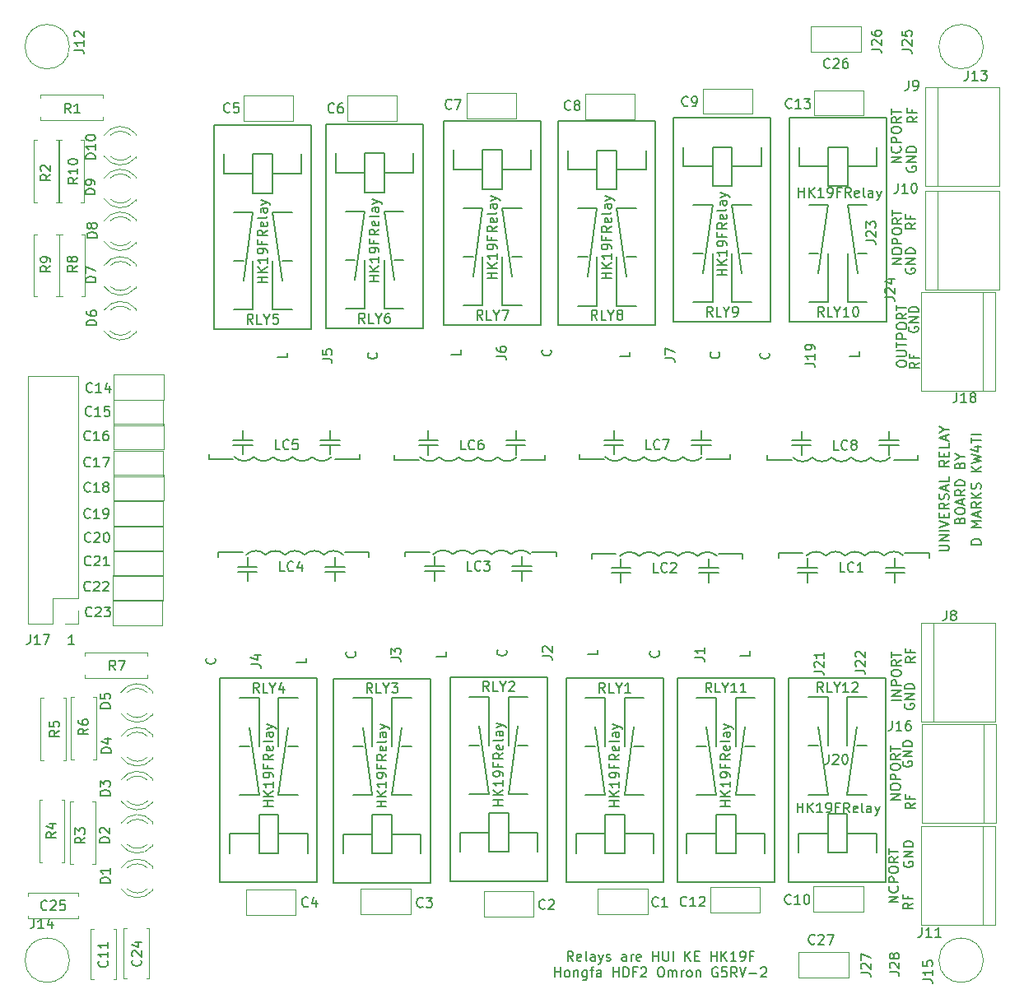
<source format=gbr>
G04 #@! TF.FileFunction,Legend,Top*
%FSLAX46Y46*%
G04 Gerber Fmt 4.6, Leading zero omitted, Abs format (unit mm)*
G04 Created by KiCad (PCBNEW 4.0.7) date 11/25/19 02:10:32*
%MOMM*%
%LPD*%
G01*
G04 APERTURE LIST*
%ADD10C,0.100000*%
%ADD11C,0.150000*%
%ADD12C,0.200000*%
%ADD13C,0.120000*%
G04 APERTURE END LIST*
D10*
D11*
X107101809Y-147074381D02*
X106768475Y-146598190D01*
X106530380Y-147074381D02*
X106530380Y-146074381D01*
X106911333Y-146074381D01*
X107006571Y-146122000D01*
X107054190Y-146169619D01*
X107101809Y-146264857D01*
X107101809Y-146407714D01*
X107054190Y-146502952D01*
X107006571Y-146550571D01*
X106911333Y-146598190D01*
X106530380Y-146598190D01*
X107911333Y-147026762D02*
X107816095Y-147074381D01*
X107625618Y-147074381D01*
X107530380Y-147026762D01*
X107482761Y-146931524D01*
X107482761Y-146550571D01*
X107530380Y-146455333D01*
X107625618Y-146407714D01*
X107816095Y-146407714D01*
X107911333Y-146455333D01*
X107958952Y-146550571D01*
X107958952Y-146645810D01*
X107482761Y-146741048D01*
X108530380Y-147074381D02*
X108435142Y-147026762D01*
X108387523Y-146931524D01*
X108387523Y-146074381D01*
X109339905Y-147074381D02*
X109339905Y-146550571D01*
X109292286Y-146455333D01*
X109197048Y-146407714D01*
X109006571Y-146407714D01*
X108911333Y-146455333D01*
X109339905Y-147026762D02*
X109244667Y-147074381D01*
X109006571Y-147074381D01*
X108911333Y-147026762D01*
X108863714Y-146931524D01*
X108863714Y-146836286D01*
X108911333Y-146741048D01*
X109006571Y-146693429D01*
X109244667Y-146693429D01*
X109339905Y-146645810D01*
X109720857Y-146407714D02*
X109958952Y-147074381D01*
X110197048Y-146407714D02*
X109958952Y-147074381D01*
X109863714Y-147312476D01*
X109816095Y-147360095D01*
X109720857Y-147407714D01*
X110530381Y-147026762D02*
X110625619Y-147074381D01*
X110816095Y-147074381D01*
X110911334Y-147026762D01*
X110958953Y-146931524D01*
X110958953Y-146883905D01*
X110911334Y-146788667D01*
X110816095Y-146741048D01*
X110673238Y-146741048D01*
X110578000Y-146693429D01*
X110530381Y-146598190D01*
X110530381Y-146550571D01*
X110578000Y-146455333D01*
X110673238Y-146407714D01*
X110816095Y-146407714D01*
X110911334Y-146455333D01*
X112578001Y-147074381D02*
X112578001Y-146550571D01*
X112530382Y-146455333D01*
X112435144Y-146407714D01*
X112244667Y-146407714D01*
X112149429Y-146455333D01*
X112578001Y-147026762D02*
X112482763Y-147074381D01*
X112244667Y-147074381D01*
X112149429Y-147026762D01*
X112101810Y-146931524D01*
X112101810Y-146836286D01*
X112149429Y-146741048D01*
X112244667Y-146693429D01*
X112482763Y-146693429D01*
X112578001Y-146645810D01*
X113054191Y-147074381D02*
X113054191Y-146407714D01*
X113054191Y-146598190D02*
X113101810Y-146502952D01*
X113149429Y-146455333D01*
X113244667Y-146407714D01*
X113339906Y-146407714D01*
X114054192Y-147026762D02*
X113958954Y-147074381D01*
X113768477Y-147074381D01*
X113673239Y-147026762D01*
X113625620Y-146931524D01*
X113625620Y-146550571D01*
X113673239Y-146455333D01*
X113768477Y-146407714D01*
X113958954Y-146407714D01*
X114054192Y-146455333D01*
X114101811Y-146550571D01*
X114101811Y-146645810D01*
X113625620Y-146741048D01*
X115292287Y-147074381D02*
X115292287Y-146074381D01*
X115292287Y-146550571D02*
X115863716Y-146550571D01*
X115863716Y-147074381D02*
X115863716Y-146074381D01*
X116339906Y-146074381D02*
X116339906Y-146883905D01*
X116387525Y-146979143D01*
X116435144Y-147026762D01*
X116530382Y-147074381D01*
X116720859Y-147074381D01*
X116816097Y-147026762D01*
X116863716Y-146979143D01*
X116911335Y-146883905D01*
X116911335Y-146074381D01*
X117387525Y-147074381D02*
X117387525Y-146074381D01*
X118625620Y-147074381D02*
X118625620Y-146074381D01*
X119197049Y-147074381D02*
X118768477Y-146502952D01*
X119197049Y-146074381D02*
X118625620Y-146645810D01*
X119625620Y-146550571D02*
X119958954Y-146550571D01*
X120101811Y-147074381D02*
X119625620Y-147074381D01*
X119625620Y-146074381D01*
X120101811Y-146074381D01*
X121292287Y-147074381D02*
X121292287Y-146074381D01*
X121292287Y-146550571D02*
X121863716Y-146550571D01*
X121863716Y-147074381D02*
X121863716Y-146074381D01*
X122339906Y-147074381D02*
X122339906Y-146074381D01*
X122911335Y-147074381D02*
X122482763Y-146502952D01*
X122911335Y-146074381D02*
X122339906Y-146645810D01*
X123863716Y-147074381D02*
X123292287Y-147074381D01*
X123578001Y-147074381D02*
X123578001Y-146074381D01*
X123482763Y-146217238D01*
X123387525Y-146312476D01*
X123292287Y-146360095D01*
X124339906Y-147074381D02*
X124530382Y-147074381D01*
X124625621Y-147026762D01*
X124673240Y-146979143D01*
X124768478Y-146836286D01*
X124816097Y-146645810D01*
X124816097Y-146264857D01*
X124768478Y-146169619D01*
X124720859Y-146122000D01*
X124625621Y-146074381D01*
X124435144Y-146074381D01*
X124339906Y-146122000D01*
X124292287Y-146169619D01*
X124244668Y-146264857D01*
X124244668Y-146502952D01*
X124292287Y-146598190D01*
X124339906Y-146645810D01*
X124435144Y-146693429D01*
X124625621Y-146693429D01*
X124720859Y-146645810D01*
X124768478Y-146598190D01*
X124816097Y-146502952D01*
X125578002Y-146550571D02*
X125244668Y-146550571D01*
X125244668Y-147074381D02*
X125244668Y-146074381D01*
X125720859Y-146074381D01*
X105220856Y-148724381D02*
X105220856Y-147724381D01*
X105220856Y-148200571D02*
X105792285Y-148200571D01*
X105792285Y-148724381D02*
X105792285Y-147724381D01*
X106411332Y-148724381D02*
X106316094Y-148676762D01*
X106268475Y-148629143D01*
X106220856Y-148533905D01*
X106220856Y-148248190D01*
X106268475Y-148152952D01*
X106316094Y-148105333D01*
X106411332Y-148057714D01*
X106554190Y-148057714D01*
X106649428Y-148105333D01*
X106697047Y-148152952D01*
X106744666Y-148248190D01*
X106744666Y-148533905D01*
X106697047Y-148629143D01*
X106649428Y-148676762D01*
X106554190Y-148724381D01*
X106411332Y-148724381D01*
X107173237Y-148057714D02*
X107173237Y-148724381D01*
X107173237Y-148152952D02*
X107220856Y-148105333D01*
X107316094Y-148057714D01*
X107458952Y-148057714D01*
X107554190Y-148105333D01*
X107601809Y-148200571D01*
X107601809Y-148724381D01*
X108506571Y-148057714D02*
X108506571Y-148867238D01*
X108458952Y-148962476D01*
X108411333Y-149010095D01*
X108316094Y-149057714D01*
X108173237Y-149057714D01*
X108077999Y-149010095D01*
X108506571Y-148676762D02*
X108411333Y-148724381D01*
X108220856Y-148724381D01*
X108125618Y-148676762D01*
X108077999Y-148629143D01*
X108030380Y-148533905D01*
X108030380Y-148248190D01*
X108077999Y-148152952D01*
X108125618Y-148105333D01*
X108220856Y-148057714D01*
X108411333Y-148057714D01*
X108506571Y-148105333D01*
X108839904Y-148057714D02*
X109220856Y-148057714D01*
X108982761Y-148724381D02*
X108982761Y-147867238D01*
X109030380Y-147772000D01*
X109125618Y-147724381D01*
X109220856Y-147724381D01*
X109982762Y-148724381D02*
X109982762Y-148200571D01*
X109935143Y-148105333D01*
X109839905Y-148057714D01*
X109649428Y-148057714D01*
X109554190Y-148105333D01*
X109982762Y-148676762D02*
X109887524Y-148724381D01*
X109649428Y-148724381D01*
X109554190Y-148676762D01*
X109506571Y-148581524D01*
X109506571Y-148486286D01*
X109554190Y-148391048D01*
X109649428Y-148343429D01*
X109887524Y-148343429D01*
X109982762Y-148295810D01*
X111220857Y-148724381D02*
X111220857Y-147724381D01*
X111220857Y-148200571D02*
X111792286Y-148200571D01*
X111792286Y-148724381D02*
X111792286Y-147724381D01*
X112268476Y-148724381D02*
X112268476Y-147724381D01*
X112506571Y-147724381D01*
X112649429Y-147772000D01*
X112744667Y-147867238D01*
X112792286Y-147962476D01*
X112839905Y-148152952D01*
X112839905Y-148295810D01*
X112792286Y-148486286D01*
X112744667Y-148581524D01*
X112649429Y-148676762D01*
X112506571Y-148724381D01*
X112268476Y-148724381D01*
X113601810Y-148200571D02*
X113268476Y-148200571D01*
X113268476Y-148724381D02*
X113268476Y-147724381D01*
X113744667Y-147724381D01*
X114078000Y-147819619D02*
X114125619Y-147772000D01*
X114220857Y-147724381D01*
X114458953Y-147724381D01*
X114554191Y-147772000D01*
X114601810Y-147819619D01*
X114649429Y-147914857D01*
X114649429Y-148010095D01*
X114601810Y-148152952D01*
X114030381Y-148724381D01*
X114649429Y-148724381D01*
X116030381Y-147724381D02*
X116220858Y-147724381D01*
X116316096Y-147772000D01*
X116411334Y-147867238D01*
X116458953Y-148057714D01*
X116458953Y-148391048D01*
X116411334Y-148581524D01*
X116316096Y-148676762D01*
X116220858Y-148724381D01*
X116030381Y-148724381D01*
X115935143Y-148676762D01*
X115839905Y-148581524D01*
X115792286Y-148391048D01*
X115792286Y-148057714D01*
X115839905Y-147867238D01*
X115935143Y-147772000D01*
X116030381Y-147724381D01*
X116887524Y-148724381D02*
X116887524Y-148057714D01*
X116887524Y-148152952D02*
X116935143Y-148105333D01*
X117030381Y-148057714D01*
X117173239Y-148057714D01*
X117268477Y-148105333D01*
X117316096Y-148200571D01*
X117316096Y-148724381D01*
X117316096Y-148200571D02*
X117363715Y-148105333D01*
X117458953Y-148057714D01*
X117601810Y-148057714D01*
X117697048Y-148105333D01*
X117744667Y-148200571D01*
X117744667Y-148724381D01*
X118220857Y-148724381D02*
X118220857Y-148057714D01*
X118220857Y-148248190D02*
X118268476Y-148152952D01*
X118316095Y-148105333D01*
X118411333Y-148057714D01*
X118506572Y-148057714D01*
X118982762Y-148724381D02*
X118887524Y-148676762D01*
X118839905Y-148629143D01*
X118792286Y-148533905D01*
X118792286Y-148248190D01*
X118839905Y-148152952D01*
X118887524Y-148105333D01*
X118982762Y-148057714D01*
X119125620Y-148057714D01*
X119220858Y-148105333D01*
X119268477Y-148152952D01*
X119316096Y-148248190D01*
X119316096Y-148533905D01*
X119268477Y-148629143D01*
X119220858Y-148676762D01*
X119125620Y-148724381D01*
X118982762Y-148724381D01*
X119744667Y-148057714D02*
X119744667Y-148724381D01*
X119744667Y-148152952D02*
X119792286Y-148105333D01*
X119887524Y-148057714D01*
X120030382Y-148057714D01*
X120125620Y-148105333D01*
X120173239Y-148200571D01*
X120173239Y-148724381D01*
X121935144Y-147772000D02*
X121839906Y-147724381D01*
X121697049Y-147724381D01*
X121554191Y-147772000D01*
X121458953Y-147867238D01*
X121411334Y-147962476D01*
X121363715Y-148152952D01*
X121363715Y-148295810D01*
X121411334Y-148486286D01*
X121458953Y-148581524D01*
X121554191Y-148676762D01*
X121697049Y-148724381D01*
X121792287Y-148724381D01*
X121935144Y-148676762D01*
X121982763Y-148629143D01*
X121982763Y-148295810D01*
X121792287Y-148295810D01*
X122887525Y-147724381D02*
X122411334Y-147724381D01*
X122363715Y-148200571D01*
X122411334Y-148152952D01*
X122506572Y-148105333D01*
X122744668Y-148105333D01*
X122839906Y-148152952D01*
X122887525Y-148200571D01*
X122935144Y-148295810D01*
X122935144Y-148533905D01*
X122887525Y-148629143D01*
X122839906Y-148676762D01*
X122744668Y-148724381D01*
X122506572Y-148724381D01*
X122411334Y-148676762D01*
X122363715Y-148629143D01*
X123935144Y-148724381D02*
X123601810Y-148248190D01*
X123363715Y-148724381D02*
X123363715Y-147724381D01*
X123744668Y-147724381D01*
X123839906Y-147772000D01*
X123887525Y-147819619D01*
X123935144Y-147914857D01*
X123935144Y-148057714D01*
X123887525Y-148152952D01*
X123839906Y-148200571D01*
X123744668Y-148248190D01*
X123363715Y-148248190D01*
X124220858Y-147724381D02*
X124554191Y-148724381D01*
X124887525Y-147724381D01*
X125220858Y-148343429D02*
X125982763Y-148343429D01*
X126411334Y-147819619D02*
X126458953Y-147772000D01*
X126554191Y-147724381D01*
X126792287Y-147724381D01*
X126887525Y-147772000D01*
X126935144Y-147819619D01*
X126982763Y-147914857D01*
X126982763Y-148010095D01*
X126935144Y-148152952D01*
X126363715Y-148724381D01*
X126982763Y-148724381D01*
X140736581Y-130501686D02*
X139736581Y-130501686D01*
X140736581Y-129930257D01*
X139736581Y-129930257D01*
X139736581Y-129263591D02*
X139736581Y-129073114D01*
X139784200Y-128977876D01*
X139879438Y-128882638D01*
X140069914Y-128835019D01*
X140403248Y-128835019D01*
X140593724Y-128882638D01*
X140688962Y-128977876D01*
X140736581Y-129073114D01*
X140736581Y-129263591D01*
X140688962Y-129358829D01*
X140593724Y-129454067D01*
X140403248Y-129501686D01*
X140069914Y-129501686D01*
X139879438Y-129454067D01*
X139784200Y-129358829D01*
X139736581Y-129263591D01*
X140736581Y-128406448D02*
X139736581Y-128406448D01*
X139736581Y-128025495D01*
X139784200Y-127930257D01*
X139831819Y-127882638D01*
X139927057Y-127835019D01*
X140069914Y-127835019D01*
X140165152Y-127882638D01*
X140212771Y-127930257D01*
X140260390Y-128025495D01*
X140260390Y-128406448D01*
X139736581Y-127215972D02*
X139736581Y-127025495D01*
X139784200Y-126930257D01*
X139879438Y-126835019D01*
X140069914Y-126787400D01*
X140403248Y-126787400D01*
X140593724Y-126835019D01*
X140688962Y-126930257D01*
X140736581Y-127025495D01*
X140736581Y-127215972D01*
X140688962Y-127311210D01*
X140593724Y-127406448D01*
X140403248Y-127454067D01*
X140069914Y-127454067D01*
X139879438Y-127406448D01*
X139784200Y-127311210D01*
X139736581Y-127215972D01*
X140736581Y-125787400D02*
X140260390Y-126120734D01*
X140736581Y-126358829D02*
X139736581Y-126358829D01*
X139736581Y-125977876D01*
X139784200Y-125882638D01*
X139831819Y-125835019D01*
X139927057Y-125787400D01*
X140069914Y-125787400D01*
X140165152Y-125835019D01*
X140212771Y-125882638D01*
X140260390Y-125977876D01*
X140260390Y-126358829D01*
X139736581Y-125501686D02*
X139736581Y-124930257D01*
X140736581Y-125215972D02*
X139736581Y-125215972D01*
X140546081Y-141031576D02*
X139546081Y-141031576D01*
X140546081Y-140460147D01*
X139546081Y-140460147D01*
X140450843Y-139412528D02*
X140498462Y-139460147D01*
X140546081Y-139603004D01*
X140546081Y-139698242D01*
X140498462Y-139841100D01*
X140403224Y-139936338D01*
X140307986Y-139983957D01*
X140117510Y-140031576D01*
X139974652Y-140031576D01*
X139784176Y-139983957D01*
X139688938Y-139936338D01*
X139593700Y-139841100D01*
X139546081Y-139698242D01*
X139546081Y-139603004D01*
X139593700Y-139460147D01*
X139641319Y-139412528D01*
X140546081Y-138983957D02*
X139546081Y-138983957D01*
X139546081Y-138603004D01*
X139593700Y-138507766D01*
X139641319Y-138460147D01*
X139736557Y-138412528D01*
X139879414Y-138412528D01*
X139974652Y-138460147D01*
X140022271Y-138507766D01*
X140069890Y-138603004D01*
X140069890Y-138983957D01*
X139546081Y-137793481D02*
X139546081Y-137603004D01*
X139593700Y-137507766D01*
X139688938Y-137412528D01*
X139879414Y-137364909D01*
X140212748Y-137364909D01*
X140403224Y-137412528D01*
X140498462Y-137507766D01*
X140546081Y-137603004D01*
X140546081Y-137793481D01*
X140498462Y-137888719D01*
X140403224Y-137983957D01*
X140212748Y-138031576D01*
X139879414Y-138031576D01*
X139688938Y-137983957D01*
X139593700Y-137888719D01*
X139546081Y-137793481D01*
X140546081Y-136364909D02*
X140069890Y-136698243D01*
X140546081Y-136936338D02*
X139546081Y-136936338D01*
X139546081Y-136555385D01*
X139593700Y-136460147D01*
X139641319Y-136412528D01*
X139736557Y-136364909D01*
X139879414Y-136364909D01*
X139974652Y-136412528D01*
X140022271Y-136460147D01*
X140069890Y-136555385D01*
X140069890Y-136936338D01*
X139546081Y-136079195D02*
X139546081Y-135507766D01*
X140546081Y-135793481D02*
X139546081Y-135793481D01*
X140812781Y-120271871D02*
X139812781Y-120271871D01*
X140812781Y-119795681D02*
X139812781Y-119795681D01*
X140812781Y-119224252D01*
X139812781Y-119224252D01*
X140812781Y-118748062D02*
X139812781Y-118748062D01*
X139812781Y-118367109D01*
X139860400Y-118271871D01*
X139908019Y-118224252D01*
X140003257Y-118176633D01*
X140146114Y-118176633D01*
X140241352Y-118224252D01*
X140288971Y-118271871D01*
X140336590Y-118367109D01*
X140336590Y-118748062D01*
X139812781Y-117557586D02*
X139812781Y-117367109D01*
X139860400Y-117271871D01*
X139955638Y-117176633D01*
X140146114Y-117129014D01*
X140479448Y-117129014D01*
X140669924Y-117176633D01*
X140765162Y-117271871D01*
X140812781Y-117367109D01*
X140812781Y-117557586D01*
X140765162Y-117652824D01*
X140669924Y-117748062D01*
X140479448Y-117795681D01*
X140146114Y-117795681D01*
X139955638Y-117748062D01*
X139860400Y-117652824D01*
X139812781Y-117557586D01*
X140812781Y-116129014D02*
X140336590Y-116462348D01*
X140812781Y-116700443D02*
X139812781Y-116700443D01*
X139812781Y-116319490D01*
X139860400Y-116224252D01*
X139908019Y-116176633D01*
X140003257Y-116129014D01*
X140146114Y-116129014D01*
X140241352Y-116176633D01*
X140288971Y-116224252D01*
X140336590Y-116319490D01*
X140336590Y-116700443D01*
X139812781Y-115843300D02*
X139812781Y-115271871D01*
X140812781Y-115557586D02*
X139812781Y-115557586D01*
X142031981Y-141127147D02*
X141555790Y-141460481D01*
X142031981Y-141698576D02*
X141031981Y-141698576D01*
X141031981Y-141317623D01*
X141079600Y-141222385D01*
X141127219Y-141174766D01*
X141222457Y-141127147D01*
X141365314Y-141127147D01*
X141460552Y-141174766D01*
X141508171Y-141222385D01*
X141555790Y-141317623D01*
X141555790Y-141698576D01*
X141508171Y-140365242D02*
X141508171Y-140698576D01*
X142031981Y-140698576D02*
X141031981Y-140698576D01*
X141031981Y-140222385D01*
X142298681Y-115790647D02*
X141822490Y-116123981D01*
X142298681Y-116362076D02*
X141298681Y-116362076D01*
X141298681Y-115981123D01*
X141346300Y-115885885D01*
X141393919Y-115838266D01*
X141489157Y-115790647D01*
X141632014Y-115790647D01*
X141727252Y-115838266D01*
X141774871Y-115885885D01*
X141822490Y-115981123D01*
X141822490Y-116362076D01*
X141774871Y-115028742D02*
X141774871Y-115362076D01*
X142298681Y-115362076D02*
X141298681Y-115362076D01*
X141298681Y-114885885D01*
X142260581Y-130802047D02*
X141784390Y-131135381D01*
X142260581Y-131373476D02*
X141260581Y-131373476D01*
X141260581Y-130992523D01*
X141308200Y-130897285D01*
X141355819Y-130849666D01*
X141451057Y-130802047D01*
X141593914Y-130802047D01*
X141689152Y-130849666D01*
X141736771Y-130897285D01*
X141784390Y-130992523D01*
X141784390Y-131373476D01*
X141736771Y-130040142D02*
X141736771Y-130373476D01*
X142260581Y-130373476D02*
X141260581Y-130373476D01*
X141260581Y-129897285D01*
X141041500Y-126530004D02*
X140993881Y-126625242D01*
X140993881Y-126768099D01*
X141041500Y-126910957D01*
X141136738Y-127006195D01*
X141231976Y-127053814D01*
X141422452Y-127101433D01*
X141565310Y-127101433D01*
X141755786Y-127053814D01*
X141851024Y-127006195D01*
X141946262Y-126910957D01*
X141993881Y-126768099D01*
X141993881Y-126672861D01*
X141946262Y-126530004D01*
X141898643Y-126482385D01*
X141565310Y-126482385D01*
X141565310Y-126672861D01*
X141993881Y-126053814D02*
X140993881Y-126053814D01*
X141993881Y-125482385D01*
X140993881Y-125482385D01*
X141993881Y-125006195D02*
X140993881Y-125006195D01*
X140993881Y-124768100D01*
X141041500Y-124625242D01*
X141136738Y-124530004D01*
X141231976Y-124482385D01*
X141422452Y-124434766D01*
X141565310Y-124434766D01*
X141755786Y-124482385D01*
X141851024Y-124530004D01*
X141946262Y-124625242D01*
X141993881Y-124768100D01*
X141993881Y-125006195D01*
X141117700Y-136855104D02*
X141070081Y-136950342D01*
X141070081Y-137093199D01*
X141117700Y-137236057D01*
X141212938Y-137331295D01*
X141308176Y-137378914D01*
X141498652Y-137426533D01*
X141641510Y-137426533D01*
X141831986Y-137378914D01*
X141927224Y-137331295D01*
X142022462Y-137236057D01*
X142070081Y-137093199D01*
X142070081Y-136997961D01*
X142022462Y-136855104D01*
X141974843Y-136807485D01*
X141641510Y-136807485D01*
X141641510Y-136997961D01*
X142070081Y-136378914D02*
X141070081Y-136378914D01*
X142070081Y-135807485D01*
X141070081Y-135807485D01*
X142070081Y-135331295D02*
X141070081Y-135331295D01*
X141070081Y-135093200D01*
X141117700Y-134950342D01*
X141212938Y-134855104D01*
X141308176Y-134807485D01*
X141498652Y-134759866D01*
X141641510Y-134759866D01*
X141831986Y-134807485D01*
X141927224Y-134855104D01*
X142022462Y-134950342D01*
X142070081Y-135093200D01*
X142070081Y-135331295D01*
X141232000Y-120624504D02*
X141184381Y-120719742D01*
X141184381Y-120862599D01*
X141232000Y-121005457D01*
X141327238Y-121100695D01*
X141422476Y-121148314D01*
X141612952Y-121195933D01*
X141755810Y-121195933D01*
X141946286Y-121148314D01*
X142041524Y-121100695D01*
X142136762Y-121005457D01*
X142184381Y-120862599D01*
X142184381Y-120767361D01*
X142136762Y-120624504D01*
X142089143Y-120576885D01*
X141755810Y-120576885D01*
X141755810Y-120767361D01*
X142184381Y-120148314D02*
X141184381Y-120148314D01*
X142184381Y-119576885D01*
X141184381Y-119576885D01*
X142184381Y-119100695D02*
X141184381Y-119100695D01*
X141184381Y-118862600D01*
X141232000Y-118719742D01*
X141327238Y-118624504D01*
X141422476Y-118576885D01*
X141612952Y-118529266D01*
X141755810Y-118529266D01*
X141946286Y-118576885D01*
X142041524Y-118624504D01*
X142136762Y-118719742D01*
X142184381Y-118862600D01*
X142184381Y-119100695D01*
X140888981Y-75383686D02*
X139888981Y-75383686D01*
X140888981Y-74812257D01*
X139888981Y-74812257D01*
X139888981Y-74145591D02*
X139888981Y-73955114D01*
X139936600Y-73859876D01*
X140031838Y-73764638D01*
X140222314Y-73717019D01*
X140555648Y-73717019D01*
X140746124Y-73764638D01*
X140841362Y-73859876D01*
X140888981Y-73955114D01*
X140888981Y-74145591D01*
X140841362Y-74240829D01*
X140746124Y-74336067D01*
X140555648Y-74383686D01*
X140222314Y-74383686D01*
X140031838Y-74336067D01*
X139936600Y-74240829D01*
X139888981Y-74145591D01*
X140888981Y-73288448D02*
X139888981Y-73288448D01*
X139888981Y-72907495D01*
X139936600Y-72812257D01*
X139984219Y-72764638D01*
X140079457Y-72717019D01*
X140222314Y-72717019D01*
X140317552Y-72764638D01*
X140365171Y-72812257D01*
X140412790Y-72907495D01*
X140412790Y-73288448D01*
X139888981Y-72097972D02*
X139888981Y-71907495D01*
X139936600Y-71812257D01*
X140031838Y-71717019D01*
X140222314Y-71669400D01*
X140555648Y-71669400D01*
X140746124Y-71717019D01*
X140841362Y-71812257D01*
X140888981Y-71907495D01*
X140888981Y-72097972D01*
X140841362Y-72193210D01*
X140746124Y-72288448D01*
X140555648Y-72336067D01*
X140222314Y-72336067D01*
X140031838Y-72288448D01*
X139936600Y-72193210D01*
X139888981Y-72097972D01*
X140888981Y-70669400D02*
X140412790Y-71002734D01*
X140888981Y-71240829D02*
X139888981Y-71240829D01*
X139888981Y-70859876D01*
X139936600Y-70764638D01*
X139984219Y-70717019D01*
X140079457Y-70669400D01*
X140222314Y-70669400D01*
X140317552Y-70717019D01*
X140365171Y-70764638D01*
X140412790Y-70859876D01*
X140412790Y-71240829D01*
X139888981Y-70383686D02*
X139888981Y-69812257D01*
X140888981Y-70097972D02*
X139888981Y-70097972D01*
X140812781Y-64920476D02*
X139812781Y-64920476D01*
X140812781Y-64349047D01*
X139812781Y-64349047D01*
X140717543Y-63301428D02*
X140765162Y-63349047D01*
X140812781Y-63491904D01*
X140812781Y-63587142D01*
X140765162Y-63730000D01*
X140669924Y-63825238D01*
X140574686Y-63872857D01*
X140384210Y-63920476D01*
X140241352Y-63920476D01*
X140050876Y-63872857D01*
X139955638Y-63825238D01*
X139860400Y-63730000D01*
X139812781Y-63587142D01*
X139812781Y-63491904D01*
X139860400Y-63349047D01*
X139908019Y-63301428D01*
X140812781Y-62872857D02*
X139812781Y-62872857D01*
X139812781Y-62491904D01*
X139860400Y-62396666D01*
X139908019Y-62349047D01*
X140003257Y-62301428D01*
X140146114Y-62301428D01*
X140241352Y-62349047D01*
X140288971Y-62396666D01*
X140336590Y-62491904D01*
X140336590Y-62872857D01*
X139812781Y-61682381D02*
X139812781Y-61491904D01*
X139860400Y-61396666D01*
X139955638Y-61301428D01*
X140146114Y-61253809D01*
X140479448Y-61253809D01*
X140669924Y-61301428D01*
X140765162Y-61396666D01*
X140812781Y-61491904D01*
X140812781Y-61682381D01*
X140765162Y-61777619D01*
X140669924Y-61872857D01*
X140479448Y-61920476D01*
X140146114Y-61920476D01*
X139955638Y-61872857D01*
X139860400Y-61777619D01*
X139812781Y-61682381D01*
X140812781Y-60253809D02*
X140336590Y-60587143D01*
X140812781Y-60825238D02*
X139812781Y-60825238D01*
X139812781Y-60444285D01*
X139860400Y-60349047D01*
X139908019Y-60301428D01*
X140003257Y-60253809D01*
X140146114Y-60253809D01*
X140241352Y-60301428D01*
X140288971Y-60349047D01*
X140336590Y-60444285D01*
X140336590Y-60825238D01*
X139812781Y-59968095D02*
X139812781Y-59396666D01*
X140812781Y-59682381D02*
X139812781Y-59682381D01*
X140381741Y-85718922D02*
X140381741Y-85528445D01*
X140429360Y-85433207D01*
X140524598Y-85337969D01*
X140715074Y-85290350D01*
X141048408Y-85290350D01*
X141238884Y-85337969D01*
X141334122Y-85433207D01*
X141381741Y-85528445D01*
X141381741Y-85718922D01*
X141334122Y-85814160D01*
X141238884Y-85909398D01*
X141048408Y-85957017D01*
X140715074Y-85957017D01*
X140524598Y-85909398D01*
X140429360Y-85814160D01*
X140381741Y-85718922D01*
X140381741Y-84861779D02*
X141191265Y-84861779D01*
X141286503Y-84814160D01*
X141334122Y-84766541D01*
X141381741Y-84671303D01*
X141381741Y-84480826D01*
X141334122Y-84385588D01*
X141286503Y-84337969D01*
X141191265Y-84290350D01*
X140381741Y-84290350D01*
X140381741Y-83957017D02*
X140381741Y-83385588D01*
X141381741Y-83671303D02*
X140381741Y-83671303D01*
X141381741Y-83052255D02*
X140381741Y-83052255D01*
X140381741Y-82671302D01*
X140429360Y-82576064D01*
X140476979Y-82528445D01*
X140572217Y-82480826D01*
X140715074Y-82480826D01*
X140810312Y-82528445D01*
X140857931Y-82576064D01*
X140905550Y-82671302D01*
X140905550Y-83052255D01*
X140381741Y-81861779D02*
X140381741Y-81671302D01*
X140429360Y-81576064D01*
X140524598Y-81480826D01*
X140715074Y-81433207D01*
X141048408Y-81433207D01*
X141238884Y-81480826D01*
X141334122Y-81576064D01*
X141381741Y-81671302D01*
X141381741Y-81861779D01*
X141334122Y-81957017D01*
X141238884Y-82052255D01*
X141048408Y-82099874D01*
X140715074Y-82099874D01*
X140524598Y-82052255D01*
X140429360Y-81957017D01*
X140381741Y-81861779D01*
X141381741Y-80433207D02*
X140905550Y-80766541D01*
X141381741Y-81004636D02*
X140381741Y-81004636D01*
X140381741Y-80623683D01*
X140429360Y-80528445D01*
X140476979Y-80480826D01*
X140572217Y-80433207D01*
X140715074Y-80433207D01*
X140810312Y-80480826D01*
X140857931Y-80528445D01*
X140905550Y-80623683D01*
X140905550Y-81004636D01*
X140381741Y-80147493D02*
X140381741Y-79576064D01*
X141381741Y-79861779D02*
X140381741Y-79861779D01*
X142679681Y-85501147D02*
X142203490Y-85834481D01*
X142679681Y-86072576D02*
X141679681Y-86072576D01*
X141679681Y-85691623D01*
X141727300Y-85596385D01*
X141774919Y-85548766D01*
X141870157Y-85501147D01*
X142013014Y-85501147D01*
X142108252Y-85548766D01*
X142155871Y-85596385D01*
X142203490Y-85691623D01*
X142203490Y-86072576D01*
X142155871Y-84739242D02*
X142155871Y-85072576D01*
X142679681Y-85072576D02*
X141679681Y-85072576D01*
X141679681Y-84596385D01*
X142311381Y-71162847D02*
X141835190Y-71496181D01*
X142311381Y-71734276D02*
X141311381Y-71734276D01*
X141311381Y-71353323D01*
X141359000Y-71258085D01*
X141406619Y-71210466D01*
X141501857Y-71162847D01*
X141644714Y-71162847D01*
X141739952Y-71210466D01*
X141787571Y-71258085D01*
X141835190Y-71353323D01*
X141835190Y-71734276D01*
X141787571Y-70400942D02*
X141787571Y-70734276D01*
X142311381Y-70734276D02*
X141311381Y-70734276D01*
X141311381Y-70258085D01*
X142489181Y-60190047D02*
X142012990Y-60523381D01*
X142489181Y-60761476D02*
X141489181Y-60761476D01*
X141489181Y-60380523D01*
X141536800Y-60285285D01*
X141584419Y-60237666D01*
X141679657Y-60190047D01*
X141822514Y-60190047D01*
X141917752Y-60237666D01*
X141965371Y-60285285D01*
X142012990Y-60380523D01*
X142012990Y-60761476D01*
X141965371Y-59428142D02*
X141965371Y-59761476D01*
X142489181Y-59761476D02*
X141489181Y-59761476D01*
X141489181Y-59285285D01*
X141435200Y-65354104D02*
X141387581Y-65449342D01*
X141387581Y-65592199D01*
X141435200Y-65735057D01*
X141530438Y-65830295D01*
X141625676Y-65877914D01*
X141816152Y-65925533D01*
X141959010Y-65925533D01*
X142149486Y-65877914D01*
X142244724Y-65830295D01*
X142339962Y-65735057D01*
X142387581Y-65592199D01*
X142387581Y-65496961D01*
X142339962Y-65354104D01*
X142292343Y-65306485D01*
X141959010Y-65306485D01*
X141959010Y-65496961D01*
X142387581Y-64877914D02*
X141387581Y-64877914D01*
X142387581Y-64306485D01*
X141387581Y-64306485D01*
X142387581Y-63830295D02*
X141387581Y-63830295D01*
X141387581Y-63592200D01*
X141435200Y-63449342D01*
X141530438Y-63354104D01*
X141625676Y-63306485D01*
X141816152Y-63258866D01*
X141959010Y-63258866D01*
X142149486Y-63306485D01*
X142244724Y-63354104D01*
X142339962Y-63449342D01*
X142387581Y-63592200D01*
X142387581Y-63830295D01*
X141333600Y-75818904D02*
X141285981Y-75914142D01*
X141285981Y-76056999D01*
X141333600Y-76199857D01*
X141428838Y-76295095D01*
X141524076Y-76342714D01*
X141714552Y-76390333D01*
X141857410Y-76390333D01*
X142047886Y-76342714D01*
X142143124Y-76295095D01*
X142238362Y-76199857D01*
X142285981Y-76056999D01*
X142285981Y-75961761D01*
X142238362Y-75818904D01*
X142190743Y-75771285D01*
X141857410Y-75771285D01*
X141857410Y-75961761D01*
X142285981Y-75342714D02*
X141285981Y-75342714D01*
X142285981Y-74771285D01*
X141285981Y-74771285D01*
X142285981Y-74295095D02*
X141285981Y-74295095D01*
X141285981Y-74057000D01*
X141333600Y-73914142D01*
X141428838Y-73818904D01*
X141524076Y-73771285D01*
X141714552Y-73723666D01*
X141857410Y-73723666D01*
X142047886Y-73771285D01*
X142143124Y-73818904D01*
X142238362Y-73914142D01*
X142285981Y-74057000D01*
X142285981Y-74295095D01*
X141651100Y-81838704D02*
X141603481Y-81933942D01*
X141603481Y-82076799D01*
X141651100Y-82219657D01*
X141746338Y-82314895D01*
X141841576Y-82362514D01*
X142032052Y-82410133D01*
X142174910Y-82410133D01*
X142365386Y-82362514D01*
X142460624Y-82314895D01*
X142555862Y-82219657D01*
X142603481Y-82076799D01*
X142603481Y-81981561D01*
X142555862Y-81838704D01*
X142508243Y-81791085D01*
X142174910Y-81791085D01*
X142174910Y-81981561D01*
X142603481Y-81362514D02*
X141603481Y-81362514D01*
X142603481Y-80791085D01*
X141603481Y-80791085D01*
X142603481Y-80314895D02*
X141603481Y-80314895D01*
X141603481Y-80076800D01*
X141651100Y-79933942D01*
X141746338Y-79838704D01*
X141841576Y-79791085D01*
X142032052Y-79743466D01*
X142174910Y-79743466D01*
X142365386Y-79791085D01*
X142460624Y-79838704D01*
X142555862Y-79933942D01*
X142603481Y-80076800D01*
X142603481Y-80314895D01*
X55784715Y-114498381D02*
X55213286Y-114498381D01*
X55499000Y-114498381D02*
X55499000Y-113498381D01*
X55403762Y-113641238D01*
X55308524Y-113736476D01*
X55213286Y-113784095D01*
X144741381Y-104885334D02*
X145550905Y-104885334D01*
X145646143Y-104837715D01*
X145693762Y-104790096D01*
X145741381Y-104694858D01*
X145741381Y-104504381D01*
X145693762Y-104409143D01*
X145646143Y-104361524D01*
X145550905Y-104313905D01*
X144741381Y-104313905D01*
X145741381Y-103837715D02*
X144741381Y-103837715D01*
X145741381Y-103266286D01*
X144741381Y-103266286D01*
X145741381Y-102790096D02*
X144741381Y-102790096D01*
X144741381Y-102456763D02*
X145741381Y-102123430D01*
X144741381Y-101790096D01*
X145217571Y-101456763D02*
X145217571Y-101123429D01*
X145741381Y-100980572D02*
X145741381Y-101456763D01*
X144741381Y-101456763D01*
X144741381Y-100980572D01*
X145741381Y-99980572D02*
X145265190Y-100313906D01*
X145741381Y-100552001D02*
X144741381Y-100552001D01*
X144741381Y-100171048D01*
X144789000Y-100075810D01*
X144836619Y-100028191D01*
X144931857Y-99980572D01*
X145074714Y-99980572D01*
X145169952Y-100028191D01*
X145217571Y-100075810D01*
X145265190Y-100171048D01*
X145265190Y-100552001D01*
X145693762Y-99599620D02*
X145741381Y-99456763D01*
X145741381Y-99218667D01*
X145693762Y-99123429D01*
X145646143Y-99075810D01*
X145550905Y-99028191D01*
X145455667Y-99028191D01*
X145360429Y-99075810D01*
X145312810Y-99123429D01*
X145265190Y-99218667D01*
X145217571Y-99409144D01*
X145169952Y-99504382D01*
X145122333Y-99552001D01*
X145027095Y-99599620D01*
X144931857Y-99599620D01*
X144836619Y-99552001D01*
X144789000Y-99504382D01*
X144741381Y-99409144D01*
X144741381Y-99171048D01*
X144789000Y-99028191D01*
X145455667Y-98647239D02*
X145455667Y-98171048D01*
X145741381Y-98742477D02*
X144741381Y-98409144D01*
X145741381Y-98075810D01*
X145741381Y-97266286D02*
X145741381Y-97742477D01*
X144741381Y-97742477D01*
X145741381Y-95599619D02*
X145265190Y-95932953D01*
X145741381Y-96171048D02*
X144741381Y-96171048D01*
X144741381Y-95790095D01*
X144789000Y-95694857D01*
X144836619Y-95647238D01*
X144931857Y-95599619D01*
X145074714Y-95599619D01*
X145169952Y-95647238D01*
X145217571Y-95694857D01*
X145265190Y-95790095D01*
X145265190Y-96171048D01*
X145217571Y-95171048D02*
X145217571Y-94837714D01*
X145741381Y-94694857D02*
X145741381Y-95171048D01*
X144741381Y-95171048D01*
X144741381Y-94694857D01*
X145741381Y-93790095D02*
X145741381Y-94266286D01*
X144741381Y-94266286D01*
X145455667Y-93504381D02*
X145455667Y-93028190D01*
X145741381Y-93599619D02*
X144741381Y-93266286D01*
X145741381Y-92932952D01*
X145265190Y-92409143D02*
X145741381Y-92409143D01*
X144741381Y-92742476D02*
X145265190Y-92409143D01*
X144741381Y-92075809D01*
X146867571Y-101742476D02*
X146915190Y-101599619D01*
X146962810Y-101552000D01*
X147058048Y-101504381D01*
X147200905Y-101504381D01*
X147296143Y-101552000D01*
X147343762Y-101599619D01*
X147391381Y-101694857D01*
X147391381Y-102075810D01*
X146391381Y-102075810D01*
X146391381Y-101742476D01*
X146439000Y-101647238D01*
X146486619Y-101599619D01*
X146581857Y-101552000D01*
X146677095Y-101552000D01*
X146772333Y-101599619D01*
X146819952Y-101647238D01*
X146867571Y-101742476D01*
X146867571Y-102075810D01*
X146391381Y-100885334D02*
X146391381Y-100694857D01*
X146439000Y-100599619D01*
X146534238Y-100504381D01*
X146724714Y-100456762D01*
X147058048Y-100456762D01*
X147248524Y-100504381D01*
X147343762Y-100599619D01*
X147391381Y-100694857D01*
X147391381Y-100885334D01*
X147343762Y-100980572D01*
X147248524Y-101075810D01*
X147058048Y-101123429D01*
X146724714Y-101123429D01*
X146534238Y-101075810D01*
X146439000Y-100980572D01*
X146391381Y-100885334D01*
X147105667Y-100075810D02*
X147105667Y-99599619D01*
X147391381Y-100171048D02*
X146391381Y-99837715D01*
X147391381Y-99504381D01*
X147391381Y-98599619D02*
X146915190Y-98932953D01*
X147391381Y-99171048D02*
X146391381Y-99171048D01*
X146391381Y-98790095D01*
X146439000Y-98694857D01*
X146486619Y-98647238D01*
X146581857Y-98599619D01*
X146724714Y-98599619D01*
X146819952Y-98647238D01*
X146867571Y-98694857D01*
X146915190Y-98790095D01*
X146915190Y-99171048D01*
X147391381Y-98171048D02*
X146391381Y-98171048D01*
X146391381Y-97932953D01*
X146439000Y-97790095D01*
X146534238Y-97694857D01*
X146629476Y-97647238D01*
X146819952Y-97599619D01*
X146962810Y-97599619D01*
X147153286Y-97647238D01*
X147248524Y-97694857D01*
X147343762Y-97790095D01*
X147391381Y-97932953D01*
X147391381Y-98171048D01*
X146867571Y-96075809D02*
X146915190Y-95932952D01*
X146962810Y-95885333D01*
X147058048Y-95837714D01*
X147200905Y-95837714D01*
X147296143Y-95885333D01*
X147343762Y-95932952D01*
X147391381Y-96028190D01*
X147391381Y-96409143D01*
X146391381Y-96409143D01*
X146391381Y-96075809D01*
X146439000Y-95980571D01*
X146486619Y-95932952D01*
X146581857Y-95885333D01*
X146677095Y-95885333D01*
X146772333Y-95932952D01*
X146819952Y-95980571D01*
X146867571Y-96075809D01*
X146867571Y-96409143D01*
X146915190Y-95218667D02*
X147391381Y-95218667D01*
X146391381Y-95552000D02*
X146915190Y-95218667D01*
X146391381Y-94885333D01*
X149041381Y-104218667D02*
X148041381Y-104218667D01*
X148041381Y-103980572D01*
X148089000Y-103837714D01*
X148184238Y-103742476D01*
X148279476Y-103694857D01*
X148469952Y-103647238D01*
X148612810Y-103647238D01*
X148803286Y-103694857D01*
X148898524Y-103742476D01*
X148993762Y-103837714D01*
X149041381Y-103980572D01*
X149041381Y-104218667D01*
X149041381Y-102456762D02*
X148041381Y-102456762D01*
X148755667Y-102123428D01*
X148041381Y-101790095D01*
X149041381Y-101790095D01*
X148755667Y-101361524D02*
X148755667Y-100885333D01*
X149041381Y-101456762D02*
X148041381Y-101123429D01*
X149041381Y-100790095D01*
X149041381Y-99885333D02*
X148565190Y-100218667D01*
X149041381Y-100456762D02*
X148041381Y-100456762D01*
X148041381Y-100075809D01*
X148089000Y-99980571D01*
X148136619Y-99932952D01*
X148231857Y-99885333D01*
X148374714Y-99885333D01*
X148469952Y-99932952D01*
X148517571Y-99980571D01*
X148565190Y-100075809D01*
X148565190Y-100456762D01*
X149041381Y-99456762D02*
X148041381Y-99456762D01*
X149041381Y-98885333D02*
X148469952Y-99313905D01*
X148041381Y-98885333D02*
X148612810Y-99456762D01*
X148993762Y-98504381D02*
X149041381Y-98361524D01*
X149041381Y-98123428D01*
X148993762Y-98028190D01*
X148946143Y-97980571D01*
X148850905Y-97932952D01*
X148755667Y-97932952D01*
X148660429Y-97980571D01*
X148612810Y-98028190D01*
X148565190Y-98123428D01*
X148517571Y-98313905D01*
X148469952Y-98409143D01*
X148422333Y-98456762D01*
X148327095Y-98504381D01*
X148231857Y-98504381D01*
X148136619Y-98456762D01*
X148089000Y-98409143D01*
X148041381Y-98313905D01*
X148041381Y-98075809D01*
X148089000Y-97932952D01*
X149041381Y-96742476D02*
X148041381Y-96742476D01*
X149041381Y-96171047D02*
X148469952Y-96599619D01*
X148041381Y-96171047D02*
X148612810Y-96742476D01*
X148041381Y-95837714D02*
X149041381Y-95599619D01*
X148327095Y-95409142D01*
X149041381Y-95218666D01*
X148041381Y-94980571D01*
X148374714Y-94171047D02*
X149041381Y-94171047D01*
X147993762Y-94409143D02*
X148708048Y-94647238D01*
X148708048Y-94028190D01*
X148041381Y-93790095D02*
X148041381Y-93218666D01*
X149041381Y-93504381D02*
X148041381Y-93504381D01*
X149041381Y-92885333D02*
X148041381Y-92885333D01*
D12*
X80773280Y-139006080D02*
X80773280Y-118006080D01*
X70773280Y-118006080D02*
X70773280Y-139006080D01*
X70773280Y-139006080D02*
X80773280Y-139006080D01*
X74773280Y-125006080D02*
X74773280Y-120006080D01*
X74773280Y-120006080D02*
X72773280Y-120006080D01*
X76773280Y-125006080D02*
X76773280Y-120006080D01*
X76773280Y-120006080D02*
X78773280Y-120006080D01*
X78773280Y-125006080D02*
X77773280Y-125006080D01*
X72773280Y-125006080D02*
X73773280Y-125006080D01*
X78773280Y-130006080D02*
X76773280Y-130006080D01*
X76773280Y-130006080D02*
X77773280Y-123006080D01*
X72773280Y-130006080D02*
X74773280Y-130006080D01*
X74773280Y-130006080D02*
X73773280Y-123006080D01*
X80773280Y-118006080D02*
X70773280Y-118006080D01*
X76773280Y-134006080D02*
X79773280Y-134006080D01*
X71773280Y-136006080D02*
X71773280Y-134006080D01*
X71773280Y-134006080D02*
X74773280Y-134006080D01*
X74773280Y-134006080D02*
X74773280Y-136006080D01*
X74773280Y-136006080D02*
X76773280Y-136006080D01*
X76773280Y-136006080D02*
X76773280Y-132006080D01*
X76773280Y-132006080D02*
X74773280Y-132006080D01*
X74773280Y-132006080D02*
X74773280Y-134006080D01*
X79773280Y-136006080D02*
X79773280Y-134006080D01*
D13*
X54459700Y-130521000D02*
X54789700Y-130521000D01*
X54789700Y-130521000D02*
X54789700Y-136941000D01*
X54789700Y-136941000D02*
X54459700Y-136941000D01*
X52499700Y-130521000D02*
X52169700Y-130521000D01*
X52169700Y-130521000D02*
X52169700Y-136941000D01*
X52169700Y-136941000D02*
X52499700Y-136941000D01*
X83846040Y-58049800D02*
X88966040Y-58049800D01*
X83846040Y-60669800D02*
X88966040Y-60669800D01*
X83846040Y-58049800D02*
X83846040Y-60669800D01*
X88966040Y-58049800D02*
X88966040Y-60669800D01*
X64845560Y-112567080D02*
X59725560Y-112567080D01*
X64845560Y-109947080D02*
X59725560Y-109947080D01*
X64845560Y-112567080D02*
X64845560Y-109947080D01*
X59725560Y-112567080D02*
X59725560Y-109947080D01*
X60595765Y-130631308D02*
G75*
G03X63828100Y-130788216I1672335J1078608D01*
G01*
X60595765Y-128474092D02*
G75*
G02X63828100Y-128317184I1672335J-1078608D01*
G01*
X61226970Y-130632537D02*
G75*
G03X63309061Y-130632700I1041130J1079837D01*
G01*
X61226970Y-128472863D02*
G75*
G02X63309061Y-128472700I1041130J-1079837D01*
G01*
X63828100Y-130788700D02*
X63828100Y-130632700D01*
X63828100Y-128472700D02*
X63828100Y-128316700D01*
X53926300Y-72291500D02*
X54256300Y-72291500D01*
X54256300Y-72291500D02*
X54256300Y-78711500D01*
X54256300Y-78711500D02*
X53926300Y-78711500D01*
X51966300Y-72291500D02*
X51636300Y-72291500D01*
X51636300Y-72291500D02*
X51636300Y-78711500D01*
X51636300Y-78711500D02*
X51966300Y-78711500D01*
X60595765Y-139661008D02*
G75*
G03X63828100Y-139817916I1672335J1078608D01*
G01*
X60595765Y-137503792D02*
G75*
G02X63828100Y-137346884I1672335J-1078608D01*
G01*
X61226970Y-139662237D02*
G75*
G03X63309061Y-139662400I1041130J1079837D01*
G01*
X61226970Y-137502563D02*
G75*
G02X63309061Y-137502400I1041130J-1079837D01*
G01*
X63828100Y-139818400D02*
X63828100Y-139662400D01*
X63828100Y-137502400D02*
X63828100Y-137346400D01*
X60595765Y-135076308D02*
G75*
G03X63828100Y-135233216I1672335J1078608D01*
G01*
X60595765Y-132919092D02*
G75*
G02X63828100Y-132762184I1672335J-1078608D01*
G01*
X61226970Y-135077537D02*
G75*
G03X63309061Y-135077700I1041130J1079837D01*
G01*
X61226970Y-132917863D02*
G75*
G02X63309061Y-132917700I1041130J-1079837D01*
G01*
X63828100Y-135233700D02*
X63828100Y-135077700D01*
X63828100Y-132917700D02*
X63828100Y-132761700D01*
X144117060Y-122481340D02*
X144117060Y-112321340D01*
X142847060Y-122481340D02*
X150467060Y-122481340D01*
X150467060Y-122481340D02*
X150467060Y-112321340D01*
X150467060Y-112321340D02*
X142847060Y-112321340D01*
X142847060Y-112321340D02*
X142847060Y-122481340D01*
X144576800Y-78028800D02*
X144576800Y-67868800D01*
X143306800Y-78028800D02*
X150926800Y-78028800D01*
X150926800Y-78028800D02*
X150926800Y-67868800D01*
X150926800Y-67868800D02*
X143306800Y-67868800D01*
X143306800Y-67868800D02*
X143306800Y-78028800D01*
X114746400Y-142295240D02*
X109626400Y-142295240D01*
X114746400Y-139675240D02*
X109626400Y-139675240D01*
X114746400Y-142295240D02*
X114746400Y-139675240D01*
X109626400Y-142295240D02*
X109626400Y-139675240D01*
X103037000Y-142534000D02*
X97917000Y-142534000D01*
X103037000Y-139914000D02*
X97917000Y-139914000D01*
X103037000Y-142534000D02*
X103037000Y-139914000D01*
X97917000Y-142534000D02*
X97917000Y-139914000D01*
X90387800Y-142280000D02*
X85267800Y-142280000D01*
X90387800Y-139660000D02*
X85267800Y-139660000D01*
X90387800Y-142280000D02*
X90387800Y-139660000D01*
X85267800Y-142280000D02*
X85267800Y-139660000D01*
X78541240Y-142356200D02*
X73421240Y-142356200D01*
X78541240Y-139736200D02*
X73421240Y-139736200D01*
X78541240Y-142356200D02*
X78541240Y-139736200D01*
X73421240Y-142356200D02*
X73421240Y-139736200D01*
X73178040Y-58049800D02*
X78298040Y-58049800D01*
X73178040Y-60669800D02*
X78298040Y-60669800D01*
X73178040Y-58049800D02*
X73178040Y-60669800D01*
X78298040Y-58049800D02*
X78298040Y-60669800D01*
X96144720Y-57755160D02*
X101264720Y-57755160D01*
X96144720Y-60375160D02*
X101264720Y-60375160D01*
X96144720Y-57755160D02*
X96144720Y-60375160D01*
X101264720Y-57755160D02*
X101264720Y-60375160D01*
X108301160Y-57841520D02*
X113421160Y-57841520D01*
X108301160Y-60461520D02*
X113421160Y-60461520D01*
X108301160Y-57841520D02*
X108301160Y-60461520D01*
X113421160Y-57841520D02*
X113421160Y-60461520D01*
X120452520Y-57308120D02*
X125572520Y-57308120D01*
X120452520Y-59928120D02*
X125572520Y-59928120D01*
X120452520Y-57308120D02*
X120452520Y-59928120D01*
X125572520Y-57308120D02*
X125572520Y-59928120D01*
X136930760Y-142015840D02*
X131810760Y-142015840D01*
X136930760Y-139395840D02*
X131810760Y-139395840D01*
X136930760Y-142015840D02*
X136930760Y-139395840D01*
X131810760Y-142015840D02*
X131810760Y-139395840D01*
X58734400Y-60263600D02*
X58734400Y-60593600D01*
X58734400Y-60593600D02*
X52314400Y-60593600D01*
X52314400Y-60593600D02*
X52314400Y-60263600D01*
X58734400Y-58303600D02*
X58734400Y-57973600D01*
X58734400Y-57973600D02*
X52314400Y-57973600D01*
X52314400Y-57973600D02*
X52314400Y-58303600D01*
X144576800Y-67360800D02*
X144576800Y-57200800D01*
X143306800Y-67360800D02*
X150926800Y-67360800D01*
X150926800Y-67360800D02*
X150926800Y-57200800D01*
X150926800Y-57200800D02*
X143306800Y-57200800D01*
X143306800Y-57200800D02*
X143306800Y-67360800D01*
X149286000Y-53000000D02*
G75*
G03X149286000Y-53000000I-2286000J0D01*
G01*
X55286000Y-147000000D02*
G75*
G03X55286000Y-147000000I-2286000J0D01*
G01*
X51940900Y-68996000D02*
X51610900Y-68996000D01*
X51610900Y-68996000D02*
X51610900Y-62576000D01*
X51610900Y-62576000D02*
X51940900Y-62576000D01*
X53900900Y-68996000D02*
X54230900Y-68996000D01*
X54230900Y-68996000D02*
X54230900Y-62576000D01*
X54230900Y-62576000D02*
X53900900Y-62576000D01*
X60595765Y-126110108D02*
G75*
G03X63828100Y-126267016I1672335J1078608D01*
G01*
X60595765Y-123952892D02*
G75*
G02X63828100Y-123795984I1672335J-1078608D01*
G01*
X61226970Y-126111337D02*
G75*
G03X63309061Y-126111500I1041130J1079837D01*
G01*
X61226970Y-123951663D02*
G75*
G02X63309061Y-123951500I1041130J-1079837D01*
G01*
X63828100Y-126267500D02*
X63828100Y-126111500D01*
X63828100Y-123951500D02*
X63828100Y-123795500D01*
X60570365Y-121614308D02*
G75*
G03X63802700Y-121771216I1672335J1078608D01*
G01*
X60570365Y-119457092D02*
G75*
G02X63802700Y-119300184I1672335J-1078608D01*
G01*
X61201570Y-121615537D02*
G75*
G03X63283661Y-121615700I1041130J1079837D01*
G01*
X61201570Y-119455863D02*
G75*
G02X63283661Y-119455700I1041130J-1079837D01*
G01*
X63802700Y-121771700D02*
X63802700Y-121615700D01*
X63802700Y-119455700D02*
X63802700Y-119299700D01*
X58857665Y-82278608D02*
G75*
G03X62090000Y-82435516I1672335J1078608D01*
G01*
X58857665Y-80121392D02*
G75*
G02X62090000Y-79964484I1672335J-1078608D01*
G01*
X59488870Y-82279837D02*
G75*
G03X61570961Y-82280000I1041130J1079837D01*
G01*
X59488870Y-80120163D02*
G75*
G02X61570961Y-80120000I1041130J-1079837D01*
G01*
X62090000Y-82436000D02*
X62090000Y-82280000D01*
X62090000Y-80120000D02*
X62090000Y-79964000D01*
X58857665Y-77678608D02*
G75*
G03X62090000Y-77835516I1672335J1078608D01*
G01*
X58857665Y-75521392D02*
G75*
G02X62090000Y-75364484I1672335J-1078608D01*
G01*
X59488870Y-77679837D02*
G75*
G03X61570961Y-77680000I1041130J1079837D01*
G01*
X59488870Y-75520163D02*
G75*
G02X61570961Y-75520000I1041130J-1079837D01*
G01*
X62090000Y-77836000D02*
X62090000Y-77680000D01*
X62090000Y-75520000D02*
X62090000Y-75364000D01*
X58857665Y-73078608D02*
G75*
G03X62090000Y-73235516I1672335J1078608D01*
G01*
X58857665Y-70921392D02*
G75*
G02X62090000Y-70764484I1672335J-1078608D01*
G01*
X59488870Y-73079837D02*
G75*
G03X61570961Y-73080000I1041130J1079837D01*
G01*
X59488870Y-70920163D02*
G75*
G02X61570961Y-70920000I1041130J-1079837D01*
G01*
X62090000Y-73236000D02*
X62090000Y-73080000D01*
X62090000Y-70920000D02*
X62090000Y-70764000D01*
X57647400Y-130648000D02*
X57977400Y-130648000D01*
X57977400Y-130648000D02*
X57977400Y-137068000D01*
X57977400Y-137068000D02*
X57647400Y-137068000D01*
X55687400Y-130648000D02*
X55357400Y-130648000D01*
X55357400Y-130648000D02*
X55357400Y-137068000D01*
X55357400Y-137068000D02*
X55687400Y-137068000D01*
X52664800Y-126425400D02*
X52334800Y-126425400D01*
X52334800Y-126425400D02*
X52334800Y-120005400D01*
X52334800Y-120005400D02*
X52664800Y-120005400D01*
X54624800Y-126425400D02*
X54954800Y-126425400D01*
X54954800Y-126425400D02*
X54954800Y-120005400D01*
X54954800Y-120005400D02*
X54624800Y-120005400D01*
X55750900Y-126349200D02*
X55420900Y-126349200D01*
X55420900Y-126349200D02*
X55420900Y-119929200D01*
X55420900Y-119929200D02*
X55750900Y-119929200D01*
X57710900Y-126349200D02*
X58040900Y-126349200D01*
X58040900Y-126349200D02*
X58040900Y-119929200D01*
X58040900Y-119929200D02*
X57710900Y-119929200D01*
X56873700Y-115644100D02*
X56873700Y-115314100D01*
X56873700Y-115314100D02*
X63293700Y-115314100D01*
X63293700Y-115314100D02*
X63293700Y-115644100D01*
X56873700Y-117604100D02*
X56873700Y-117934100D01*
X56873700Y-117934100D02*
X63293700Y-117934100D01*
X63293700Y-117934100D02*
X63293700Y-117604100D01*
X54545000Y-78725000D02*
X54215000Y-78725000D01*
X54215000Y-78725000D02*
X54215000Y-72305000D01*
X54215000Y-72305000D02*
X54545000Y-72305000D01*
X56505000Y-78725000D02*
X56835000Y-78725000D01*
X56835000Y-78725000D02*
X56835000Y-72305000D01*
X56835000Y-72305000D02*
X56505000Y-72305000D01*
X54495000Y-69025000D02*
X54165000Y-69025000D01*
X54165000Y-69025000D02*
X54165000Y-62605000D01*
X54165000Y-62605000D02*
X54495000Y-62605000D01*
X56455000Y-69025000D02*
X56785000Y-69025000D01*
X56785000Y-69025000D02*
X56785000Y-62605000D01*
X56785000Y-62605000D02*
X56455000Y-62605000D01*
X58857665Y-68678608D02*
G75*
G03X62090000Y-68835516I1672335J1078608D01*
G01*
X58857665Y-66521392D02*
G75*
G02X62090000Y-66364484I1672335J-1078608D01*
G01*
X59488870Y-68679837D02*
G75*
G03X61570961Y-68680000I1041130J1079837D01*
G01*
X59488870Y-66520163D02*
G75*
G02X61570961Y-66520000I1041130J-1079837D01*
G01*
X62090000Y-68836000D02*
X62090000Y-68680000D01*
X62090000Y-66520000D02*
X62090000Y-66364000D01*
X58857665Y-64278608D02*
G75*
G03X62090000Y-64435516I1672335J1078608D01*
G01*
X58857665Y-62121392D02*
G75*
G02X62090000Y-61964484I1672335J-1078608D01*
G01*
X59488870Y-64279837D02*
G75*
G03X61570961Y-64280000I1041130J1079837D01*
G01*
X59488870Y-62120163D02*
G75*
G02X61570961Y-62120000I1041130J-1079837D01*
G01*
X62090000Y-64436000D02*
X62090000Y-64280000D01*
X62090000Y-62120000D02*
X62090000Y-61964000D01*
X149250400Y-133197600D02*
X149250400Y-143357600D01*
X150520400Y-133197600D02*
X142900400Y-133197600D01*
X142900400Y-133197600D02*
X142900400Y-143357600D01*
X142900400Y-143357600D02*
X150520400Y-143357600D01*
X150520400Y-143357600D02*
X150520400Y-133197600D01*
X149352000Y-122732800D02*
X149352000Y-132892800D01*
X150622000Y-122732800D02*
X143002000Y-122732800D01*
X143002000Y-122732800D02*
X143002000Y-132892800D01*
X143002000Y-132892800D02*
X150622000Y-132892800D01*
X150622000Y-132892800D02*
X150622000Y-122732800D01*
X149263100Y-78219300D02*
X149263100Y-88379300D01*
X150533100Y-78219300D02*
X142913100Y-78219300D01*
X142913100Y-78219300D02*
X142913100Y-88379300D01*
X142913100Y-88379300D02*
X150533100Y-88379300D01*
X150533100Y-88379300D02*
X150533100Y-78219300D01*
X56194000Y-86871500D02*
X50994000Y-86871500D01*
X56194000Y-109791500D02*
X56194000Y-86871500D01*
X50994000Y-112391500D02*
X50994000Y-86871500D01*
X56194000Y-109791500D02*
X53594000Y-109791500D01*
X53594000Y-109791500D02*
X53594000Y-112391500D01*
X53594000Y-112391500D02*
X50994000Y-112391500D01*
X56194000Y-111061500D02*
X56194000Y-112391500D01*
X56194000Y-112391500D02*
X54864000Y-112391500D01*
X126313560Y-142127600D02*
X121193560Y-142127600D01*
X126313560Y-139507600D02*
X121193560Y-139507600D01*
X126313560Y-142127600D02*
X126313560Y-139507600D01*
X121193560Y-142127600D02*
X121193560Y-139507600D01*
X131852040Y-57475760D02*
X136972040Y-57475760D01*
X131852040Y-60095760D02*
X136972040Y-60095760D01*
X131852040Y-57475760D02*
X131852040Y-60095760D01*
X136972040Y-57475760D02*
X136972040Y-60095760D01*
X64962400Y-89321000D02*
X59842400Y-89321000D01*
X64962400Y-86701000D02*
X59842400Y-86701000D01*
X64962400Y-89321000D02*
X64962400Y-86701000D01*
X59842400Y-89321000D02*
X59842400Y-86701000D01*
X64911600Y-91937200D02*
X59791600Y-91937200D01*
X64911600Y-89317200D02*
X59791600Y-89317200D01*
X64911600Y-91937200D02*
X64911600Y-89317200D01*
X59791600Y-91937200D02*
X59791600Y-89317200D01*
X64962400Y-94451800D02*
X59842400Y-94451800D01*
X64962400Y-91831800D02*
X59842400Y-91831800D01*
X64962400Y-94451800D02*
X64962400Y-91831800D01*
X59842400Y-94451800D02*
X59842400Y-91831800D01*
X64911600Y-97245800D02*
X59791600Y-97245800D01*
X64911600Y-94625800D02*
X59791600Y-94625800D01*
X64911600Y-97245800D02*
X64911600Y-94625800D01*
X59791600Y-97245800D02*
X59791600Y-94625800D01*
X64962400Y-99709600D02*
X59842400Y-99709600D01*
X64962400Y-97089600D02*
X59842400Y-97089600D01*
X64962400Y-99709600D02*
X64962400Y-97089600D01*
X59842400Y-99709600D02*
X59842400Y-97089600D01*
X64911600Y-102351200D02*
X59791600Y-102351200D01*
X64911600Y-99731200D02*
X59791600Y-99731200D01*
X64911600Y-102351200D02*
X64911600Y-99731200D01*
X59791600Y-102351200D02*
X59791600Y-99731200D01*
X64937000Y-104942000D02*
X59817000Y-104942000D01*
X64937000Y-102322000D02*
X59817000Y-102322000D01*
X64937000Y-104942000D02*
X64937000Y-102322000D01*
X59817000Y-104942000D02*
X59817000Y-102322000D01*
X64937000Y-107456600D02*
X59817000Y-107456600D01*
X64937000Y-104836600D02*
X59817000Y-104836600D01*
X64937000Y-107456600D02*
X64937000Y-104836600D01*
X59817000Y-107456600D02*
X59817000Y-104836600D01*
X64901440Y-109996600D02*
X59781440Y-109996600D01*
X64901440Y-107376600D02*
X59781440Y-107376600D01*
X64901440Y-109996600D02*
X64901440Y-107376600D01*
X59781440Y-109996600D02*
X59781440Y-107376600D01*
X57480840Y-148919240D02*
X57480840Y-143799240D01*
X60100840Y-148919240D02*
X60100840Y-143799240D01*
X57480840Y-148919240D02*
X57794840Y-148919240D01*
X59786840Y-148919240D02*
X60100840Y-148919240D01*
X57480840Y-143799240D02*
X57794840Y-143799240D01*
X59786840Y-143799240D02*
X60100840Y-143799240D01*
X60881900Y-148865900D02*
X60881900Y-143745900D01*
X63501900Y-148865900D02*
X63501900Y-143745900D01*
X60881900Y-148865900D02*
X61195900Y-148865900D01*
X63187900Y-148865900D02*
X63501900Y-148865900D01*
X60881900Y-143745900D02*
X61195900Y-143745900D01*
X63187900Y-143745900D02*
X63501900Y-143745900D01*
X56181300Y-142711800D02*
X51061300Y-142711800D01*
X56181300Y-140091800D02*
X51061300Y-140091800D01*
X56181300Y-142711800D02*
X56181300Y-142397800D01*
X56181300Y-140405800D02*
X56181300Y-140091800D01*
X51061300Y-142711800D02*
X51061300Y-142397800D01*
X51061300Y-140405800D02*
X51061300Y-140091800D01*
X149286000Y-147000000D02*
G75*
G03X149286000Y-147000000I-2286000J0D01*
G01*
D12*
X101840800Y-105476800D02*
X101840800Y-106476800D01*
X92840800Y-105476800D02*
X92840800Y-106476800D01*
X92340800Y-104976800D02*
X89840800Y-104976800D01*
X89840800Y-104976800D02*
X89840800Y-105476800D01*
X102840800Y-104976800D02*
X105340800Y-104976800D01*
X105340800Y-104976800D02*
X105340800Y-105476800D01*
X101840800Y-106968800D02*
X101840800Y-107968800D01*
X92840800Y-106968800D02*
X92840800Y-107968800D01*
X94717800Y-105234800D02*
G75*
G03X92717800Y-105234800I-1000000J-1000000D01*
G01*
X96717800Y-105234800D02*
G75*
G03X94717800Y-105234800I-1000000J-1000000D01*
G01*
X98717800Y-105234800D02*
G75*
G03X96717800Y-105234800I-1000000J-1000000D01*
G01*
X100717800Y-105234800D02*
G75*
G03X98717800Y-105234800I-1000000J-1000000D01*
G01*
X102717800Y-105234800D02*
G75*
G03X100717800Y-105234800I-1000000J-1000000D01*
G01*
X93840800Y-106476800D02*
X92840800Y-106476800D01*
X91840800Y-106476800D02*
X93840800Y-106476800D01*
X91840800Y-106968800D02*
X92840800Y-106968800D01*
X93840800Y-106968800D02*
X91840800Y-106968800D01*
X102840800Y-106968800D02*
X100840800Y-106968800D01*
X100840800Y-106968800D02*
X101840800Y-106968800D01*
X100840800Y-106476800D02*
X102840800Y-106476800D01*
X102840800Y-106476800D02*
X101840800Y-106476800D01*
X121017800Y-105654600D02*
X121017800Y-106654600D01*
X112017800Y-105654600D02*
X112017800Y-106654600D01*
X111517800Y-105154600D02*
X109017800Y-105154600D01*
X109017800Y-105154600D02*
X109017800Y-105654600D01*
X122017800Y-105154600D02*
X124517800Y-105154600D01*
X124517800Y-105154600D02*
X124517800Y-105654600D01*
X121017800Y-107146600D02*
X121017800Y-108146600D01*
X112017800Y-107146600D02*
X112017800Y-108146600D01*
X113894800Y-105412600D02*
G75*
G03X111894800Y-105412600I-1000000J-1000000D01*
G01*
X115894800Y-105412600D02*
G75*
G03X113894800Y-105412600I-1000000J-1000000D01*
G01*
X117894800Y-105412600D02*
G75*
G03X115894800Y-105412600I-1000000J-1000000D01*
G01*
X119894800Y-105412600D02*
G75*
G03X117894800Y-105412600I-1000000J-1000000D01*
G01*
X121894800Y-105412600D02*
G75*
G03X119894800Y-105412600I-1000000J-1000000D01*
G01*
X113017800Y-106654600D02*
X112017800Y-106654600D01*
X111017800Y-106654600D02*
X113017800Y-106654600D01*
X111017800Y-107146600D02*
X112017800Y-107146600D01*
X113017800Y-107146600D02*
X111017800Y-107146600D01*
X122017800Y-107146600D02*
X120017800Y-107146600D01*
X120017800Y-107146600D02*
X121017800Y-107146600D01*
X120017800Y-106654600D02*
X122017800Y-106654600D01*
X122017800Y-106654600D02*
X121017800Y-106654600D01*
X140207500Y-105616500D02*
X140207500Y-106616500D01*
X131207500Y-105616500D02*
X131207500Y-106616500D01*
X130707500Y-105116500D02*
X128207500Y-105116500D01*
X128207500Y-105116500D02*
X128207500Y-105616500D01*
X141207500Y-105116500D02*
X143707500Y-105116500D01*
X143707500Y-105116500D02*
X143707500Y-105616500D01*
X140207500Y-107108500D02*
X140207500Y-108108500D01*
X131207500Y-107108500D02*
X131207500Y-108108500D01*
X133084500Y-105374500D02*
G75*
G03X131084500Y-105374500I-1000000J-1000000D01*
G01*
X135084500Y-105374500D02*
G75*
G03X133084500Y-105374500I-1000000J-1000000D01*
G01*
X137084500Y-105374500D02*
G75*
G03X135084500Y-105374500I-1000000J-1000000D01*
G01*
X139084500Y-105374500D02*
G75*
G03X137084500Y-105374500I-1000000J-1000000D01*
G01*
X141084500Y-105374500D02*
G75*
G03X139084500Y-105374500I-1000000J-1000000D01*
G01*
X132207500Y-106616500D02*
X131207500Y-106616500D01*
X130207500Y-106616500D02*
X132207500Y-106616500D01*
X130207500Y-107108500D02*
X131207500Y-107108500D01*
X132207500Y-107108500D02*
X130207500Y-107108500D01*
X141207500Y-107108500D02*
X139207500Y-107108500D01*
X139207500Y-107108500D02*
X140207500Y-107108500D01*
X139207500Y-106616500D02*
X141207500Y-106616500D01*
X141207500Y-106616500D02*
X140207500Y-106616500D01*
X82587600Y-105527600D02*
X82587600Y-106527600D01*
X73587600Y-105527600D02*
X73587600Y-106527600D01*
X73087600Y-105027600D02*
X70587600Y-105027600D01*
X70587600Y-105027600D02*
X70587600Y-105527600D01*
X83587600Y-105027600D02*
X86087600Y-105027600D01*
X86087600Y-105027600D02*
X86087600Y-105527600D01*
X82587600Y-107019600D02*
X82587600Y-108019600D01*
X73587600Y-107019600D02*
X73587600Y-108019600D01*
X75464600Y-105285600D02*
G75*
G03X73464600Y-105285600I-1000000J-1000000D01*
G01*
X77464600Y-105285600D02*
G75*
G03X75464600Y-105285600I-1000000J-1000000D01*
G01*
X79464600Y-105285600D02*
G75*
G03X77464600Y-105285600I-1000000J-1000000D01*
G01*
X81464600Y-105285600D02*
G75*
G03X79464600Y-105285600I-1000000J-1000000D01*
G01*
X83464600Y-105285600D02*
G75*
G03X81464600Y-105285600I-1000000J-1000000D01*
G01*
X74587600Y-106527600D02*
X73587600Y-106527600D01*
X72587600Y-106527600D02*
X74587600Y-106527600D01*
X72587600Y-107019600D02*
X73587600Y-107019600D01*
X74587600Y-107019600D02*
X72587600Y-107019600D01*
X83587600Y-107019600D02*
X81587600Y-107019600D01*
X81587600Y-107019600D02*
X82587600Y-107019600D01*
X81587600Y-106527600D02*
X83587600Y-106527600D01*
X83587600Y-106527600D02*
X82587600Y-106527600D01*
X73114400Y-94980000D02*
X73114400Y-93980000D01*
X82114400Y-94980000D02*
X82114400Y-93980000D01*
X82614400Y-95480000D02*
X85114400Y-95480000D01*
X85114400Y-95480000D02*
X85114400Y-94980000D01*
X72114400Y-95480000D02*
X69614400Y-95480000D01*
X69614400Y-95480000D02*
X69614400Y-94980000D01*
X73114400Y-93488000D02*
X73114400Y-92488000D01*
X82114400Y-93488000D02*
X82114400Y-92488000D01*
X80237400Y-95222000D02*
G75*
G03X82237400Y-95222000I1000000J1000000D01*
G01*
X78237400Y-95222000D02*
G75*
G03X80237400Y-95222000I1000000J1000000D01*
G01*
X76237400Y-95222000D02*
G75*
G03X78237400Y-95222000I1000000J1000000D01*
G01*
X74237400Y-95222000D02*
G75*
G03X76237400Y-95222000I1000000J1000000D01*
G01*
X72237400Y-95222000D02*
G75*
G03X74237400Y-95222000I1000000J1000000D01*
G01*
X81114400Y-93980000D02*
X82114400Y-93980000D01*
X83114400Y-93980000D02*
X81114400Y-93980000D01*
X83114400Y-93488000D02*
X82114400Y-93488000D01*
X81114400Y-93488000D02*
X83114400Y-93488000D01*
X72114400Y-93488000D02*
X74114400Y-93488000D01*
X74114400Y-93488000D02*
X73114400Y-93488000D01*
X74114400Y-93980000D02*
X72114400Y-93980000D01*
X72114400Y-93980000D02*
X73114400Y-93980000D01*
X92200000Y-95000000D02*
X92200000Y-94000000D01*
X101200000Y-95000000D02*
X101200000Y-94000000D01*
X101700000Y-95500000D02*
X104200000Y-95500000D01*
X104200000Y-95500000D02*
X104200000Y-95000000D01*
X91200000Y-95500000D02*
X88700000Y-95500000D01*
X88700000Y-95500000D02*
X88700000Y-95000000D01*
X92200000Y-93508000D02*
X92200000Y-92508000D01*
X101200000Y-93508000D02*
X101200000Y-92508000D01*
X99323000Y-95242000D02*
G75*
G03X101323000Y-95242000I1000000J1000000D01*
G01*
X97323000Y-95242000D02*
G75*
G03X99323000Y-95242000I1000000J1000000D01*
G01*
X95323000Y-95242000D02*
G75*
G03X97323000Y-95242000I1000000J1000000D01*
G01*
X93323000Y-95242000D02*
G75*
G03X95323000Y-95242000I1000000J1000000D01*
G01*
X91323000Y-95242000D02*
G75*
G03X93323000Y-95242000I1000000J1000000D01*
G01*
X100200000Y-94000000D02*
X101200000Y-94000000D01*
X102200000Y-94000000D02*
X100200000Y-94000000D01*
X102200000Y-93508000D02*
X101200000Y-93508000D01*
X100200000Y-93508000D02*
X102200000Y-93508000D01*
X91200000Y-93508000D02*
X93200000Y-93508000D01*
X93200000Y-93508000D02*
X92200000Y-93508000D01*
X93200000Y-94000000D02*
X91200000Y-94000000D01*
X91200000Y-94000000D02*
X92200000Y-94000000D01*
X111265200Y-94980000D02*
X111265200Y-93980000D01*
X120265200Y-94980000D02*
X120265200Y-93980000D01*
X120765200Y-95480000D02*
X123265200Y-95480000D01*
X123265200Y-95480000D02*
X123265200Y-94980000D01*
X110265200Y-95480000D02*
X107765200Y-95480000D01*
X107765200Y-95480000D02*
X107765200Y-94980000D01*
X111265200Y-93488000D02*
X111265200Y-92488000D01*
X120265200Y-93488000D02*
X120265200Y-92488000D01*
X118388200Y-95222000D02*
G75*
G03X120388200Y-95222000I1000000J1000000D01*
G01*
X116388200Y-95222000D02*
G75*
G03X118388200Y-95222000I1000000J1000000D01*
G01*
X114388200Y-95222000D02*
G75*
G03X116388200Y-95222000I1000000J1000000D01*
G01*
X112388200Y-95222000D02*
G75*
G03X114388200Y-95222000I1000000J1000000D01*
G01*
X110388200Y-95222000D02*
G75*
G03X112388200Y-95222000I1000000J1000000D01*
G01*
X119265200Y-93980000D02*
X120265200Y-93980000D01*
X121265200Y-93980000D02*
X119265200Y-93980000D01*
X121265200Y-93488000D02*
X120265200Y-93488000D01*
X119265200Y-93488000D02*
X121265200Y-93488000D01*
X110265200Y-93488000D02*
X112265200Y-93488000D01*
X112265200Y-93488000D02*
X111265200Y-93488000D01*
X112265200Y-93980000D02*
X110265200Y-93980000D01*
X110265200Y-93980000D02*
X111265200Y-93980000D01*
X130569200Y-95030800D02*
X130569200Y-94030800D01*
X139569200Y-95030800D02*
X139569200Y-94030800D01*
X140069200Y-95530800D02*
X142569200Y-95530800D01*
X142569200Y-95530800D02*
X142569200Y-95030800D01*
X129569200Y-95530800D02*
X127069200Y-95530800D01*
X127069200Y-95530800D02*
X127069200Y-95030800D01*
X130569200Y-93538800D02*
X130569200Y-92538800D01*
X139569200Y-93538800D02*
X139569200Y-92538800D01*
X137692200Y-95272800D02*
G75*
G03X139692200Y-95272800I1000000J1000000D01*
G01*
X135692200Y-95272800D02*
G75*
G03X137692200Y-95272800I1000000J1000000D01*
G01*
X133692200Y-95272800D02*
G75*
G03X135692200Y-95272800I1000000J1000000D01*
G01*
X131692200Y-95272800D02*
G75*
G03X133692200Y-95272800I1000000J1000000D01*
G01*
X129692200Y-95272800D02*
G75*
G03X131692200Y-95272800I1000000J1000000D01*
G01*
X138569200Y-94030800D02*
X139569200Y-94030800D01*
X140569200Y-94030800D02*
X138569200Y-94030800D01*
X140569200Y-93538800D02*
X139569200Y-93538800D01*
X138569200Y-93538800D02*
X140569200Y-93538800D01*
X129569200Y-93538800D02*
X131569200Y-93538800D01*
X131569200Y-93538800D02*
X130569200Y-93538800D01*
X131569200Y-94030800D02*
X129569200Y-94030800D01*
X129569200Y-94030800D02*
X130569200Y-94030800D01*
D13*
X55286000Y-53000000D02*
G75*
G03X55286000Y-53000000I-2286000J0D01*
G01*
D12*
X139279640Y-138950200D02*
X139279640Y-117950200D01*
X129279640Y-117950200D02*
X129279640Y-138950200D01*
X129279640Y-138950200D02*
X139279640Y-138950200D01*
X133279640Y-124950200D02*
X133279640Y-119950200D01*
X133279640Y-119950200D02*
X131279640Y-119950200D01*
X135279640Y-124950200D02*
X135279640Y-119950200D01*
X135279640Y-119950200D02*
X137279640Y-119950200D01*
X137279640Y-124950200D02*
X136279640Y-124950200D01*
X131279640Y-124950200D02*
X132279640Y-124950200D01*
X137279640Y-129950200D02*
X135279640Y-129950200D01*
X135279640Y-129950200D02*
X136279640Y-122950200D01*
X131279640Y-129950200D02*
X133279640Y-129950200D01*
X133279640Y-129950200D02*
X132279640Y-122950200D01*
X139279640Y-117950200D02*
X129279640Y-117950200D01*
X135279640Y-133950200D02*
X138279640Y-133950200D01*
X130279640Y-135950200D02*
X130279640Y-133950200D01*
X130279640Y-133950200D02*
X133279640Y-133950200D01*
X133279640Y-133950200D02*
X133279640Y-135950200D01*
X133279640Y-135950200D02*
X135279640Y-135950200D01*
X135279640Y-135950200D02*
X135279640Y-131950200D01*
X135279640Y-131950200D02*
X133279640Y-131950200D01*
X133279640Y-131950200D02*
X133279640Y-133950200D01*
X138279640Y-135950200D02*
X138279640Y-133950200D01*
X127796300Y-138988300D02*
X127796300Y-117988300D01*
X117796300Y-117988300D02*
X117796300Y-138988300D01*
X117796300Y-138988300D02*
X127796300Y-138988300D01*
X121796300Y-124988300D02*
X121796300Y-119988300D01*
X121796300Y-119988300D02*
X119796300Y-119988300D01*
X123796300Y-124988300D02*
X123796300Y-119988300D01*
X123796300Y-119988300D02*
X125796300Y-119988300D01*
X125796300Y-124988300D02*
X124796300Y-124988300D01*
X119796300Y-124988300D02*
X120796300Y-124988300D01*
X125796300Y-129988300D02*
X123796300Y-129988300D01*
X123796300Y-129988300D02*
X124796300Y-122988300D01*
X119796300Y-129988300D02*
X121796300Y-129988300D01*
X121796300Y-129988300D02*
X120796300Y-122988300D01*
X127796300Y-117988300D02*
X117796300Y-117988300D01*
X123796300Y-133988300D02*
X126796300Y-133988300D01*
X118796300Y-135988300D02*
X118796300Y-133988300D01*
X118796300Y-133988300D02*
X121796300Y-133988300D01*
X121796300Y-133988300D02*
X121796300Y-135988300D01*
X121796300Y-135988300D02*
X123796300Y-135988300D01*
X123796300Y-135988300D02*
X123796300Y-131988300D01*
X123796300Y-131988300D02*
X121796300Y-131988300D01*
X121796300Y-131988300D02*
X121796300Y-133988300D01*
X126796300Y-135988300D02*
X126796300Y-133988300D01*
X129335520Y-60317880D02*
X129335520Y-81317880D01*
X139335520Y-81317880D02*
X139335520Y-60317880D01*
X139335520Y-60317880D02*
X129335520Y-60317880D01*
X135335520Y-74317880D02*
X135335520Y-79317880D01*
X135335520Y-79317880D02*
X137335520Y-79317880D01*
X133335520Y-74317880D02*
X133335520Y-79317880D01*
X133335520Y-79317880D02*
X131335520Y-79317880D01*
X131335520Y-74317880D02*
X132335520Y-74317880D01*
X137335520Y-74317880D02*
X136335520Y-74317880D01*
X131335520Y-69317880D02*
X133335520Y-69317880D01*
X133335520Y-69317880D02*
X132335520Y-76317880D01*
X137335520Y-69317880D02*
X135335520Y-69317880D01*
X135335520Y-69317880D02*
X136335520Y-76317880D01*
X129335520Y-81317880D02*
X139335520Y-81317880D01*
X133335520Y-65317880D02*
X130335520Y-65317880D01*
X138335520Y-63317880D02*
X138335520Y-65317880D01*
X138335520Y-65317880D02*
X135335520Y-65317880D01*
X135335520Y-65317880D02*
X135335520Y-63317880D01*
X135335520Y-63317880D02*
X133335520Y-63317880D01*
X133335520Y-63317880D02*
X133335520Y-67317880D01*
X133335520Y-67317880D02*
X135335520Y-67317880D01*
X135335520Y-67317880D02*
X135335520Y-65317880D01*
X130335520Y-63317880D02*
X130335520Y-65317880D01*
X117433080Y-60317880D02*
X117433080Y-81317880D01*
X127433080Y-81317880D02*
X127433080Y-60317880D01*
X127433080Y-60317880D02*
X117433080Y-60317880D01*
X123433080Y-74317880D02*
X123433080Y-79317880D01*
X123433080Y-79317880D02*
X125433080Y-79317880D01*
X121433080Y-74317880D02*
X121433080Y-79317880D01*
X121433080Y-79317880D02*
X119433080Y-79317880D01*
X119433080Y-74317880D02*
X120433080Y-74317880D01*
X125433080Y-74317880D02*
X124433080Y-74317880D01*
X119433080Y-69317880D02*
X121433080Y-69317880D01*
X121433080Y-69317880D02*
X120433080Y-76317880D01*
X125433080Y-69317880D02*
X123433080Y-69317880D01*
X123433080Y-69317880D02*
X124433080Y-76317880D01*
X117433080Y-81317880D02*
X127433080Y-81317880D01*
X121433080Y-65317880D02*
X118433080Y-65317880D01*
X126433080Y-63317880D02*
X126433080Y-65317880D01*
X126433080Y-65317880D02*
X123433080Y-65317880D01*
X123433080Y-65317880D02*
X123433080Y-63317880D01*
X123433080Y-63317880D02*
X121433080Y-63317880D01*
X121433080Y-63317880D02*
X121433080Y-67317880D01*
X121433080Y-67317880D02*
X123433080Y-67317880D01*
X123433080Y-67317880D02*
X123433080Y-65317880D01*
X118433080Y-63317880D02*
X118433080Y-65317880D01*
X105566200Y-60658240D02*
X105566200Y-81658240D01*
X115566200Y-81658240D02*
X115566200Y-60658240D01*
X115566200Y-60658240D02*
X105566200Y-60658240D01*
X111566200Y-74658240D02*
X111566200Y-79658240D01*
X111566200Y-79658240D02*
X113566200Y-79658240D01*
X109566200Y-74658240D02*
X109566200Y-79658240D01*
X109566200Y-79658240D02*
X107566200Y-79658240D01*
X107566200Y-74658240D02*
X108566200Y-74658240D01*
X113566200Y-74658240D02*
X112566200Y-74658240D01*
X107566200Y-69658240D02*
X109566200Y-69658240D01*
X109566200Y-69658240D02*
X108566200Y-76658240D01*
X113566200Y-69658240D02*
X111566200Y-69658240D01*
X111566200Y-69658240D02*
X112566200Y-76658240D01*
X105566200Y-81658240D02*
X115566200Y-81658240D01*
X109566200Y-65658240D02*
X106566200Y-65658240D01*
X114566200Y-63658240D02*
X114566200Y-65658240D01*
X114566200Y-65658240D02*
X111566200Y-65658240D01*
X111566200Y-65658240D02*
X111566200Y-63658240D01*
X111566200Y-63658240D02*
X109566200Y-63658240D01*
X109566200Y-63658240D02*
X109566200Y-67658240D01*
X109566200Y-67658240D02*
X111566200Y-67658240D01*
X111566200Y-67658240D02*
X111566200Y-65658240D01*
X106566200Y-63658240D02*
X106566200Y-65658240D01*
X81669880Y-60988440D02*
X81669880Y-81988440D01*
X91669880Y-81988440D02*
X91669880Y-60988440D01*
X91669880Y-60988440D02*
X81669880Y-60988440D01*
X87669880Y-74988440D02*
X87669880Y-79988440D01*
X87669880Y-79988440D02*
X89669880Y-79988440D01*
X85669880Y-74988440D02*
X85669880Y-79988440D01*
X85669880Y-79988440D02*
X83669880Y-79988440D01*
X83669880Y-74988440D02*
X84669880Y-74988440D01*
X89669880Y-74988440D02*
X88669880Y-74988440D01*
X83669880Y-69988440D02*
X85669880Y-69988440D01*
X85669880Y-69988440D02*
X84669880Y-76988440D01*
X89669880Y-69988440D02*
X87669880Y-69988440D01*
X87669880Y-69988440D02*
X88669880Y-76988440D01*
X81669880Y-81988440D02*
X91669880Y-81988440D01*
X85669880Y-65988440D02*
X82669880Y-65988440D01*
X90669880Y-63988440D02*
X90669880Y-65988440D01*
X90669880Y-65988440D02*
X87669880Y-65988440D01*
X87669880Y-65988440D02*
X87669880Y-63988440D01*
X87669880Y-63988440D02*
X85669880Y-63988440D01*
X85669880Y-63988440D02*
X85669880Y-67988440D01*
X85669880Y-67988440D02*
X87669880Y-67988440D01*
X87669880Y-67988440D02*
X87669880Y-65988440D01*
X82669880Y-63988440D02*
X82669880Y-65988440D01*
X70171300Y-61074800D02*
X70171300Y-82074800D01*
X80171300Y-82074800D02*
X80171300Y-61074800D01*
X80171300Y-61074800D02*
X70171300Y-61074800D01*
X76171300Y-75074800D02*
X76171300Y-80074800D01*
X76171300Y-80074800D02*
X78171300Y-80074800D01*
X74171300Y-75074800D02*
X74171300Y-80074800D01*
X74171300Y-80074800D02*
X72171300Y-80074800D01*
X72171300Y-75074800D02*
X73171300Y-75074800D01*
X78171300Y-75074800D02*
X77171300Y-75074800D01*
X72171300Y-70074800D02*
X74171300Y-70074800D01*
X74171300Y-70074800D02*
X73171300Y-77074800D01*
X78171300Y-70074800D02*
X76171300Y-70074800D01*
X76171300Y-70074800D02*
X77171300Y-77074800D01*
X70171300Y-82074800D02*
X80171300Y-82074800D01*
X74171300Y-66074800D02*
X71171300Y-66074800D01*
X79171300Y-64074800D02*
X79171300Y-66074800D01*
X79171300Y-66074800D02*
X76171300Y-66074800D01*
X76171300Y-66074800D02*
X76171300Y-64074800D01*
X76171300Y-64074800D02*
X74171300Y-64074800D01*
X74171300Y-64074800D02*
X74171300Y-68074800D01*
X74171300Y-68074800D02*
X76171300Y-68074800D01*
X76171300Y-68074800D02*
X76171300Y-66074800D01*
X71171300Y-64074800D02*
X71171300Y-66074800D01*
X92442040Y-139026400D02*
X92442040Y-118026400D01*
X82442040Y-118026400D02*
X82442040Y-139026400D01*
X82442040Y-139026400D02*
X92442040Y-139026400D01*
X86442040Y-125026400D02*
X86442040Y-120026400D01*
X86442040Y-120026400D02*
X84442040Y-120026400D01*
X88442040Y-125026400D02*
X88442040Y-120026400D01*
X88442040Y-120026400D02*
X90442040Y-120026400D01*
X90442040Y-125026400D02*
X89442040Y-125026400D01*
X84442040Y-125026400D02*
X85442040Y-125026400D01*
X90442040Y-130026400D02*
X88442040Y-130026400D01*
X88442040Y-130026400D02*
X89442040Y-123026400D01*
X84442040Y-130026400D02*
X86442040Y-130026400D01*
X86442040Y-130026400D02*
X85442040Y-123026400D01*
X92442040Y-118026400D02*
X82442040Y-118026400D01*
X88442040Y-134026400D02*
X91442040Y-134026400D01*
X83442040Y-136026400D02*
X83442040Y-134026400D01*
X83442040Y-134026400D02*
X86442040Y-134026400D01*
X86442040Y-134026400D02*
X86442040Y-136026400D01*
X86442040Y-136026400D02*
X88442040Y-136026400D01*
X88442040Y-136026400D02*
X88442040Y-132026400D01*
X88442040Y-132026400D02*
X86442040Y-132026400D01*
X86442040Y-132026400D02*
X86442040Y-134026400D01*
X91442040Y-136026400D02*
X91442040Y-134026400D01*
X104441000Y-138874000D02*
X104441000Y-117874000D01*
X94441000Y-117874000D02*
X94441000Y-138874000D01*
X94441000Y-138874000D02*
X104441000Y-138874000D01*
X98441000Y-124874000D02*
X98441000Y-119874000D01*
X98441000Y-119874000D02*
X96441000Y-119874000D01*
X100441000Y-124874000D02*
X100441000Y-119874000D01*
X100441000Y-119874000D02*
X102441000Y-119874000D01*
X102441000Y-124874000D02*
X101441000Y-124874000D01*
X96441000Y-124874000D02*
X97441000Y-124874000D01*
X102441000Y-129874000D02*
X100441000Y-129874000D01*
X100441000Y-129874000D02*
X101441000Y-122874000D01*
X96441000Y-129874000D02*
X98441000Y-129874000D01*
X98441000Y-129874000D02*
X97441000Y-122874000D01*
X104441000Y-117874000D02*
X94441000Y-117874000D01*
X100441000Y-133874000D02*
X103441000Y-133874000D01*
X95441000Y-135874000D02*
X95441000Y-133874000D01*
X95441000Y-133874000D02*
X98441000Y-133874000D01*
X98441000Y-133874000D02*
X98441000Y-135874000D01*
X98441000Y-135874000D02*
X100441000Y-135874000D01*
X100441000Y-135874000D02*
X100441000Y-131874000D01*
X100441000Y-131874000D02*
X98441000Y-131874000D01*
X98441000Y-131874000D02*
X98441000Y-133874000D01*
X103441000Y-135874000D02*
X103441000Y-133874000D01*
X116379000Y-139001000D02*
X116379000Y-118001000D01*
X106379000Y-118001000D02*
X106379000Y-139001000D01*
X106379000Y-139001000D02*
X116379000Y-139001000D01*
X110379000Y-125001000D02*
X110379000Y-120001000D01*
X110379000Y-120001000D02*
X108379000Y-120001000D01*
X112379000Y-125001000D02*
X112379000Y-120001000D01*
X112379000Y-120001000D02*
X114379000Y-120001000D01*
X114379000Y-125001000D02*
X113379000Y-125001000D01*
X108379000Y-125001000D02*
X109379000Y-125001000D01*
X114379000Y-130001000D02*
X112379000Y-130001000D01*
X112379000Y-130001000D02*
X113379000Y-123001000D01*
X108379000Y-130001000D02*
X110379000Y-130001000D01*
X110379000Y-130001000D02*
X109379000Y-123001000D01*
X116379000Y-118001000D02*
X106379000Y-118001000D01*
X112379000Y-134001000D02*
X115379000Y-134001000D01*
X107379000Y-136001000D02*
X107379000Y-134001000D01*
X107379000Y-134001000D02*
X110379000Y-134001000D01*
X110379000Y-134001000D02*
X110379000Y-136001000D01*
X110379000Y-136001000D02*
X112379000Y-136001000D01*
X112379000Y-136001000D02*
X112379000Y-132001000D01*
X112379000Y-132001000D02*
X110379000Y-132001000D01*
X110379000Y-132001000D02*
X110379000Y-134001000D01*
X115379000Y-136001000D02*
X115379000Y-134001000D01*
X93795840Y-60653160D02*
X93795840Y-81653160D01*
X103795840Y-81653160D02*
X103795840Y-60653160D01*
X103795840Y-60653160D02*
X93795840Y-60653160D01*
X99795840Y-74653160D02*
X99795840Y-79653160D01*
X99795840Y-79653160D02*
X101795840Y-79653160D01*
X97795840Y-74653160D02*
X97795840Y-79653160D01*
X97795840Y-79653160D02*
X95795840Y-79653160D01*
X95795840Y-74653160D02*
X96795840Y-74653160D01*
X101795840Y-74653160D02*
X100795840Y-74653160D01*
X95795840Y-69653160D02*
X97795840Y-69653160D01*
X97795840Y-69653160D02*
X96795840Y-76653160D01*
X101795840Y-69653160D02*
X99795840Y-69653160D01*
X99795840Y-69653160D02*
X100795840Y-76653160D01*
X93795840Y-81653160D02*
X103795840Y-81653160D01*
X97795840Y-65653160D02*
X94795840Y-65653160D01*
X102795840Y-63653160D02*
X102795840Y-65653160D01*
X102795840Y-65653160D02*
X99795840Y-65653160D01*
X99795840Y-65653160D02*
X99795840Y-63653160D01*
X99795840Y-63653160D02*
X97795840Y-63653160D01*
X97795840Y-63653160D02*
X97795840Y-67653160D01*
X97795840Y-67653160D02*
X99795840Y-67653160D01*
X99795840Y-67653160D02*
X99795840Y-65653160D01*
X94795840Y-63653160D02*
X94795840Y-65653160D01*
D13*
X136692000Y-53507000D02*
X131572000Y-53507000D01*
X136692000Y-50887000D02*
X131572000Y-50887000D01*
X136692000Y-53507000D02*
X136692000Y-50887000D01*
X131572000Y-53507000D02*
X131572000Y-50887000D01*
X135422000Y-148757000D02*
X130302000Y-148757000D01*
X135422000Y-146137000D02*
X130302000Y-146137000D01*
X135422000Y-148757000D02*
X135422000Y-146137000D01*
X130302000Y-148757000D02*
X130302000Y-146137000D01*
D11*
X74773280Y-119458461D02*
X74439946Y-118982270D01*
X74201851Y-119458461D02*
X74201851Y-118458461D01*
X74582804Y-118458461D01*
X74678042Y-118506080D01*
X74725661Y-118553699D01*
X74773280Y-118648937D01*
X74773280Y-118791794D01*
X74725661Y-118887032D01*
X74678042Y-118934651D01*
X74582804Y-118982270D01*
X74201851Y-118982270D01*
X75678042Y-119458461D02*
X75201851Y-119458461D01*
X75201851Y-118458461D01*
X76201851Y-118982270D02*
X76201851Y-119458461D01*
X75868518Y-118458461D02*
X76201851Y-118982270D01*
X76535185Y-118458461D01*
X77297090Y-118791794D02*
X77297090Y-119458461D01*
X77058994Y-118410842D02*
X76820899Y-119125128D01*
X77439947Y-119125128D01*
X76225661Y-131196557D02*
X75225661Y-131196557D01*
X75701851Y-131196557D02*
X75701851Y-130625128D01*
X76225661Y-130625128D02*
X75225661Y-130625128D01*
X76225661Y-130148938D02*
X75225661Y-130148938D01*
X76225661Y-129577509D02*
X75654232Y-130006081D01*
X75225661Y-129577509D02*
X75797090Y-130148938D01*
X76225661Y-128625128D02*
X76225661Y-129196557D01*
X76225661Y-128910843D02*
X75225661Y-128910843D01*
X75368518Y-129006081D01*
X75463756Y-129101319D01*
X75511375Y-129196557D01*
X76225661Y-128148938D02*
X76225661Y-127958462D01*
X76178042Y-127863223D01*
X76130423Y-127815604D01*
X75987566Y-127720366D01*
X75797090Y-127672747D01*
X75416137Y-127672747D01*
X75320899Y-127720366D01*
X75273280Y-127767985D01*
X75225661Y-127863223D01*
X75225661Y-128053700D01*
X75273280Y-128148938D01*
X75320899Y-128196557D01*
X75416137Y-128244176D01*
X75654232Y-128244176D01*
X75749470Y-128196557D01*
X75797090Y-128148938D01*
X75844709Y-128053700D01*
X75844709Y-127863223D01*
X75797090Y-127767985D01*
X75749470Y-127720366D01*
X75654232Y-127672747D01*
X75701851Y-126910842D02*
X75701851Y-127244176D01*
X76225661Y-127244176D02*
X75225661Y-127244176D01*
X75225661Y-126767985D01*
X76225661Y-125815604D02*
X75749470Y-126148938D01*
X76225661Y-126387033D02*
X75225661Y-126387033D01*
X75225661Y-126006080D01*
X75273280Y-125910842D01*
X75320899Y-125863223D01*
X75416137Y-125815604D01*
X75558994Y-125815604D01*
X75654232Y-125863223D01*
X75701851Y-125910842D01*
X75749470Y-126006080D01*
X75749470Y-126387033D01*
X76178042Y-125006080D02*
X76225661Y-125101318D01*
X76225661Y-125291795D01*
X76178042Y-125387033D01*
X76082804Y-125434652D01*
X75701851Y-125434652D01*
X75606613Y-125387033D01*
X75558994Y-125291795D01*
X75558994Y-125101318D01*
X75606613Y-125006080D01*
X75701851Y-124958461D01*
X75797090Y-124958461D01*
X75892328Y-125434652D01*
X76225661Y-124387033D02*
X76178042Y-124482271D01*
X76082804Y-124529890D01*
X75225661Y-124529890D01*
X76225661Y-123577508D02*
X75701851Y-123577508D01*
X75606613Y-123625127D01*
X75558994Y-123720365D01*
X75558994Y-123910842D01*
X75606613Y-124006080D01*
X76178042Y-123577508D02*
X76225661Y-123672746D01*
X76225661Y-123910842D01*
X76178042Y-124006080D01*
X76082804Y-124053699D01*
X75987566Y-124053699D01*
X75892328Y-124006080D01*
X75844709Y-123910842D01*
X75844709Y-123672746D01*
X75797090Y-123577508D01*
X75558994Y-123196556D02*
X76225661Y-122958461D01*
X75558994Y-122720365D02*
X76225661Y-122958461D01*
X76463756Y-123053699D01*
X76511375Y-123101318D01*
X76558994Y-123196556D01*
X53906681Y-133834166D02*
X53430490Y-134167500D01*
X53906681Y-134405595D02*
X52906681Y-134405595D01*
X52906681Y-134024642D01*
X52954300Y-133929404D01*
X53001919Y-133881785D01*
X53097157Y-133834166D01*
X53240014Y-133834166D01*
X53335252Y-133881785D01*
X53382871Y-133929404D01*
X53430490Y-134024642D01*
X53430490Y-134405595D01*
X53240014Y-132977023D02*
X53906681Y-132977023D01*
X52859062Y-133215119D02*
X53573348Y-133453214D01*
X53573348Y-132834166D01*
X82506974Y-59729143D02*
X82459355Y-59776762D01*
X82316498Y-59824381D01*
X82221260Y-59824381D01*
X82078402Y-59776762D01*
X81983164Y-59681524D01*
X81935545Y-59586286D01*
X81887926Y-59395810D01*
X81887926Y-59252952D01*
X81935545Y-59062476D01*
X81983164Y-58967238D01*
X82078402Y-58872000D01*
X82221260Y-58824381D01*
X82316498Y-58824381D01*
X82459355Y-58872000D01*
X82506974Y-58919619D01*
X83364117Y-58824381D02*
X83173640Y-58824381D01*
X83078402Y-58872000D01*
X83030783Y-58919619D01*
X82935545Y-59062476D01*
X82887926Y-59252952D01*
X82887926Y-59633905D01*
X82935545Y-59729143D01*
X82983164Y-59776762D01*
X83078402Y-59824381D01*
X83268879Y-59824381D01*
X83364117Y-59776762D01*
X83411736Y-59729143D01*
X83459355Y-59633905D01*
X83459355Y-59395810D01*
X83411736Y-59300571D01*
X83364117Y-59252952D01*
X83268879Y-59205333D01*
X83078402Y-59205333D01*
X82983164Y-59252952D01*
X82935545Y-59300571D01*
X82887926Y-59395810D01*
X57584103Y-111558343D02*
X57536484Y-111605962D01*
X57393627Y-111653581D01*
X57298389Y-111653581D01*
X57155531Y-111605962D01*
X57060293Y-111510724D01*
X57012674Y-111415486D01*
X56965055Y-111225010D01*
X56965055Y-111082152D01*
X57012674Y-110891676D01*
X57060293Y-110796438D01*
X57155531Y-110701200D01*
X57298389Y-110653581D01*
X57393627Y-110653581D01*
X57536484Y-110701200D01*
X57584103Y-110748819D01*
X57965055Y-110748819D02*
X58012674Y-110701200D01*
X58107912Y-110653581D01*
X58346008Y-110653581D01*
X58441246Y-110701200D01*
X58488865Y-110748819D01*
X58536484Y-110844057D01*
X58536484Y-110939295D01*
X58488865Y-111082152D01*
X57917436Y-111653581D01*
X58536484Y-111653581D01*
X58869817Y-110653581D02*
X59488865Y-110653581D01*
X59155531Y-111034533D01*
X59298389Y-111034533D01*
X59393627Y-111082152D01*
X59441246Y-111129771D01*
X59488865Y-111225010D01*
X59488865Y-111463105D01*
X59441246Y-111558343D01*
X59393627Y-111605962D01*
X59298389Y-111653581D01*
X59012674Y-111653581D01*
X58917436Y-111605962D01*
X58869817Y-111558343D01*
X59454041Y-130062195D02*
X58454041Y-130062195D01*
X58454041Y-129824100D01*
X58501660Y-129681242D01*
X58596898Y-129586004D01*
X58692136Y-129538385D01*
X58882612Y-129490766D01*
X59025470Y-129490766D01*
X59215946Y-129538385D01*
X59311184Y-129586004D01*
X59406422Y-129681242D01*
X59454041Y-129824100D01*
X59454041Y-130062195D01*
X58454041Y-129157433D02*
X58454041Y-128538385D01*
X58834993Y-128871719D01*
X58834993Y-128728861D01*
X58882612Y-128633623D01*
X58930231Y-128586004D01*
X59025470Y-128538385D01*
X59263565Y-128538385D01*
X59358803Y-128586004D01*
X59406422Y-128633623D01*
X59454041Y-128728861D01*
X59454041Y-129014576D01*
X59406422Y-129109814D01*
X59358803Y-129157433D01*
X53322481Y-75566566D02*
X52846290Y-75899900D01*
X53322481Y-76137995D02*
X52322481Y-76137995D01*
X52322481Y-75757042D01*
X52370100Y-75661804D01*
X52417719Y-75614185D01*
X52512957Y-75566566D01*
X52655814Y-75566566D01*
X52751052Y-75614185D01*
X52798671Y-75661804D01*
X52846290Y-75757042D01*
X52846290Y-76137995D01*
X53322481Y-75090376D02*
X53322481Y-74899900D01*
X53274862Y-74804661D01*
X53227243Y-74757042D01*
X53084386Y-74661804D01*
X52893910Y-74614185D01*
X52512957Y-74614185D01*
X52417719Y-74661804D01*
X52370100Y-74709423D01*
X52322481Y-74804661D01*
X52322481Y-74995138D01*
X52370100Y-75090376D01*
X52417719Y-75137995D01*
X52512957Y-75185614D01*
X52751052Y-75185614D01*
X52846290Y-75137995D01*
X52893910Y-75090376D01*
X52941529Y-74995138D01*
X52941529Y-74804661D01*
X52893910Y-74709423D01*
X52846290Y-74661804D01*
X52751052Y-74614185D01*
X59456581Y-139053795D02*
X58456581Y-139053795D01*
X58456581Y-138815700D01*
X58504200Y-138672842D01*
X58599438Y-138577604D01*
X58694676Y-138529985D01*
X58885152Y-138482366D01*
X59028010Y-138482366D01*
X59218486Y-138529985D01*
X59313724Y-138577604D01*
X59408962Y-138672842D01*
X59456581Y-138815700D01*
X59456581Y-139053795D01*
X59456581Y-137529985D02*
X59456581Y-138101414D01*
X59456581Y-137815700D02*
X58456581Y-137815700D01*
X58599438Y-137910938D01*
X58694676Y-138006176D01*
X58742295Y-138101414D01*
X59408321Y-134878035D02*
X58408321Y-134878035D01*
X58408321Y-134639940D01*
X58455940Y-134497082D01*
X58551178Y-134401844D01*
X58646416Y-134354225D01*
X58836892Y-134306606D01*
X58979750Y-134306606D01*
X59170226Y-134354225D01*
X59265464Y-134401844D01*
X59360702Y-134497082D01*
X59408321Y-134639940D01*
X59408321Y-134878035D01*
X58503559Y-133925654D02*
X58455940Y-133878035D01*
X58408321Y-133782797D01*
X58408321Y-133544701D01*
X58455940Y-133449463D01*
X58503559Y-133401844D01*
X58598797Y-133354225D01*
X58694035Y-133354225D01*
X58836892Y-133401844D01*
X59408321Y-133973273D01*
X59408321Y-133354225D01*
X145485527Y-111044741D02*
X145485527Y-111759027D01*
X145437907Y-111901884D01*
X145342669Y-111997122D01*
X145199812Y-112044741D01*
X145104574Y-112044741D01*
X146104574Y-111473312D02*
X146009336Y-111425693D01*
X145961717Y-111378074D01*
X145914098Y-111282836D01*
X145914098Y-111235217D01*
X145961717Y-111139979D01*
X146009336Y-111092360D01*
X146104574Y-111044741D01*
X146295051Y-111044741D01*
X146390289Y-111092360D01*
X146437908Y-111139979D01*
X146485527Y-111235217D01*
X146485527Y-111282836D01*
X146437908Y-111378074D01*
X146390289Y-111425693D01*
X146295051Y-111473312D01*
X146104574Y-111473312D01*
X146009336Y-111520931D01*
X145961717Y-111568550D01*
X145914098Y-111663789D01*
X145914098Y-111854265D01*
X145961717Y-111949503D01*
X146009336Y-111997122D01*
X146104574Y-112044741D01*
X146295051Y-112044741D01*
X146390289Y-111997122D01*
X146437908Y-111949503D01*
X146485527Y-111854265D01*
X146485527Y-111663789D01*
X146437908Y-111568550D01*
X146390289Y-111520931D01*
X146295051Y-111473312D01*
X140516077Y-67067181D02*
X140516077Y-67781467D01*
X140468457Y-67924324D01*
X140373219Y-68019562D01*
X140230362Y-68067181D01*
X140135124Y-68067181D01*
X141516077Y-68067181D02*
X140944648Y-68067181D01*
X141230362Y-68067181D02*
X141230362Y-67067181D01*
X141135124Y-67210038D01*
X141039886Y-67305276D01*
X140944648Y-67352895D01*
X142135124Y-67067181D02*
X142230363Y-67067181D01*
X142325601Y-67114800D01*
X142373220Y-67162419D01*
X142420839Y-67257657D01*
X142468458Y-67448133D01*
X142468458Y-67686229D01*
X142420839Y-67876705D01*
X142373220Y-67971943D01*
X142325601Y-68019562D01*
X142230363Y-68067181D01*
X142135124Y-68067181D01*
X142039886Y-68019562D01*
X141992267Y-67971943D01*
X141944648Y-67876705D01*
X141897029Y-67686229D01*
X141897029Y-67448133D01*
X141944648Y-67257657D01*
X141992267Y-67162419D01*
X142039886Y-67114800D01*
X142135124Y-67067181D01*
X115840214Y-141398263D02*
X115792595Y-141445882D01*
X115649738Y-141493501D01*
X115554500Y-141493501D01*
X115411642Y-141445882D01*
X115316404Y-141350644D01*
X115268785Y-141255406D01*
X115221166Y-141064930D01*
X115221166Y-140922072D01*
X115268785Y-140731596D01*
X115316404Y-140636358D01*
X115411642Y-140541120D01*
X115554500Y-140493501D01*
X115649738Y-140493501D01*
X115792595Y-140541120D01*
X115840214Y-140588739D01*
X116792595Y-141493501D02*
X116221166Y-141493501D01*
X116506880Y-141493501D02*
X116506880Y-140493501D01*
X116411642Y-140636358D01*
X116316404Y-140731596D01*
X116221166Y-140779215D01*
X104195934Y-141646743D02*
X104148315Y-141694362D01*
X104005458Y-141741981D01*
X103910220Y-141741981D01*
X103767362Y-141694362D01*
X103672124Y-141599124D01*
X103624505Y-141503886D01*
X103576886Y-141313410D01*
X103576886Y-141170552D01*
X103624505Y-140980076D01*
X103672124Y-140884838D01*
X103767362Y-140789600D01*
X103910220Y-140741981D01*
X104005458Y-140741981D01*
X104148315Y-140789600D01*
X104195934Y-140837219D01*
X104576886Y-140837219D02*
X104624505Y-140789600D01*
X104719743Y-140741981D01*
X104957839Y-140741981D01*
X105053077Y-140789600D01*
X105100696Y-140837219D01*
X105148315Y-140932457D01*
X105148315Y-141027695D01*
X105100696Y-141170552D01*
X104529267Y-141741981D01*
X105148315Y-141741981D01*
X91628534Y-141468143D02*
X91580915Y-141515762D01*
X91438058Y-141563381D01*
X91342820Y-141563381D01*
X91199962Y-141515762D01*
X91104724Y-141420524D01*
X91057105Y-141325286D01*
X91009486Y-141134810D01*
X91009486Y-140991952D01*
X91057105Y-140801476D01*
X91104724Y-140706238D01*
X91199962Y-140611000D01*
X91342820Y-140563381D01*
X91438058Y-140563381D01*
X91580915Y-140611000D01*
X91628534Y-140658619D01*
X91961867Y-140563381D02*
X92580915Y-140563381D01*
X92247581Y-140944333D01*
X92390439Y-140944333D01*
X92485677Y-140991952D01*
X92533296Y-141039571D01*
X92580915Y-141134810D01*
X92580915Y-141372905D01*
X92533296Y-141468143D01*
X92485677Y-141515762D01*
X92390439Y-141563381D01*
X92104724Y-141563381D01*
X92009486Y-141515762D01*
X91961867Y-141468143D01*
X79818174Y-141420943D02*
X79770555Y-141468562D01*
X79627698Y-141516181D01*
X79532460Y-141516181D01*
X79389602Y-141468562D01*
X79294364Y-141373324D01*
X79246745Y-141278086D01*
X79199126Y-141087610D01*
X79199126Y-140944752D01*
X79246745Y-140754276D01*
X79294364Y-140659038D01*
X79389602Y-140563800D01*
X79532460Y-140516181D01*
X79627698Y-140516181D01*
X79770555Y-140563800D01*
X79818174Y-140611419D01*
X80675317Y-140849514D02*
X80675317Y-141516181D01*
X80437221Y-140468562D02*
X80199126Y-141182848D01*
X80818174Y-141182848D01*
X71772574Y-59704543D02*
X71724955Y-59752162D01*
X71582098Y-59799781D01*
X71486860Y-59799781D01*
X71344002Y-59752162D01*
X71248764Y-59656924D01*
X71201145Y-59561686D01*
X71153526Y-59371210D01*
X71153526Y-59228352D01*
X71201145Y-59037876D01*
X71248764Y-58942638D01*
X71344002Y-58847400D01*
X71486860Y-58799781D01*
X71582098Y-58799781D01*
X71724955Y-58847400D01*
X71772574Y-58895019D01*
X72677336Y-58799781D02*
X72201145Y-58799781D01*
X72153526Y-59275971D01*
X72201145Y-59228352D01*
X72296383Y-59180733D01*
X72534479Y-59180733D01*
X72629717Y-59228352D01*
X72677336Y-59275971D01*
X72724955Y-59371210D01*
X72724955Y-59609305D01*
X72677336Y-59704543D01*
X72629717Y-59752162D01*
X72534479Y-59799781D01*
X72296383Y-59799781D01*
X72201145Y-59752162D01*
X72153526Y-59704543D01*
X94586454Y-59334503D02*
X94538835Y-59382122D01*
X94395978Y-59429741D01*
X94300740Y-59429741D01*
X94157882Y-59382122D01*
X94062644Y-59286884D01*
X94015025Y-59191646D01*
X93967406Y-59001170D01*
X93967406Y-58858312D01*
X94015025Y-58667836D01*
X94062644Y-58572598D01*
X94157882Y-58477360D01*
X94300740Y-58429741D01*
X94395978Y-58429741D01*
X94538835Y-58477360D01*
X94586454Y-58524979D01*
X94919787Y-58429741D02*
X95586454Y-58429741D01*
X95157882Y-59429741D01*
X106834094Y-59446663D02*
X106786475Y-59494282D01*
X106643618Y-59541901D01*
X106548380Y-59541901D01*
X106405522Y-59494282D01*
X106310284Y-59399044D01*
X106262665Y-59303806D01*
X106215046Y-59113330D01*
X106215046Y-58970472D01*
X106262665Y-58779996D01*
X106310284Y-58684758D01*
X106405522Y-58589520D01*
X106548380Y-58541901D01*
X106643618Y-58541901D01*
X106786475Y-58589520D01*
X106834094Y-58637139D01*
X107405522Y-58970472D02*
X107310284Y-58922853D01*
X107262665Y-58875234D01*
X107215046Y-58779996D01*
X107215046Y-58732377D01*
X107262665Y-58637139D01*
X107310284Y-58589520D01*
X107405522Y-58541901D01*
X107595999Y-58541901D01*
X107691237Y-58589520D01*
X107738856Y-58637139D01*
X107786475Y-58732377D01*
X107786475Y-58779996D01*
X107738856Y-58875234D01*
X107691237Y-58922853D01*
X107595999Y-58970472D01*
X107405522Y-58970472D01*
X107310284Y-59018091D01*
X107262665Y-59065710D01*
X107215046Y-59160949D01*
X107215046Y-59351425D01*
X107262665Y-59446663D01*
X107310284Y-59494282D01*
X107405522Y-59541901D01*
X107595999Y-59541901D01*
X107691237Y-59494282D01*
X107738856Y-59446663D01*
X107786475Y-59351425D01*
X107786475Y-59160949D01*
X107738856Y-59065710D01*
X107691237Y-59018091D01*
X107595999Y-58970472D01*
X118908454Y-59037063D02*
X118860835Y-59084682D01*
X118717978Y-59132301D01*
X118622740Y-59132301D01*
X118479882Y-59084682D01*
X118384644Y-58989444D01*
X118337025Y-58894206D01*
X118289406Y-58703730D01*
X118289406Y-58560872D01*
X118337025Y-58370396D01*
X118384644Y-58275158D01*
X118479882Y-58179920D01*
X118622740Y-58132301D01*
X118717978Y-58132301D01*
X118860835Y-58179920D01*
X118908454Y-58227539D01*
X119384644Y-59132301D02*
X119575120Y-59132301D01*
X119670359Y-59084682D01*
X119717978Y-59037063D01*
X119813216Y-58894206D01*
X119860835Y-58703730D01*
X119860835Y-58322777D01*
X119813216Y-58227539D01*
X119765597Y-58179920D01*
X119670359Y-58132301D01*
X119479882Y-58132301D01*
X119384644Y-58179920D01*
X119337025Y-58227539D01*
X119289406Y-58322777D01*
X119289406Y-58560872D01*
X119337025Y-58656110D01*
X119384644Y-58703730D01*
X119479882Y-58751349D01*
X119670359Y-58751349D01*
X119765597Y-58703730D01*
X119813216Y-58656110D01*
X119860835Y-58560872D01*
X129491503Y-141139183D02*
X129443884Y-141186802D01*
X129301027Y-141234421D01*
X129205789Y-141234421D01*
X129062931Y-141186802D01*
X128967693Y-141091564D01*
X128920074Y-140996326D01*
X128872455Y-140805850D01*
X128872455Y-140662992D01*
X128920074Y-140472516D01*
X128967693Y-140377278D01*
X129062931Y-140282040D01*
X129205789Y-140234421D01*
X129301027Y-140234421D01*
X129443884Y-140282040D01*
X129491503Y-140329659D01*
X130443884Y-141234421D02*
X129872455Y-141234421D01*
X130158169Y-141234421D02*
X130158169Y-140234421D01*
X130062931Y-140377278D01*
X129967693Y-140472516D01*
X129872455Y-140520135D01*
X131062931Y-140234421D02*
X131158170Y-140234421D01*
X131253408Y-140282040D01*
X131301027Y-140329659D01*
X131348646Y-140424897D01*
X131396265Y-140615373D01*
X131396265Y-140853469D01*
X131348646Y-141043945D01*
X131301027Y-141139183D01*
X131253408Y-141186802D01*
X131158170Y-141234421D01*
X131062931Y-141234421D01*
X130967693Y-141186802D01*
X130920074Y-141139183D01*
X130872455Y-141043945D01*
X130824836Y-140853469D01*
X130824836Y-140615373D01*
X130872455Y-140424897D01*
X130920074Y-140329659D01*
X130967693Y-140282040D01*
X131062931Y-140234421D01*
X55408534Y-59837581D02*
X55075200Y-59361390D01*
X54837105Y-59837581D02*
X54837105Y-58837581D01*
X55218058Y-58837581D01*
X55313296Y-58885200D01*
X55360915Y-58932819D01*
X55408534Y-59028057D01*
X55408534Y-59170914D01*
X55360915Y-59266152D01*
X55313296Y-59313771D01*
X55218058Y-59361390D01*
X54837105Y-59361390D01*
X56360915Y-59837581D02*
X55789486Y-59837581D01*
X56075200Y-59837581D02*
X56075200Y-58837581D01*
X55979962Y-58980438D01*
X55884724Y-59075676D01*
X55789486Y-59123295D01*
X141591707Y-56490621D02*
X141591707Y-57204907D01*
X141544087Y-57347764D01*
X141448849Y-57443002D01*
X141305992Y-57490621D01*
X141210754Y-57490621D01*
X142115516Y-57490621D02*
X142305992Y-57490621D01*
X142401231Y-57443002D01*
X142448850Y-57395383D01*
X142544088Y-57252526D01*
X142591707Y-57062050D01*
X142591707Y-56681097D01*
X142544088Y-56585859D01*
X142496469Y-56538240D01*
X142401231Y-56490621D01*
X142210754Y-56490621D01*
X142115516Y-56538240D01*
X142067897Y-56585859D01*
X142020278Y-56681097D01*
X142020278Y-56919192D01*
X142067897Y-57014430D01*
X142115516Y-57062050D01*
X142210754Y-57109669D01*
X142401231Y-57109669D01*
X142496469Y-57062050D01*
X142544088Y-57014430D01*
X142591707Y-56919192D01*
X147704277Y-55459381D02*
X147704277Y-56173667D01*
X147656657Y-56316524D01*
X147561419Y-56411762D01*
X147418562Y-56459381D01*
X147323324Y-56459381D01*
X148704277Y-56459381D02*
X148132848Y-56459381D01*
X148418562Y-56459381D02*
X148418562Y-55459381D01*
X148323324Y-55602238D01*
X148228086Y-55697476D01*
X148132848Y-55745095D01*
X149037610Y-55459381D02*
X149656658Y-55459381D01*
X149323324Y-55840333D01*
X149466182Y-55840333D01*
X149561420Y-55887952D01*
X149609039Y-55935571D01*
X149656658Y-56030810D01*
X149656658Y-56268905D01*
X149609039Y-56364143D01*
X149561420Y-56411762D01*
X149466182Y-56459381D01*
X149180467Y-56459381D01*
X149085229Y-56411762D01*
X149037610Y-56364143D01*
X51641477Y-142708381D02*
X51641477Y-143422667D01*
X51593857Y-143565524D01*
X51498619Y-143660762D01*
X51355762Y-143708381D01*
X51260524Y-143708381D01*
X52641477Y-143708381D02*
X52070048Y-143708381D01*
X52355762Y-143708381D02*
X52355762Y-142708381D01*
X52260524Y-142851238D01*
X52165286Y-142946476D01*
X52070048Y-142994095D01*
X53498620Y-143041714D02*
X53498620Y-143708381D01*
X53260524Y-142660762D02*
X53022429Y-143375048D01*
X53641477Y-143375048D01*
X53322481Y-66155866D02*
X52846290Y-66489200D01*
X53322481Y-66727295D02*
X52322481Y-66727295D01*
X52322481Y-66346342D01*
X52370100Y-66251104D01*
X52417719Y-66203485D01*
X52512957Y-66155866D01*
X52655814Y-66155866D01*
X52751052Y-66203485D01*
X52798671Y-66251104D01*
X52846290Y-66346342D01*
X52846290Y-66727295D01*
X52417719Y-65774914D02*
X52370100Y-65727295D01*
X52322481Y-65632057D01*
X52322481Y-65393961D01*
X52370100Y-65298723D01*
X52417719Y-65251104D01*
X52512957Y-65203485D01*
X52608195Y-65203485D01*
X52751052Y-65251104D01*
X53322481Y-65822533D01*
X53322481Y-65203485D01*
X59570881Y-125652755D02*
X58570881Y-125652755D01*
X58570881Y-125414660D01*
X58618500Y-125271802D01*
X58713738Y-125176564D01*
X58808976Y-125128945D01*
X58999452Y-125081326D01*
X59142310Y-125081326D01*
X59332786Y-125128945D01*
X59428024Y-125176564D01*
X59523262Y-125271802D01*
X59570881Y-125414660D01*
X59570881Y-125652755D01*
X58904214Y-124224183D02*
X59570881Y-124224183D01*
X58523262Y-124462279D02*
X59237548Y-124700374D01*
X59237548Y-124081326D01*
X59494681Y-121070595D02*
X58494681Y-121070595D01*
X58494681Y-120832500D01*
X58542300Y-120689642D01*
X58637538Y-120594404D01*
X58732776Y-120546785D01*
X58923252Y-120499166D01*
X59066110Y-120499166D01*
X59256586Y-120546785D01*
X59351824Y-120594404D01*
X59447062Y-120689642D01*
X59494681Y-120832500D01*
X59494681Y-121070595D01*
X58494681Y-119594404D02*
X58494681Y-120070595D01*
X58970871Y-120118214D01*
X58923252Y-120070595D01*
X58875633Y-119975357D01*
X58875633Y-119737261D01*
X58923252Y-119642023D01*
X58970871Y-119594404D01*
X59066110Y-119546785D01*
X59304205Y-119546785D01*
X59399443Y-119594404D01*
X59447062Y-119642023D01*
X59494681Y-119737261D01*
X59494681Y-119975357D01*
X59447062Y-120070595D01*
X59399443Y-120118214D01*
X58058841Y-81668855D02*
X57058841Y-81668855D01*
X57058841Y-81430760D01*
X57106460Y-81287902D01*
X57201698Y-81192664D01*
X57296936Y-81145045D01*
X57487412Y-81097426D01*
X57630270Y-81097426D01*
X57820746Y-81145045D01*
X57915984Y-81192664D01*
X58011222Y-81287902D01*
X58058841Y-81430760D01*
X58058841Y-81668855D01*
X57058841Y-80240283D02*
X57058841Y-80430760D01*
X57106460Y-80525998D01*
X57154079Y-80573617D01*
X57296936Y-80668855D01*
X57487412Y-80716474D01*
X57868365Y-80716474D01*
X57963603Y-80668855D01*
X58011222Y-80621236D01*
X58058841Y-80525998D01*
X58058841Y-80335521D01*
X58011222Y-80240283D01*
X57963603Y-80192664D01*
X57868365Y-80145045D01*
X57630270Y-80145045D01*
X57535031Y-80192664D01*
X57487412Y-80240283D01*
X57439793Y-80335521D01*
X57439793Y-80525998D01*
X57487412Y-80621236D01*
X57535031Y-80668855D01*
X57630270Y-80716474D01*
X57982641Y-77221255D02*
X56982641Y-77221255D01*
X56982641Y-76983160D01*
X57030260Y-76840302D01*
X57125498Y-76745064D01*
X57220736Y-76697445D01*
X57411212Y-76649826D01*
X57554070Y-76649826D01*
X57744546Y-76697445D01*
X57839784Y-76745064D01*
X57935022Y-76840302D01*
X57982641Y-76983160D01*
X57982641Y-77221255D01*
X56982641Y-76316493D02*
X56982641Y-75649826D01*
X57982641Y-76078398D01*
X58096941Y-72661895D02*
X57096941Y-72661895D01*
X57096941Y-72423800D01*
X57144560Y-72280942D01*
X57239798Y-72185704D01*
X57335036Y-72138085D01*
X57525512Y-72090466D01*
X57668370Y-72090466D01*
X57858846Y-72138085D01*
X57954084Y-72185704D01*
X58049322Y-72280942D01*
X58096941Y-72423800D01*
X58096941Y-72661895D01*
X57525512Y-71519038D02*
X57477893Y-71614276D01*
X57430274Y-71661895D01*
X57335036Y-71709514D01*
X57287417Y-71709514D01*
X57192179Y-71661895D01*
X57144560Y-71614276D01*
X57096941Y-71519038D01*
X57096941Y-71328561D01*
X57144560Y-71233323D01*
X57192179Y-71185704D01*
X57287417Y-71138085D01*
X57335036Y-71138085D01*
X57430274Y-71185704D01*
X57477893Y-71233323D01*
X57525512Y-71328561D01*
X57525512Y-71519038D01*
X57573131Y-71614276D01*
X57620750Y-71661895D01*
X57715989Y-71709514D01*
X57906465Y-71709514D01*
X58001703Y-71661895D01*
X58049322Y-71614276D01*
X58096941Y-71519038D01*
X58096941Y-71328561D01*
X58049322Y-71233323D01*
X58001703Y-71185704D01*
X57906465Y-71138085D01*
X57715989Y-71138085D01*
X57620750Y-71185704D01*
X57573131Y-71233323D01*
X57525512Y-71328561D01*
X56891181Y-134367566D02*
X56414990Y-134700900D01*
X56891181Y-134938995D02*
X55891181Y-134938995D01*
X55891181Y-134558042D01*
X55938800Y-134462804D01*
X55986419Y-134415185D01*
X56081657Y-134367566D01*
X56224514Y-134367566D01*
X56319752Y-134415185D01*
X56367371Y-134462804D01*
X56414990Y-134558042D01*
X56414990Y-134938995D01*
X55891181Y-134034233D02*
X55891181Y-133415185D01*
X56272133Y-133748519D01*
X56272133Y-133605661D01*
X56319752Y-133510423D01*
X56367371Y-133462804D01*
X56462610Y-133415185D01*
X56700705Y-133415185D01*
X56795943Y-133462804D01*
X56843562Y-133510423D01*
X56891181Y-133605661D01*
X56891181Y-133891376D01*
X56843562Y-133986614D01*
X56795943Y-134034233D01*
X54236881Y-123369366D02*
X53760690Y-123702700D01*
X54236881Y-123940795D02*
X53236881Y-123940795D01*
X53236881Y-123559842D01*
X53284500Y-123464604D01*
X53332119Y-123416985D01*
X53427357Y-123369366D01*
X53570214Y-123369366D01*
X53665452Y-123416985D01*
X53713071Y-123464604D01*
X53760690Y-123559842D01*
X53760690Y-123940795D01*
X53236881Y-122464604D02*
X53236881Y-122940795D01*
X53713071Y-122988414D01*
X53665452Y-122940795D01*
X53617833Y-122845557D01*
X53617833Y-122607461D01*
X53665452Y-122512223D01*
X53713071Y-122464604D01*
X53808310Y-122416985D01*
X54046405Y-122416985D01*
X54141643Y-122464604D01*
X54189262Y-122512223D01*
X54236881Y-122607461D01*
X54236881Y-122845557D01*
X54189262Y-122940795D01*
X54141643Y-122988414D01*
X57195981Y-123178866D02*
X56719790Y-123512200D01*
X57195981Y-123750295D02*
X56195981Y-123750295D01*
X56195981Y-123369342D01*
X56243600Y-123274104D01*
X56291219Y-123226485D01*
X56386457Y-123178866D01*
X56529314Y-123178866D01*
X56624552Y-123226485D01*
X56672171Y-123274104D01*
X56719790Y-123369342D01*
X56719790Y-123750295D01*
X56195981Y-122321723D02*
X56195981Y-122512200D01*
X56243600Y-122607438D01*
X56291219Y-122655057D01*
X56434076Y-122750295D01*
X56624552Y-122797914D01*
X57005505Y-122797914D01*
X57100743Y-122750295D01*
X57148362Y-122702676D01*
X57195981Y-122607438D01*
X57195981Y-122416961D01*
X57148362Y-122321723D01*
X57100743Y-122274104D01*
X57005505Y-122226485D01*
X56767410Y-122226485D01*
X56672171Y-122274104D01*
X56624552Y-122321723D01*
X56576933Y-122416961D01*
X56576933Y-122607438D01*
X56624552Y-122702676D01*
X56672171Y-122750295D01*
X56767410Y-122797914D01*
X60018634Y-117152681D02*
X59685300Y-116676490D01*
X59447205Y-117152681D02*
X59447205Y-116152681D01*
X59828158Y-116152681D01*
X59923396Y-116200300D01*
X59971015Y-116247919D01*
X60018634Y-116343157D01*
X60018634Y-116486014D01*
X59971015Y-116581252D01*
X59923396Y-116628871D01*
X59828158Y-116676490D01*
X59447205Y-116676490D01*
X60351967Y-116152681D02*
X61018634Y-116152681D01*
X60590062Y-117152681D01*
X56078981Y-75529266D02*
X55602790Y-75862600D01*
X56078981Y-76100695D02*
X55078981Y-76100695D01*
X55078981Y-75719742D01*
X55126600Y-75624504D01*
X55174219Y-75576885D01*
X55269457Y-75529266D01*
X55412314Y-75529266D01*
X55507552Y-75576885D01*
X55555171Y-75624504D01*
X55602790Y-75719742D01*
X55602790Y-76100695D01*
X55507552Y-74957838D02*
X55459933Y-75053076D01*
X55412314Y-75100695D01*
X55317076Y-75148314D01*
X55269457Y-75148314D01*
X55174219Y-75100695D01*
X55126600Y-75053076D01*
X55078981Y-74957838D01*
X55078981Y-74767361D01*
X55126600Y-74672123D01*
X55174219Y-74624504D01*
X55269457Y-74576885D01*
X55317076Y-74576885D01*
X55412314Y-74624504D01*
X55459933Y-74672123D01*
X55507552Y-74767361D01*
X55507552Y-74957838D01*
X55555171Y-75053076D01*
X55602790Y-75100695D01*
X55698029Y-75148314D01*
X55888505Y-75148314D01*
X55983743Y-75100695D01*
X56031362Y-75053076D01*
X56078981Y-74957838D01*
X56078981Y-74767361D01*
X56031362Y-74672123D01*
X55983743Y-74624504D01*
X55888505Y-74576885D01*
X55698029Y-74576885D01*
X55602790Y-74624504D01*
X55555171Y-74672123D01*
X55507552Y-74767361D01*
X56143281Y-66470557D02*
X55667090Y-66803891D01*
X56143281Y-67041986D02*
X55143281Y-67041986D01*
X55143281Y-66661033D01*
X55190900Y-66565795D01*
X55238519Y-66518176D01*
X55333757Y-66470557D01*
X55476614Y-66470557D01*
X55571852Y-66518176D01*
X55619471Y-66565795D01*
X55667090Y-66661033D01*
X55667090Y-67041986D01*
X56143281Y-65518176D02*
X56143281Y-66089605D01*
X56143281Y-65803891D02*
X55143281Y-65803891D01*
X55286138Y-65899129D01*
X55381376Y-65994367D01*
X55428995Y-66089605D01*
X55143281Y-64899129D02*
X55143281Y-64803890D01*
X55190900Y-64708652D01*
X55238519Y-64661033D01*
X55333757Y-64613414D01*
X55524233Y-64565795D01*
X55762329Y-64565795D01*
X55952805Y-64613414D01*
X56048043Y-64661033D01*
X56095662Y-64708652D01*
X56143281Y-64803890D01*
X56143281Y-64899129D01*
X56095662Y-64994367D01*
X56048043Y-65041986D01*
X55952805Y-65089605D01*
X55762329Y-65137224D01*
X55524233Y-65137224D01*
X55333757Y-65089605D01*
X55238519Y-65041986D01*
X55190900Y-64994367D01*
X55143281Y-64899129D01*
X116531581Y-85067733D02*
X117245867Y-85067733D01*
X117388724Y-85115353D01*
X117483962Y-85210591D01*
X117531581Y-85353448D01*
X117531581Y-85448686D01*
X116531581Y-84686781D02*
X116531581Y-84020114D01*
X117531581Y-84448686D01*
X122086343Y-84424876D02*
X122133962Y-84472495D01*
X122181581Y-84615352D01*
X122181581Y-84710590D01*
X122133962Y-84853448D01*
X122038724Y-84948686D01*
X121943486Y-84996305D01*
X121753010Y-85043924D01*
X121610152Y-85043924D01*
X121419676Y-84996305D01*
X121324438Y-84948686D01*
X121229200Y-84853448D01*
X121181581Y-84710590D01*
X121181581Y-84615352D01*
X121229200Y-84472495D01*
X121276819Y-84424876D01*
X112881581Y-84424876D02*
X112881581Y-84901067D01*
X111881581Y-84901067D01*
X99202381Y-84833333D02*
X99916667Y-84833333D01*
X100059524Y-84880953D01*
X100154762Y-84976191D01*
X100202381Y-85119048D01*
X100202381Y-85214286D01*
X99202381Y-83928571D02*
X99202381Y-84119048D01*
X99250000Y-84214286D01*
X99297619Y-84261905D01*
X99440476Y-84357143D01*
X99630952Y-84404762D01*
X100011905Y-84404762D01*
X100107143Y-84357143D01*
X100154762Y-84309524D01*
X100202381Y-84214286D01*
X100202381Y-84023809D01*
X100154762Y-83928571D01*
X100107143Y-83880952D01*
X100011905Y-83833333D01*
X99773810Y-83833333D01*
X99678571Y-83880952D01*
X99630952Y-83928571D01*
X99583333Y-84023809D01*
X99583333Y-84214286D01*
X99630952Y-84309524D01*
X99678571Y-84357143D01*
X99773810Y-84404762D01*
X104757143Y-84190476D02*
X104804762Y-84238095D01*
X104852381Y-84380952D01*
X104852381Y-84476190D01*
X104804762Y-84619048D01*
X104709524Y-84714286D01*
X104614286Y-84761905D01*
X104423810Y-84809524D01*
X104280952Y-84809524D01*
X104090476Y-84761905D01*
X103995238Y-84714286D01*
X103900000Y-84619048D01*
X103852381Y-84476190D01*
X103852381Y-84380952D01*
X103900000Y-84238095D01*
X103947619Y-84190476D01*
X95552381Y-84190476D02*
X95552381Y-84666667D01*
X94552381Y-84666667D01*
X81302381Y-85133333D02*
X82016667Y-85133333D01*
X82159524Y-85180953D01*
X82254762Y-85276191D01*
X82302381Y-85419048D01*
X82302381Y-85514286D01*
X81302381Y-84180952D02*
X81302381Y-84657143D01*
X81778571Y-84704762D01*
X81730952Y-84657143D01*
X81683333Y-84561905D01*
X81683333Y-84323809D01*
X81730952Y-84228571D01*
X81778571Y-84180952D01*
X81873810Y-84133333D01*
X82111905Y-84133333D01*
X82207143Y-84180952D01*
X82254762Y-84228571D01*
X82302381Y-84323809D01*
X82302381Y-84561905D01*
X82254762Y-84657143D01*
X82207143Y-84704762D01*
X86857143Y-84490476D02*
X86904762Y-84538095D01*
X86952381Y-84680952D01*
X86952381Y-84776190D01*
X86904762Y-84919048D01*
X86809524Y-85014286D01*
X86714286Y-85061905D01*
X86523810Y-85109524D01*
X86380952Y-85109524D01*
X86190476Y-85061905D01*
X86095238Y-85014286D01*
X86000000Y-84919048D01*
X85952381Y-84776190D01*
X85952381Y-84680952D01*
X86000000Y-84538095D01*
X86047619Y-84490476D01*
X77652381Y-84490476D02*
X77652381Y-84966667D01*
X76652381Y-84966667D01*
X88382421Y-115893173D02*
X89096707Y-115893173D01*
X89239564Y-115940793D01*
X89334802Y-116036031D01*
X89382421Y-116178888D01*
X89382421Y-116274126D01*
X88382421Y-115512221D02*
X88382421Y-114893173D01*
X88763373Y-115226507D01*
X88763373Y-115083649D01*
X88810992Y-114988411D01*
X88858611Y-114940792D01*
X88953850Y-114893173D01*
X89191945Y-114893173D01*
X89287183Y-114940792D01*
X89334802Y-114988411D01*
X89382421Y-115083649D01*
X89382421Y-115369364D01*
X89334802Y-115464602D01*
X89287183Y-115512221D01*
X84637183Y-115250316D02*
X84684802Y-115297935D01*
X84732421Y-115440792D01*
X84732421Y-115536030D01*
X84684802Y-115678888D01*
X84589564Y-115774126D01*
X84494326Y-115821745D01*
X84303850Y-115869364D01*
X84160992Y-115869364D01*
X83970516Y-115821745D01*
X83875278Y-115774126D01*
X83780040Y-115678888D01*
X83732421Y-115536030D01*
X83732421Y-115440792D01*
X83780040Y-115297935D01*
X83827659Y-115250316D01*
X94032421Y-115250316D02*
X94032421Y-115726507D01*
X93032421Y-115726507D01*
X103927221Y-115700133D02*
X104641507Y-115700133D01*
X104784364Y-115747753D01*
X104879602Y-115842991D01*
X104927221Y-115985848D01*
X104927221Y-116081086D01*
X104022459Y-115271562D02*
X103974840Y-115223943D01*
X103927221Y-115128705D01*
X103927221Y-114890609D01*
X103974840Y-114795371D01*
X104022459Y-114747752D01*
X104117697Y-114700133D01*
X104212935Y-114700133D01*
X104355792Y-114747752D01*
X104927221Y-115319181D01*
X104927221Y-114700133D01*
X100181983Y-115057276D02*
X100229602Y-115104895D01*
X100277221Y-115247752D01*
X100277221Y-115342990D01*
X100229602Y-115485848D01*
X100134364Y-115581086D01*
X100039126Y-115628705D01*
X99848650Y-115676324D01*
X99705792Y-115676324D01*
X99515316Y-115628705D01*
X99420078Y-115581086D01*
X99324840Y-115485848D01*
X99277221Y-115342990D01*
X99277221Y-115247752D01*
X99324840Y-115104895D01*
X99372459Y-115057276D01*
X109577221Y-115057276D02*
X109577221Y-115533467D01*
X108577221Y-115533467D01*
X119624421Y-115852533D02*
X120338707Y-115852533D01*
X120481564Y-115900153D01*
X120576802Y-115995391D01*
X120624421Y-116138248D01*
X120624421Y-116233486D01*
X120624421Y-114852533D02*
X120624421Y-115423962D01*
X120624421Y-115138248D02*
X119624421Y-115138248D01*
X119767278Y-115233486D01*
X119862516Y-115328724D01*
X119910135Y-115423962D01*
X115879183Y-115209676D02*
X115926802Y-115257295D01*
X115974421Y-115400152D01*
X115974421Y-115495390D01*
X115926802Y-115638248D01*
X115831564Y-115733486D01*
X115736326Y-115781105D01*
X115545850Y-115828724D01*
X115402992Y-115828724D01*
X115212516Y-115781105D01*
X115117278Y-115733486D01*
X115022040Y-115638248D01*
X114974421Y-115495390D01*
X114974421Y-115400152D01*
X115022040Y-115257295D01*
X115069659Y-115209676D01*
X125274421Y-115209676D02*
X125274421Y-115685867D01*
X124274421Y-115685867D01*
X57911521Y-68198395D02*
X56911521Y-68198395D01*
X56911521Y-67960300D01*
X56959140Y-67817442D01*
X57054378Y-67722204D01*
X57149616Y-67674585D01*
X57340092Y-67626966D01*
X57482950Y-67626966D01*
X57673426Y-67674585D01*
X57768664Y-67722204D01*
X57863902Y-67817442D01*
X57911521Y-67960300D01*
X57911521Y-68198395D01*
X57911521Y-67150776D02*
X57911521Y-66960300D01*
X57863902Y-66865061D01*
X57816283Y-66817442D01*
X57673426Y-66722204D01*
X57482950Y-66674585D01*
X57101997Y-66674585D01*
X57006759Y-66722204D01*
X56959140Y-66769823D01*
X56911521Y-66865061D01*
X56911521Y-67055538D01*
X56959140Y-67150776D01*
X57006759Y-67198395D01*
X57101997Y-67246014D01*
X57340092Y-67246014D01*
X57435330Y-67198395D01*
X57482950Y-67150776D01*
X57530569Y-67055538D01*
X57530569Y-66865061D01*
X57482950Y-66769823D01*
X57435330Y-66722204D01*
X57340092Y-66674585D01*
X57969941Y-64553986D02*
X56969941Y-64553986D01*
X56969941Y-64315891D01*
X57017560Y-64173033D01*
X57112798Y-64077795D01*
X57208036Y-64030176D01*
X57398512Y-63982557D01*
X57541370Y-63982557D01*
X57731846Y-64030176D01*
X57827084Y-64077795D01*
X57922322Y-64173033D01*
X57969941Y-64315891D01*
X57969941Y-64553986D01*
X57969941Y-63030176D02*
X57969941Y-63601605D01*
X57969941Y-63315891D02*
X56969941Y-63315891D01*
X57112798Y-63411129D01*
X57208036Y-63506367D01*
X57255655Y-63601605D01*
X56969941Y-62411129D02*
X56969941Y-62315890D01*
X57017560Y-62220652D01*
X57065179Y-62173033D01*
X57160417Y-62125414D01*
X57350893Y-62077795D01*
X57588989Y-62077795D01*
X57779465Y-62125414D01*
X57874703Y-62173033D01*
X57922322Y-62220652D01*
X57969941Y-62315890D01*
X57969941Y-62411129D01*
X57922322Y-62506367D01*
X57874703Y-62553986D01*
X57779465Y-62601605D01*
X57588989Y-62649224D01*
X57350893Y-62649224D01*
X57160417Y-62601605D01*
X57065179Y-62553986D01*
X57017560Y-62506367D01*
X56969941Y-62411129D01*
X73965381Y-116538333D02*
X74679667Y-116538333D01*
X74822524Y-116585953D01*
X74917762Y-116681191D01*
X74965381Y-116824048D01*
X74965381Y-116919286D01*
X74298714Y-115633571D02*
X74965381Y-115633571D01*
X73917762Y-115871667D02*
X74632048Y-116109762D01*
X74632048Y-115490714D01*
X70220143Y-115895476D02*
X70267762Y-115943095D01*
X70315381Y-116085952D01*
X70315381Y-116181190D01*
X70267762Y-116324048D01*
X70172524Y-116419286D01*
X70077286Y-116466905D01*
X69886810Y-116514524D01*
X69743952Y-116514524D01*
X69553476Y-116466905D01*
X69458238Y-116419286D01*
X69363000Y-116324048D01*
X69315381Y-116181190D01*
X69315381Y-116085952D01*
X69363000Y-115943095D01*
X69410619Y-115895476D01*
X79615381Y-115895476D02*
X79615381Y-116371667D01*
X78615381Y-116371667D01*
X142969717Y-143622781D02*
X142969717Y-144337067D01*
X142922097Y-144479924D01*
X142826859Y-144575162D01*
X142684002Y-144622781D01*
X142588764Y-144622781D01*
X143969717Y-144622781D02*
X143398288Y-144622781D01*
X143684002Y-144622781D02*
X143684002Y-143622781D01*
X143588764Y-143765638D01*
X143493526Y-143860876D01*
X143398288Y-143908495D01*
X144922098Y-144622781D02*
X144350669Y-144622781D01*
X144636383Y-144622781D02*
X144636383Y-143622781D01*
X144541145Y-143765638D01*
X144445907Y-143860876D01*
X144350669Y-143908495D01*
X139893777Y-122362981D02*
X139893777Y-123077267D01*
X139846157Y-123220124D01*
X139750919Y-123315362D01*
X139608062Y-123362981D01*
X139512824Y-123362981D01*
X140893777Y-123362981D02*
X140322348Y-123362981D01*
X140608062Y-123362981D02*
X140608062Y-122362981D01*
X140512824Y-122505838D01*
X140417586Y-122601076D01*
X140322348Y-122648695D01*
X141750920Y-122362981D02*
X141560443Y-122362981D01*
X141465205Y-122410600D01*
X141417586Y-122458219D01*
X141322348Y-122601076D01*
X141274729Y-122791552D01*
X141274729Y-123172505D01*
X141322348Y-123267743D01*
X141369967Y-123315362D01*
X141465205Y-123362981D01*
X141655682Y-123362981D01*
X141750920Y-123315362D01*
X141798539Y-123267743D01*
X141846158Y-123172505D01*
X141846158Y-122934410D01*
X141798539Y-122839171D01*
X141750920Y-122791552D01*
X141655682Y-122743933D01*
X141465205Y-122743933D01*
X141369967Y-122791552D01*
X141322348Y-122839171D01*
X141274729Y-122934410D01*
X146548577Y-88593681D02*
X146548577Y-89307967D01*
X146500957Y-89450824D01*
X146405719Y-89546062D01*
X146262862Y-89593681D01*
X146167624Y-89593681D01*
X147548577Y-89593681D02*
X146977148Y-89593681D01*
X147262862Y-89593681D02*
X147262862Y-88593681D01*
X147167624Y-88736538D01*
X147072386Y-88831776D01*
X146977148Y-88879395D01*
X148120005Y-89022252D02*
X148024767Y-88974633D01*
X147977148Y-88927014D01*
X147929529Y-88831776D01*
X147929529Y-88784157D01*
X147977148Y-88688919D01*
X148024767Y-88641300D01*
X148120005Y-88593681D01*
X148310482Y-88593681D01*
X148405720Y-88641300D01*
X148453339Y-88688919D01*
X148500958Y-88784157D01*
X148500958Y-88831776D01*
X148453339Y-88927014D01*
X148405720Y-88974633D01*
X148310482Y-89022252D01*
X148120005Y-89022252D01*
X148024767Y-89069871D01*
X147977148Y-89117490D01*
X147929529Y-89212729D01*
X147929529Y-89403205D01*
X147977148Y-89498443D01*
X148024767Y-89546062D01*
X148120005Y-89593681D01*
X148310482Y-89593681D01*
X148405720Y-89546062D01*
X148453339Y-89498443D01*
X148500958Y-89403205D01*
X148500958Y-89212729D01*
X148453339Y-89117490D01*
X148405720Y-89069871D01*
X148310482Y-89022252D01*
X130965961Y-85607423D02*
X131680247Y-85607423D01*
X131823104Y-85655043D01*
X131918342Y-85750281D01*
X131965961Y-85893138D01*
X131965961Y-85988376D01*
X131965961Y-84607423D02*
X131965961Y-85178852D01*
X131965961Y-84893138D02*
X130965961Y-84893138D01*
X131108818Y-84988376D01*
X131204056Y-85083614D01*
X131251675Y-85178852D01*
X131965961Y-84131233D02*
X131965961Y-83940757D01*
X131918342Y-83845518D01*
X131870723Y-83797899D01*
X131727866Y-83702661D01*
X131537390Y-83655042D01*
X131156437Y-83655042D01*
X131061199Y-83702661D01*
X131013580Y-83750280D01*
X130965961Y-83845518D01*
X130965961Y-84035995D01*
X131013580Y-84131233D01*
X131061199Y-84178852D01*
X131156437Y-84226471D01*
X131394532Y-84226471D01*
X131489770Y-84178852D01*
X131537390Y-84131233D01*
X131585009Y-84035995D01*
X131585009Y-83845518D01*
X131537390Y-83750280D01*
X131489770Y-83702661D01*
X131394532Y-83655042D01*
X127204743Y-84488376D02*
X127252362Y-84535995D01*
X127299981Y-84678852D01*
X127299981Y-84774090D01*
X127252362Y-84916948D01*
X127157124Y-85012186D01*
X127061886Y-85059805D01*
X126871410Y-85107424D01*
X126728552Y-85107424D01*
X126538076Y-85059805D01*
X126442838Y-85012186D01*
X126347600Y-84916948D01*
X126299981Y-84774090D01*
X126299981Y-84678852D01*
X126347600Y-84535995D01*
X126395219Y-84488376D01*
X136548121Y-84348676D02*
X136548121Y-84824867D01*
X135548121Y-84824867D01*
X51260477Y-113498381D02*
X51260477Y-114212667D01*
X51212857Y-114355524D01*
X51117619Y-114450762D01*
X50974762Y-114498381D01*
X50879524Y-114498381D01*
X52260477Y-114498381D02*
X51689048Y-114498381D01*
X51974762Y-114498381D02*
X51974762Y-113498381D01*
X51879524Y-113641238D01*
X51784286Y-113736476D01*
X51689048Y-113784095D01*
X52593810Y-113498381D02*
X53260477Y-113498381D01*
X52831905Y-114498381D01*
X118747303Y-141365243D02*
X118699684Y-141412862D01*
X118556827Y-141460481D01*
X118461589Y-141460481D01*
X118318731Y-141412862D01*
X118223493Y-141317624D01*
X118175874Y-141222386D01*
X118128255Y-141031910D01*
X118128255Y-140889052D01*
X118175874Y-140698576D01*
X118223493Y-140603338D01*
X118318731Y-140508100D01*
X118461589Y-140460481D01*
X118556827Y-140460481D01*
X118699684Y-140508100D01*
X118747303Y-140555719D01*
X119699684Y-141460481D02*
X119128255Y-141460481D01*
X119413969Y-141460481D02*
X119413969Y-140460481D01*
X119318731Y-140603338D01*
X119223493Y-140698576D01*
X119128255Y-140746195D01*
X120080636Y-140555719D02*
X120128255Y-140508100D01*
X120223493Y-140460481D01*
X120461589Y-140460481D01*
X120556827Y-140508100D01*
X120604446Y-140555719D01*
X120652065Y-140650957D01*
X120652065Y-140746195D01*
X120604446Y-140889052D01*
X120033017Y-141460481D01*
X120652065Y-141460481D01*
X129567983Y-59255103D02*
X129520364Y-59302722D01*
X129377507Y-59350341D01*
X129282269Y-59350341D01*
X129139411Y-59302722D01*
X129044173Y-59207484D01*
X128996554Y-59112246D01*
X128948935Y-58921770D01*
X128948935Y-58778912D01*
X128996554Y-58588436D01*
X129044173Y-58493198D01*
X129139411Y-58397960D01*
X129282269Y-58350341D01*
X129377507Y-58350341D01*
X129520364Y-58397960D01*
X129567983Y-58445579D01*
X130520364Y-59350341D02*
X129948935Y-59350341D01*
X130234649Y-59350341D02*
X130234649Y-58350341D01*
X130139411Y-58493198D01*
X130044173Y-58588436D01*
X129948935Y-58636055D01*
X130853697Y-58350341D02*
X131472745Y-58350341D01*
X131139411Y-58731293D01*
X131282269Y-58731293D01*
X131377507Y-58778912D01*
X131425126Y-58826531D01*
X131472745Y-58921770D01*
X131472745Y-59159865D01*
X131425126Y-59255103D01*
X131377507Y-59302722D01*
X131282269Y-59350341D01*
X130996554Y-59350341D01*
X130901316Y-59302722D01*
X130853697Y-59255103D01*
X57614583Y-88484983D02*
X57566964Y-88532602D01*
X57424107Y-88580221D01*
X57328869Y-88580221D01*
X57186011Y-88532602D01*
X57090773Y-88437364D01*
X57043154Y-88342126D01*
X56995535Y-88151650D01*
X56995535Y-88008792D01*
X57043154Y-87818316D01*
X57090773Y-87723078D01*
X57186011Y-87627840D01*
X57328869Y-87580221D01*
X57424107Y-87580221D01*
X57566964Y-87627840D01*
X57614583Y-87675459D01*
X58566964Y-88580221D02*
X57995535Y-88580221D01*
X58281249Y-88580221D02*
X58281249Y-87580221D01*
X58186011Y-87723078D01*
X58090773Y-87818316D01*
X57995535Y-87865935D01*
X59424107Y-87913554D02*
X59424107Y-88580221D01*
X59186011Y-87532602D02*
X58947916Y-88246888D01*
X59566964Y-88246888D01*
X57538383Y-90923383D02*
X57490764Y-90971002D01*
X57347907Y-91018621D01*
X57252669Y-91018621D01*
X57109811Y-90971002D01*
X57014573Y-90875764D01*
X56966954Y-90780526D01*
X56919335Y-90590050D01*
X56919335Y-90447192D01*
X56966954Y-90256716D01*
X57014573Y-90161478D01*
X57109811Y-90066240D01*
X57252669Y-90018621D01*
X57347907Y-90018621D01*
X57490764Y-90066240D01*
X57538383Y-90113859D01*
X58490764Y-91018621D02*
X57919335Y-91018621D01*
X58205049Y-91018621D02*
X58205049Y-90018621D01*
X58109811Y-90161478D01*
X58014573Y-90256716D01*
X57919335Y-90304335D01*
X59395526Y-90018621D02*
X58919335Y-90018621D01*
X58871716Y-90494811D01*
X58919335Y-90447192D01*
X59014573Y-90399573D01*
X59252669Y-90399573D01*
X59347907Y-90447192D01*
X59395526Y-90494811D01*
X59443145Y-90590050D01*
X59443145Y-90828145D01*
X59395526Y-90923383D01*
X59347907Y-90971002D01*
X59252669Y-91018621D01*
X59014573Y-91018621D01*
X58919335Y-90971002D01*
X58871716Y-90923383D01*
X57421543Y-93437983D02*
X57373924Y-93485602D01*
X57231067Y-93533221D01*
X57135829Y-93533221D01*
X56992971Y-93485602D01*
X56897733Y-93390364D01*
X56850114Y-93295126D01*
X56802495Y-93104650D01*
X56802495Y-92961792D01*
X56850114Y-92771316D01*
X56897733Y-92676078D01*
X56992971Y-92580840D01*
X57135829Y-92533221D01*
X57231067Y-92533221D01*
X57373924Y-92580840D01*
X57421543Y-92628459D01*
X58373924Y-93533221D02*
X57802495Y-93533221D01*
X58088209Y-93533221D02*
X58088209Y-92533221D01*
X57992971Y-92676078D01*
X57897733Y-92771316D01*
X57802495Y-92818935D01*
X59231067Y-92533221D02*
X59040590Y-92533221D01*
X58945352Y-92580840D01*
X58897733Y-92628459D01*
X58802495Y-92771316D01*
X58754876Y-92961792D01*
X58754876Y-93342745D01*
X58802495Y-93437983D01*
X58850114Y-93485602D01*
X58945352Y-93533221D01*
X59135829Y-93533221D01*
X59231067Y-93485602D01*
X59278686Y-93437983D01*
X59326305Y-93342745D01*
X59326305Y-93104650D01*
X59278686Y-93009411D01*
X59231067Y-92961792D01*
X59135829Y-92914173D01*
X58945352Y-92914173D01*
X58850114Y-92961792D01*
X58802495Y-93009411D01*
X58754876Y-93104650D01*
X57421543Y-96140543D02*
X57373924Y-96188162D01*
X57231067Y-96235781D01*
X57135829Y-96235781D01*
X56992971Y-96188162D01*
X56897733Y-96092924D01*
X56850114Y-95997686D01*
X56802495Y-95807210D01*
X56802495Y-95664352D01*
X56850114Y-95473876D01*
X56897733Y-95378638D01*
X56992971Y-95283400D01*
X57135829Y-95235781D01*
X57231067Y-95235781D01*
X57373924Y-95283400D01*
X57421543Y-95331019D01*
X58373924Y-96235781D02*
X57802495Y-96235781D01*
X58088209Y-96235781D02*
X58088209Y-95235781D01*
X57992971Y-95378638D01*
X57897733Y-95473876D01*
X57802495Y-95521495D01*
X58707257Y-95235781D02*
X59373924Y-95235781D01*
X58945352Y-96235781D01*
X57421543Y-98731343D02*
X57373924Y-98778962D01*
X57231067Y-98826581D01*
X57135829Y-98826581D01*
X56992971Y-98778962D01*
X56897733Y-98683724D01*
X56850114Y-98588486D01*
X56802495Y-98398010D01*
X56802495Y-98255152D01*
X56850114Y-98064676D01*
X56897733Y-97969438D01*
X56992971Y-97874200D01*
X57135829Y-97826581D01*
X57231067Y-97826581D01*
X57373924Y-97874200D01*
X57421543Y-97921819D01*
X58373924Y-98826581D02*
X57802495Y-98826581D01*
X58088209Y-98826581D02*
X58088209Y-97826581D01*
X57992971Y-97969438D01*
X57897733Y-98064676D01*
X57802495Y-98112295D01*
X58945352Y-98255152D02*
X58850114Y-98207533D01*
X58802495Y-98159914D01*
X58754876Y-98064676D01*
X58754876Y-98017057D01*
X58802495Y-97921819D01*
X58850114Y-97874200D01*
X58945352Y-97826581D01*
X59135829Y-97826581D01*
X59231067Y-97874200D01*
X59278686Y-97921819D01*
X59326305Y-98017057D01*
X59326305Y-98064676D01*
X59278686Y-98159914D01*
X59231067Y-98207533D01*
X59135829Y-98255152D01*
X58945352Y-98255152D01*
X58850114Y-98302771D01*
X58802495Y-98350390D01*
X58754876Y-98445629D01*
X58754876Y-98636105D01*
X58802495Y-98731343D01*
X58850114Y-98778962D01*
X58945352Y-98826581D01*
X59135829Y-98826581D01*
X59231067Y-98778962D01*
X59278686Y-98731343D01*
X59326305Y-98636105D01*
X59326305Y-98445629D01*
X59278686Y-98350390D01*
X59231067Y-98302771D01*
X59135829Y-98255152D01*
X57416463Y-101444063D02*
X57368844Y-101491682D01*
X57225987Y-101539301D01*
X57130749Y-101539301D01*
X56987891Y-101491682D01*
X56892653Y-101396444D01*
X56845034Y-101301206D01*
X56797415Y-101110730D01*
X56797415Y-100967872D01*
X56845034Y-100777396D01*
X56892653Y-100682158D01*
X56987891Y-100586920D01*
X57130749Y-100539301D01*
X57225987Y-100539301D01*
X57368844Y-100586920D01*
X57416463Y-100634539D01*
X58368844Y-101539301D02*
X57797415Y-101539301D01*
X58083129Y-101539301D02*
X58083129Y-100539301D01*
X57987891Y-100682158D01*
X57892653Y-100777396D01*
X57797415Y-100825015D01*
X58845034Y-101539301D02*
X59035510Y-101539301D01*
X59130749Y-101491682D01*
X59178368Y-101444063D01*
X59273606Y-101301206D01*
X59321225Y-101110730D01*
X59321225Y-100729777D01*
X59273606Y-100634539D01*
X59225987Y-100586920D01*
X59130749Y-100539301D01*
X58940272Y-100539301D01*
X58845034Y-100586920D01*
X58797415Y-100634539D01*
X58749796Y-100729777D01*
X58749796Y-100967872D01*
X58797415Y-101063110D01*
X58845034Y-101110730D01*
X58940272Y-101158349D01*
X59130749Y-101158349D01*
X59225987Y-101110730D01*
X59273606Y-101063110D01*
X59321225Y-100967872D01*
X57472343Y-103902783D02*
X57424724Y-103950402D01*
X57281867Y-103998021D01*
X57186629Y-103998021D01*
X57043771Y-103950402D01*
X56948533Y-103855164D01*
X56900914Y-103759926D01*
X56853295Y-103569450D01*
X56853295Y-103426592D01*
X56900914Y-103236116D01*
X56948533Y-103140878D01*
X57043771Y-103045640D01*
X57186629Y-102998021D01*
X57281867Y-102998021D01*
X57424724Y-103045640D01*
X57472343Y-103093259D01*
X57853295Y-103093259D02*
X57900914Y-103045640D01*
X57996152Y-102998021D01*
X58234248Y-102998021D01*
X58329486Y-103045640D01*
X58377105Y-103093259D01*
X58424724Y-103188497D01*
X58424724Y-103283735D01*
X58377105Y-103426592D01*
X57805676Y-103998021D01*
X58424724Y-103998021D01*
X59043771Y-102998021D02*
X59139010Y-102998021D01*
X59234248Y-103045640D01*
X59281867Y-103093259D01*
X59329486Y-103188497D01*
X59377105Y-103378973D01*
X59377105Y-103617069D01*
X59329486Y-103807545D01*
X59281867Y-103902783D01*
X59234248Y-103950402D01*
X59139010Y-103998021D01*
X59043771Y-103998021D01*
X58948533Y-103950402D01*
X58900914Y-103902783D01*
X58853295Y-103807545D01*
X58805676Y-103617069D01*
X58805676Y-103378973D01*
X58853295Y-103188497D01*
X58900914Y-103093259D01*
X58948533Y-103045640D01*
X59043771Y-102998021D01*
X57472343Y-106305623D02*
X57424724Y-106353242D01*
X57281867Y-106400861D01*
X57186629Y-106400861D01*
X57043771Y-106353242D01*
X56948533Y-106258004D01*
X56900914Y-106162766D01*
X56853295Y-105972290D01*
X56853295Y-105829432D01*
X56900914Y-105638956D01*
X56948533Y-105543718D01*
X57043771Y-105448480D01*
X57186629Y-105400861D01*
X57281867Y-105400861D01*
X57424724Y-105448480D01*
X57472343Y-105496099D01*
X57853295Y-105496099D02*
X57900914Y-105448480D01*
X57996152Y-105400861D01*
X58234248Y-105400861D01*
X58329486Y-105448480D01*
X58377105Y-105496099D01*
X58424724Y-105591337D01*
X58424724Y-105686575D01*
X58377105Y-105829432D01*
X57805676Y-106400861D01*
X58424724Y-106400861D01*
X59377105Y-106400861D02*
X58805676Y-106400861D01*
X59091390Y-106400861D02*
X59091390Y-105400861D01*
X58996152Y-105543718D01*
X58900914Y-105638956D01*
X58805676Y-105686575D01*
X57416463Y-108931983D02*
X57368844Y-108979602D01*
X57225987Y-109027221D01*
X57130749Y-109027221D01*
X56987891Y-108979602D01*
X56892653Y-108884364D01*
X56845034Y-108789126D01*
X56797415Y-108598650D01*
X56797415Y-108455792D01*
X56845034Y-108265316D01*
X56892653Y-108170078D01*
X56987891Y-108074840D01*
X57130749Y-108027221D01*
X57225987Y-108027221D01*
X57368844Y-108074840D01*
X57416463Y-108122459D01*
X57797415Y-108122459D02*
X57845034Y-108074840D01*
X57940272Y-108027221D01*
X58178368Y-108027221D01*
X58273606Y-108074840D01*
X58321225Y-108122459D01*
X58368844Y-108217697D01*
X58368844Y-108312935D01*
X58321225Y-108455792D01*
X57749796Y-109027221D01*
X58368844Y-109027221D01*
X58749796Y-108122459D02*
X58797415Y-108074840D01*
X58892653Y-108027221D01*
X59130749Y-108027221D01*
X59225987Y-108074840D01*
X59273606Y-108122459D01*
X59321225Y-108217697D01*
X59321225Y-108312935D01*
X59273606Y-108455792D01*
X58702177Y-109027221D01*
X59321225Y-109027221D01*
X59147983Y-147089097D02*
X59195602Y-147136716D01*
X59243221Y-147279573D01*
X59243221Y-147374811D01*
X59195602Y-147517669D01*
X59100364Y-147612907D01*
X59005126Y-147660526D01*
X58814650Y-147708145D01*
X58671792Y-147708145D01*
X58481316Y-147660526D01*
X58386078Y-147612907D01*
X58290840Y-147517669D01*
X58243221Y-147374811D01*
X58243221Y-147279573D01*
X58290840Y-147136716D01*
X58338459Y-147089097D01*
X59243221Y-146136716D02*
X59243221Y-146708145D01*
X59243221Y-146422431D02*
X58243221Y-146422431D01*
X58386078Y-146517669D01*
X58481316Y-146612907D01*
X58528935Y-146708145D01*
X59243221Y-145184335D02*
X59243221Y-145755764D01*
X59243221Y-145470050D02*
X58243221Y-145470050D01*
X58386078Y-145565288D01*
X58481316Y-145660526D01*
X58528935Y-145755764D01*
X62612543Y-146984957D02*
X62660162Y-147032576D01*
X62707781Y-147175433D01*
X62707781Y-147270671D01*
X62660162Y-147413529D01*
X62564924Y-147508767D01*
X62469686Y-147556386D01*
X62279210Y-147604005D01*
X62136352Y-147604005D01*
X61945876Y-147556386D01*
X61850638Y-147508767D01*
X61755400Y-147413529D01*
X61707781Y-147270671D01*
X61707781Y-147175433D01*
X61755400Y-147032576D01*
X61803019Y-146984957D01*
X61803019Y-146604005D02*
X61755400Y-146556386D01*
X61707781Y-146461148D01*
X61707781Y-146223052D01*
X61755400Y-146127814D01*
X61803019Y-146080195D01*
X61898257Y-146032576D01*
X61993495Y-146032576D01*
X62136352Y-146080195D01*
X62707781Y-146651624D01*
X62707781Y-146032576D01*
X62041114Y-145175433D02*
X62707781Y-145175433D01*
X61660162Y-145413529D02*
X62374448Y-145651624D01*
X62374448Y-145032576D01*
X52963843Y-141758943D02*
X52916224Y-141806562D01*
X52773367Y-141854181D01*
X52678129Y-141854181D01*
X52535271Y-141806562D01*
X52440033Y-141711324D01*
X52392414Y-141616086D01*
X52344795Y-141425610D01*
X52344795Y-141282752D01*
X52392414Y-141092276D01*
X52440033Y-140997038D01*
X52535271Y-140901800D01*
X52678129Y-140854181D01*
X52773367Y-140854181D01*
X52916224Y-140901800D01*
X52963843Y-140949419D01*
X53344795Y-140949419D02*
X53392414Y-140901800D01*
X53487652Y-140854181D01*
X53725748Y-140854181D01*
X53820986Y-140901800D01*
X53868605Y-140949419D01*
X53916224Y-141044657D01*
X53916224Y-141139895D01*
X53868605Y-141282752D01*
X53297176Y-141854181D01*
X53916224Y-141854181D01*
X54820986Y-140854181D02*
X54344795Y-140854181D01*
X54297176Y-141330371D01*
X54344795Y-141282752D01*
X54440033Y-141235133D01*
X54678129Y-141235133D01*
X54773367Y-141282752D01*
X54820986Y-141330371D01*
X54868605Y-141425610D01*
X54868605Y-141663705D01*
X54820986Y-141758943D01*
X54773367Y-141806562D01*
X54678129Y-141854181D01*
X54440033Y-141854181D01*
X54344795Y-141806562D01*
X54297176Y-141758943D01*
X143063981Y-148993123D02*
X143778267Y-148993123D01*
X143921124Y-149040743D01*
X144016362Y-149135981D01*
X144063981Y-149278838D01*
X144063981Y-149374076D01*
X144063981Y-147993123D02*
X144063981Y-148564552D01*
X144063981Y-148278838D02*
X143063981Y-148278838D01*
X143206838Y-148374076D01*
X143302076Y-148469314D01*
X143349695Y-148564552D01*
X143063981Y-147088361D02*
X143063981Y-147564552D01*
X143540171Y-147612171D01*
X143492552Y-147564552D01*
X143444933Y-147469314D01*
X143444933Y-147231218D01*
X143492552Y-147135980D01*
X143540171Y-147088361D01*
X143635410Y-147040742D01*
X143873505Y-147040742D01*
X143968743Y-147088361D01*
X144016362Y-147135980D01*
X144063981Y-147231218D01*
X144063981Y-147469314D01*
X144016362Y-147564552D01*
X143968743Y-147612171D01*
X96674134Y-106921181D02*
X96197943Y-106921181D01*
X96197943Y-105921181D01*
X97578896Y-106825943D02*
X97531277Y-106873562D01*
X97388420Y-106921181D01*
X97293182Y-106921181D01*
X97150324Y-106873562D01*
X97055086Y-106778324D01*
X97007467Y-106683086D01*
X96959848Y-106492610D01*
X96959848Y-106349752D01*
X97007467Y-106159276D01*
X97055086Y-106064038D01*
X97150324Y-105968800D01*
X97293182Y-105921181D01*
X97388420Y-105921181D01*
X97531277Y-105968800D01*
X97578896Y-106016419D01*
X97912229Y-105921181D02*
X98531277Y-105921181D01*
X98197943Y-106302133D01*
X98340801Y-106302133D01*
X98436039Y-106349752D01*
X98483658Y-106397371D01*
X98531277Y-106492610D01*
X98531277Y-106730705D01*
X98483658Y-106825943D01*
X98436039Y-106873562D01*
X98340801Y-106921181D01*
X98055086Y-106921181D01*
X97959848Y-106873562D01*
X97912229Y-106825943D01*
X115851134Y-107098981D02*
X115374943Y-107098981D01*
X115374943Y-106098981D01*
X116755896Y-107003743D02*
X116708277Y-107051362D01*
X116565420Y-107098981D01*
X116470182Y-107098981D01*
X116327324Y-107051362D01*
X116232086Y-106956124D01*
X116184467Y-106860886D01*
X116136848Y-106670410D01*
X116136848Y-106527552D01*
X116184467Y-106337076D01*
X116232086Y-106241838D01*
X116327324Y-106146600D01*
X116470182Y-106098981D01*
X116565420Y-106098981D01*
X116708277Y-106146600D01*
X116755896Y-106194219D01*
X117136848Y-106194219D02*
X117184467Y-106146600D01*
X117279705Y-106098981D01*
X117517801Y-106098981D01*
X117613039Y-106146600D01*
X117660658Y-106194219D01*
X117708277Y-106289457D01*
X117708277Y-106384695D01*
X117660658Y-106527552D01*
X117089229Y-107098981D01*
X117708277Y-107098981D01*
X135040834Y-107060881D02*
X134564643Y-107060881D01*
X134564643Y-106060881D01*
X135945596Y-106965643D02*
X135897977Y-107013262D01*
X135755120Y-107060881D01*
X135659882Y-107060881D01*
X135517024Y-107013262D01*
X135421786Y-106918024D01*
X135374167Y-106822786D01*
X135326548Y-106632310D01*
X135326548Y-106489452D01*
X135374167Y-106298976D01*
X135421786Y-106203738D01*
X135517024Y-106108500D01*
X135659882Y-106060881D01*
X135755120Y-106060881D01*
X135897977Y-106108500D01*
X135945596Y-106156119D01*
X136897977Y-107060881D02*
X136326548Y-107060881D01*
X136612262Y-107060881D02*
X136612262Y-106060881D01*
X136517024Y-106203738D01*
X136421786Y-106298976D01*
X136326548Y-106346595D01*
X77420934Y-106971981D02*
X76944743Y-106971981D01*
X76944743Y-105971981D01*
X78325696Y-106876743D02*
X78278077Y-106924362D01*
X78135220Y-106971981D01*
X78039982Y-106971981D01*
X77897124Y-106924362D01*
X77801886Y-106829124D01*
X77754267Y-106733886D01*
X77706648Y-106543410D01*
X77706648Y-106400552D01*
X77754267Y-106210076D01*
X77801886Y-106114838D01*
X77897124Y-106019600D01*
X78039982Y-105971981D01*
X78135220Y-105971981D01*
X78278077Y-106019600D01*
X78325696Y-106067219D01*
X79182839Y-106305314D02*
X79182839Y-106971981D01*
X78944743Y-105924362D02*
X78706648Y-106638648D01*
X79325696Y-106638648D01*
X76947734Y-94440381D02*
X76471543Y-94440381D01*
X76471543Y-93440381D01*
X77852496Y-94345143D02*
X77804877Y-94392762D01*
X77662020Y-94440381D01*
X77566782Y-94440381D01*
X77423924Y-94392762D01*
X77328686Y-94297524D01*
X77281067Y-94202286D01*
X77233448Y-94011810D01*
X77233448Y-93868952D01*
X77281067Y-93678476D01*
X77328686Y-93583238D01*
X77423924Y-93488000D01*
X77566782Y-93440381D01*
X77662020Y-93440381D01*
X77804877Y-93488000D01*
X77852496Y-93535619D01*
X78757258Y-93440381D02*
X78281067Y-93440381D01*
X78233448Y-93916571D01*
X78281067Y-93868952D01*
X78376305Y-93821333D01*
X78614401Y-93821333D01*
X78709639Y-93868952D01*
X78757258Y-93916571D01*
X78804877Y-94011810D01*
X78804877Y-94249905D01*
X78757258Y-94345143D01*
X78709639Y-94392762D01*
X78614401Y-94440381D01*
X78376305Y-94440381D01*
X78281067Y-94392762D01*
X78233448Y-94345143D01*
X96033334Y-94460381D02*
X95557143Y-94460381D01*
X95557143Y-93460381D01*
X96938096Y-94365143D02*
X96890477Y-94412762D01*
X96747620Y-94460381D01*
X96652382Y-94460381D01*
X96509524Y-94412762D01*
X96414286Y-94317524D01*
X96366667Y-94222286D01*
X96319048Y-94031810D01*
X96319048Y-93888952D01*
X96366667Y-93698476D01*
X96414286Y-93603238D01*
X96509524Y-93508000D01*
X96652382Y-93460381D01*
X96747620Y-93460381D01*
X96890477Y-93508000D01*
X96938096Y-93555619D01*
X97795239Y-93460381D02*
X97604762Y-93460381D01*
X97509524Y-93508000D01*
X97461905Y-93555619D01*
X97366667Y-93698476D01*
X97319048Y-93888952D01*
X97319048Y-94269905D01*
X97366667Y-94365143D01*
X97414286Y-94412762D01*
X97509524Y-94460381D01*
X97700001Y-94460381D01*
X97795239Y-94412762D01*
X97842858Y-94365143D01*
X97890477Y-94269905D01*
X97890477Y-94031810D01*
X97842858Y-93936571D01*
X97795239Y-93888952D01*
X97700001Y-93841333D01*
X97509524Y-93841333D01*
X97414286Y-93888952D01*
X97366667Y-93936571D01*
X97319048Y-94031810D01*
X115098534Y-94440381D02*
X114622343Y-94440381D01*
X114622343Y-93440381D01*
X116003296Y-94345143D02*
X115955677Y-94392762D01*
X115812820Y-94440381D01*
X115717582Y-94440381D01*
X115574724Y-94392762D01*
X115479486Y-94297524D01*
X115431867Y-94202286D01*
X115384248Y-94011810D01*
X115384248Y-93868952D01*
X115431867Y-93678476D01*
X115479486Y-93583238D01*
X115574724Y-93488000D01*
X115717582Y-93440381D01*
X115812820Y-93440381D01*
X115955677Y-93488000D01*
X116003296Y-93535619D01*
X116336629Y-93440381D02*
X117003296Y-93440381D01*
X116574724Y-94440381D01*
X134402534Y-94491181D02*
X133926343Y-94491181D01*
X133926343Y-93491181D01*
X135307296Y-94395943D02*
X135259677Y-94443562D01*
X135116820Y-94491181D01*
X135021582Y-94491181D01*
X134878724Y-94443562D01*
X134783486Y-94348324D01*
X134735867Y-94253086D01*
X134688248Y-94062610D01*
X134688248Y-93919752D01*
X134735867Y-93729276D01*
X134783486Y-93634038D01*
X134878724Y-93538800D01*
X135021582Y-93491181D01*
X135116820Y-93491181D01*
X135259677Y-93538800D01*
X135307296Y-93586419D01*
X135878724Y-93919752D02*
X135783486Y-93872133D01*
X135735867Y-93824514D01*
X135688248Y-93729276D01*
X135688248Y-93681657D01*
X135735867Y-93586419D01*
X135783486Y-93538800D01*
X135878724Y-93491181D01*
X136069201Y-93491181D01*
X136164439Y-93538800D01*
X136212058Y-93586419D01*
X136259677Y-93681657D01*
X136259677Y-93729276D01*
X136212058Y-93824514D01*
X136164439Y-93872133D01*
X136069201Y-93919752D01*
X135878724Y-93919752D01*
X135783486Y-93967371D01*
X135735867Y-94014990D01*
X135688248Y-94110229D01*
X135688248Y-94300705D01*
X135735867Y-94395943D01*
X135783486Y-94443562D01*
X135878724Y-94491181D01*
X136069201Y-94491181D01*
X136164439Y-94443562D01*
X136212058Y-94395943D01*
X136259677Y-94300705D01*
X136259677Y-94110229D01*
X136212058Y-94014990D01*
X136164439Y-93967371D01*
X136069201Y-93919752D01*
X55776881Y-53336723D02*
X56491167Y-53336723D01*
X56634024Y-53384343D01*
X56729262Y-53479581D01*
X56776881Y-53622438D01*
X56776881Y-53717676D01*
X56776881Y-52336723D02*
X56776881Y-52908152D01*
X56776881Y-52622438D02*
X55776881Y-52622438D01*
X55919738Y-52717676D01*
X56014976Y-52812914D01*
X56062595Y-52908152D01*
X55872119Y-51955771D02*
X55824500Y-51908152D01*
X55776881Y-51812914D01*
X55776881Y-51574818D01*
X55824500Y-51479580D01*
X55872119Y-51431961D01*
X55967357Y-51384342D01*
X56062595Y-51384342D01*
X56205452Y-51431961D01*
X56776881Y-52003390D01*
X56776881Y-51384342D01*
X132803450Y-119402581D02*
X132470116Y-118926390D01*
X132232021Y-119402581D02*
X132232021Y-118402581D01*
X132612974Y-118402581D01*
X132708212Y-118450200D01*
X132755831Y-118497819D01*
X132803450Y-118593057D01*
X132803450Y-118735914D01*
X132755831Y-118831152D01*
X132708212Y-118878771D01*
X132612974Y-118926390D01*
X132232021Y-118926390D01*
X133708212Y-119402581D02*
X133232021Y-119402581D01*
X133232021Y-118402581D01*
X134232021Y-118926390D02*
X134232021Y-119402581D01*
X133898688Y-118402581D02*
X134232021Y-118926390D01*
X134565355Y-118402581D01*
X135422498Y-119402581D02*
X134851069Y-119402581D01*
X135136783Y-119402581D02*
X135136783Y-118402581D01*
X135041545Y-118545438D01*
X134946307Y-118640676D01*
X134851069Y-118688295D01*
X135803450Y-118497819D02*
X135851069Y-118450200D01*
X135946307Y-118402581D01*
X136184403Y-118402581D01*
X136279641Y-118450200D01*
X136327260Y-118497819D01*
X136374879Y-118593057D01*
X136374879Y-118688295D01*
X136327260Y-118831152D01*
X135755831Y-119402581D01*
X136374879Y-119402581D01*
X130145043Y-131800861D02*
X130145043Y-130800861D01*
X130145043Y-131277051D02*
X130716472Y-131277051D01*
X130716472Y-131800861D02*
X130716472Y-130800861D01*
X131192662Y-131800861D02*
X131192662Y-130800861D01*
X131764091Y-131800861D02*
X131335519Y-131229432D01*
X131764091Y-130800861D02*
X131192662Y-131372290D01*
X132716472Y-131800861D02*
X132145043Y-131800861D01*
X132430757Y-131800861D02*
X132430757Y-130800861D01*
X132335519Y-130943718D01*
X132240281Y-131038956D01*
X132145043Y-131086575D01*
X133192662Y-131800861D02*
X133383138Y-131800861D01*
X133478377Y-131753242D01*
X133525996Y-131705623D01*
X133621234Y-131562766D01*
X133668853Y-131372290D01*
X133668853Y-130991337D01*
X133621234Y-130896099D01*
X133573615Y-130848480D01*
X133478377Y-130800861D01*
X133287900Y-130800861D01*
X133192662Y-130848480D01*
X133145043Y-130896099D01*
X133097424Y-130991337D01*
X133097424Y-131229432D01*
X133145043Y-131324670D01*
X133192662Y-131372290D01*
X133287900Y-131419909D01*
X133478377Y-131419909D01*
X133573615Y-131372290D01*
X133621234Y-131324670D01*
X133668853Y-131229432D01*
X134430758Y-131277051D02*
X134097424Y-131277051D01*
X134097424Y-131800861D02*
X134097424Y-130800861D01*
X134573615Y-130800861D01*
X135525996Y-131800861D02*
X135192662Y-131324670D01*
X134954567Y-131800861D02*
X134954567Y-130800861D01*
X135335520Y-130800861D01*
X135430758Y-130848480D01*
X135478377Y-130896099D01*
X135525996Y-130991337D01*
X135525996Y-131134194D01*
X135478377Y-131229432D01*
X135430758Y-131277051D01*
X135335520Y-131324670D01*
X134954567Y-131324670D01*
X136335520Y-131753242D02*
X136240282Y-131800861D01*
X136049805Y-131800861D01*
X135954567Y-131753242D01*
X135906948Y-131658004D01*
X135906948Y-131277051D01*
X135954567Y-131181813D01*
X136049805Y-131134194D01*
X136240282Y-131134194D01*
X136335520Y-131181813D01*
X136383139Y-131277051D01*
X136383139Y-131372290D01*
X135906948Y-131467528D01*
X136954567Y-131800861D02*
X136859329Y-131753242D01*
X136811710Y-131658004D01*
X136811710Y-130800861D01*
X137764092Y-131800861D02*
X137764092Y-131277051D01*
X137716473Y-131181813D01*
X137621235Y-131134194D01*
X137430758Y-131134194D01*
X137335520Y-131181813D01*
X137764092Y-131753242D02*
X137668854Y-131800861D01*
X137430758Y-131800861D01*
X137335520Y-131753242D01*
X137287901Y-131658004D01*
X137287901Y-131562766D01*
X137335520Y-131467528D01*
X137430758Y-131419909D01*
X137668854Y-131419909D01*
X137764092Y-131372290D01*
X138145044Y-131134194D02*
X138383139Y-131800861D01*
X138621235Y-131134194D02*
X138383139Y-131800861D01*
X138287901Y-132038956D01*
X138240282Y-132086575D01*
X138145044Y-132134194D01*
X121320110Y-119440681D02*
X120986776Y-118964490D01*
X120748681Y-119440681D02*
X120748681Y-118440681D01*
X121129634Y-118440681D01*
X121224872Y-118488300D01*
X121272491Y-118535919D01*
X121320110Y-118631157D01*
X121320110Y-118774014D01*
X121272491Y-118869252D01*
X121224872Y-118916871D01*
X121129634Y-118964490D01*
X120748681Y-118964490D01*
X122224872Y-119440681D02*
X121748681Y-119440681D01*
X121748681Y-118440681D01*
X122748681Y-118964490D02*
X122748681Y-119440681D01*
X122415348Y-118440681D02*
X122748681Y-118964490D01*
X123082015Y-118440681D01*
X123939158Y-119440681D02*
X123367729Y-119440681D01*
X123653443Y-119440681D02*
X123653443Y-118440681D01*
X123558205Y-118583538D01*
X123462967Y-118678776D01*
X123367729Y-118726395D01*
X124891539Y-119440681D02*
X124320110Y-119440681D01*
X124605824Y-119440681D02*
X124605824Y-118440681D01*
X124510586Y-118583538D01*
X124415348Y-118678776D01*
X124320110Y-118726395D01*
X123248681Y-131178777D02*
X122248681Y-131178777D01*
X122724871Y-131178777D02*
X122724871Y-130607348D01*
X123248681Y-130607348D02*
X122248681Y-130607348D01*
X123248681Y-130131158D02*
X122248681Y-130131158D01*
X123248681Y-129559729D02*
X122677252Y-129988301D01*
X122248681Y-129559729D02*
X122820110Y-130131158D01*
X123248681Y-128607348D02*
X123248681Y-129178777D01*
X123248681Y-128893063D02*
X122248681Y-128893063D01*
X122391538Y-128988301D01*
X122486776Y-129083539D01*
X122534395Y-129178777D01*
X123248681Y-128131158D02*
X123248681Y-127940682D01*
X123201062Y-127845443D01*
X123153443Y-127797824D01*
X123010586Y-127702586D01*
X122820110Y-127654967D01*
X122439157Y-127654967D01*
X122343919Y-127702586D01*
X122296300Y-127750205D01*
X122248681Y-127845443D01*
X122248681Y-128035920D01*
X122296300Y-128131158D01*
X122343919Y-128178777D01*
X122439157Y-128226396D01*
X122677252Y-128226396D01*
X122772490Y-128178777D01*
X122820110Y-128131158D01*
X122867729Y-128035920D01*
X122867729Y-127845443D01*
X122820110Y-127750205D01*
X122772490Y-127702586D01*
X122677252Y-127654967D01*
X122724871Y-126893062D02*
X122724871Y-127226396D01*
X123248681Y-127226396D02*
X122248681Y-127226396D01*
X122248681Y-126750205D01*
X123248681Y-125797824D02*
X122772490Y-126131158D01*
X123248681Y-126369253D02*
X122248681Y-126369253D01*
X122248681Y-125988300D01*
X122296300Y-125893062D01*
X122343919Y-125845443D01*
X122439157Y-125797824D01*
X122582014Y-125797824D01*
X122677252Y-125845443D01*
X122724871Y-125893062D01*
X122772490Y-125988300D01*
X122772490Y-126369253D01*
X123201062Y-124988300D02*
X123248681Y-125083538D01*
X123248681Y-125274015D01*
X123201062Y-125369253D01*
X123105824Y-125416872D01*
X122724871Y-125416872D01*
X122629633Y-125369253D01*
X122582014Y-125274015D01*
X122582014Y-125083538D01*
X122629633Y-124988300D01*
X122724871Y-124940681D01*
X122820110Y-124940681D01*
X122915348Y-125416872D01*
X123248681Y-124369253D02*
X123201062Y-124464491D01*
X123105824Y-124512110D01*
X122248681Y-124512110D01*
X123248681Y-123559728D02*
X122724871Y-123559728D01*
X122629633Y-123607347D01*
X122582014Y-123702585D01*
X122582014Y-123893062D01*
X122629633Y-123988300D01*
X123201062Y-123559728D02*
X123248681Y-123654966D01*
X123248681Y-123893062D01*
X123201062Y-123988300D01*
X123105824Y-124035919D01*
X123010586Y-124035919D01*
X122915348Y-123988300D01*
X122867729Y-123893062D01*
X122867729Y-123654966D01*
X122820110Y-123559728D01*
X122582014Y-123178776D02*
X123248681Y-122940681D01*
X122582014Y-122702585D02*
X123248681Y-122940681D01*
X123486776Y-123035919D01*
X123534395Y-123083538D01*
X123582014Y-123178776D01*
X132859330Y-80770261D02*
X132525996Y-80294070D01*
X132287901Y-80770261D02*
X132287901Y-79770261D01*
X132668854Y-79770261D01*
X132764092Y-79817880D01*
X132811711Y-79865499D01*
X132859330Y-79960737D01*
X132859330Y-80103594D01*
X132811711Y-80198832D01*
X132764092Y-80246451D01*
X132668854Y-80294070D01*
X132287901Y-80294070D01*
X133764092Y-80770261D02*
X133287901Y-80770261D01*
X133287901Y-79770261D01*
X134287901Y-80294070D02*
X134287901Y-80770261D01*
X133954568Y-79770261D02*
X134287901Y-80294070D01*
X134621235Y-79770261D01*
X135478378Y-80770261D02*
X134906949Y-80770261D01*
X135192663Y-80770261D02*
X135192663Y-79770261D01*
X135097425Y-79913118D01*
X135002187Y-80008356D01*
X134906949Y-80055975D01*
X136097425Y-79770261D02*
X136192664Y-79770261D01*
X136287902Y-79817880D01*
X136335521Y-79865499D01*
X136383140Y-79960737D01*
X136430759Y-80151213D01*
X136430759Y-80389309D01*
X136383140Y-80579785D01*
X136335521Y-80675023D01*
X136287902Y-80722642D01*
X136192664Y-80770261D01*
X136097425Y-80770261D01*
X136002187Y-80722642D01*
X135954568Y-80675023D01*
X135906949Y-80579785D01*
X135859330Y-80389309D01*
X135859330Y-80151213D01*
X135906949Y-79960737D01*
X135954568Y-79865499D01*
X136002187Y-79817880D01*
X136097425Y-79770261D01*
X130307603Y-68483741D02*
X130307603Y-67483741D01*
X130307603Y-67959931D02*
X130879032Y-67959931D01*
X130879032Y-68483741D02*
X130879032Y-67483741D01*
X131355222Y-68483741D02*
X131355222Y-67483741D01*
X131926651Y-68483741D02*
X131498079Y-67912312D01*
X131926651Y-67483741D02*
X131355222Y-68055170D01*
X132879032Y-68483741D02*
X132307603Y-68483741D01*
X132593317Y-68483741D02*
X132593317Y-67483741D01*
X132498079Y-67626598D01*
X132402841Y-67721836D01*
X132307603Y-67769455D01*
X133355222Y-68483741D02*
X133545698Y-68483741D01*
X133640937Y-68436122D01*
X133688556Y-68388503D01*
X133783794Y-68245646D01*
X133831413Y-68055170D01*
X133831413Y-67674217D01*
X133783794Y-67578979D01*
X133736175Y-67531360D01*
X133640937Y-67483741D01*
X133450460Y-67483741D01*
X133355222Y-67531360D01*
X133307603Y-67578979D01*
X133259984Y-67674217D01*
X133259984Y-67912312D01*
X133307603Y-68007550D01*
X133355222Y-68055170D01*
X133450460Y-68102789D01*
X133640937Y-68102789D01*
X133736175Y-68055170D01*
X133783794Y-68007550D01*
X133831413Y-67912312D01*
X134593318Y-67959931D02*
X134259984Y-67959931D01*
X134259984Y-68483741D02*
X134259984Y-67483741D01*
X134736175Y-67483741D01*
X135688556Y-68483741D02*
X135355222Y-68007550D01*
X135117127Y-68483741D02*
X135117127Y-67483741D01*
X135498080Y-67483741D01*
X135593318Y-67531360D01*
X135640937Y-67578979D01*
X135688556Y-67674217D01*
X135688556Y-67817074D01*
X135640937Y-67912312D01*
X135593318Y-67959931D01*
X135498080Y-68007550D01*
X135117127Y-68007550D01*
X136498080Y-68436122D02*
X136402842Y-68483741D01*
X136212365Y-68483741D01*
X136117127Y-68436122D01*
X136069508Y-68340884D01*
X136069508Y-67959931D01*
X136117127Y-67864693D01*
X136212365Y-67817074D01*
X136402842Y-67817074D01*
X136498080Y-67864693D01*
X136545699Y-67959931D01*
X136545699Y-68055170D01*
X136069508Y-68150408D01*
X137117127Y-68483741D02*
X137021889Y-68436122D01*
X136974270Y-68340884D01*
X136974270Y-67483741D01*
X137926652Y-68483741D02*
X137926652Y-67959931D01*
X137879033Y-67864693D01*
X137783795Y-67817074D01*
X137593318Y-67817074D01*
X137498080Y-67864693D01*
X137926652Y-68436122D02*
X137831414Y-68483741D01*
X137593318Y-68483741D01*
X137498080Y-68436122D01*
X137450461Y-68340884D01*
X137450461Y-68245646D01*
X137498080Y-68150408D01*
X137593318Y-68102789D01*
X137831414Y-68102789D01*
X137926652Y-68055170D01*
X138307604Y-67817074D02*
X138545699Y-68483741D01*
X138783795Y-67817074D02*
X138545699Y-68483741D01*
X138450461Y-68721836D01*
X138402842Y-68769455D01*
X138307604Y-68817074D01*
X121433080Y-80770261D02*
X121099746Y-80294070D01*
X120861651Y-80770261D02*
X120861651Y-79770261D01*
X121242604Y-79770261D01*
X121337842Y-79817880D01*
X121385461Y-79865499D01*
X121433080Y-79960737D01*
X121433080Y-80103594D01*
X121385461Y-80198832D01*
X121337842Y-80246451D01*
X121242604Y-80294070D01*
X120861651Y-80294070D01*
X122337842Y-80770261D02*
X121861651Y-80770261D01*
X121861651Y-79770261D01*
X122861651Y-80294070D02*
X122861651Y-80770261D01*
X122528318Y-79770261D02*
X122861651Y-80294070D01*
X123194985Y-79770261D01*
X123575937Y-80770261D02*
X123766413Y-80770261D01*
X123861652Y-80722642D01*
X123909271Y-80675023D01*
X124004509Y-80532166D01*
X124052128Y-80341690D01*
X124052128Y-79960737D01*
X124004509Y-79865499D01*
X123956890Y-79817880D01*
X123861652Y-79770261D01*
X123671175Y-79770261D01*
X123575937Y-79817880D01*
X123528318Y-79865499D01*
X123480699Y-79960737D01*
X123480699Y-80198832D01*
X123528318Y-80294070D01*
X123575937Y-80341690D01*
X123671175Y-80389309D01*
X123861652Y-80389309D01*
X123956890Y-80341690D01*
X124004509Y-80294070D01*
X124052128Y-80198832D01*
X122885461Y-76508357D02*
X121885461Y-76508357D01*
X122361651Y-76508357D02*
X122361651Y-75936928D01*
X122885461Y-75936928D02*
X121885461Y-75936928D01*
X122885461Y-75460738D02*
X121885461Y-75460738D01*
X122885461Y-74889309D02*
X122314032Y-75317881D01*
X121885461Y-74889309D02*
X122456890Y-75460738D01*
X122885461Y-73936928D02*
X122885461Y-74508357D01*
X122885461Y-74222643D02*
X121885461Y-74222643D01*
X122028318Y-74317881D01*
X122123556Y-74413119D01*
X122171175Y-74508357D01*
X122885461Y-73460738D02*
X122885461Y-73270262D01*
X122837842Y-73175023D01*
X122790223Y-73127404D01*
X122647366Y-73032166D01*
X122456890Y-72984547D01*
X122075937Y-72984547D01*
X121980699Y-73032166D01*
X121933080Y-73079785D01*
X121885461Y-73175023D01*
X121885461Y-73365500D01*
X121933080Y-73460738D01*
X121980699Y-73508357D01*
X122075937Y-73555976D01*
X122314032Y-73555976D01*
X122409270Y-73508357D01*
X122456890Y-73460738D01*
X122504509Y-73365500D01*
X122504509Y-73175023D01*
X122456890Y-73079785D01*
X122409270Y-73032166D01*
X122314032Y-72984547D01*
X122361651Y-72222642D02*
X122361651Y-72555976D01*
X122885461Y-72555976D02*
X121885461Y-72555976D01*
X121885461Y-72079785D01*
X122885461Y-71127404D02*
X122409270Y-71460738D01*
X122885461Y-71698833D02*
X121885461Y-71698833D01*
X121885461Y-71317880D01*
X121933080Y-71222642D01*
X121980699Y-71175023D01*
X122075937Y-71127404D01*
X122218794Y-71127404D01*
X122314032Y-71175023D01*
X122361651Y-71222642D01*
X122409270Y-71317880D01*
X122409270Y-71698833D01*
X122837842Y-70317880D02*
X122885461Y-70413118D01*
X122885461Y-70603595D01*
X122837842Y-70698833D01*
X122742604Y-70746452D01*
X122361651Y-70746452D01*
X122266413Y-70698833D01*
X122218794Y-70603595D01*
X122218794Y-70413118D01*
X122266413Y-70317880D01*
X122361651Y-70270261D01*
X122456890Y-70270261D01*
X122552128Y-70746452D01*
X122885461Y-69698833D02*
X122837842Y-69794071D01*
X122742604Y-69841690D01*
X121885461Y-69841690D01*
X122885461Y-68889308D02*
X122361651Y-68889308D01*
X122266413Y-68936927D01*
X122218794Y-69032165D01*
X122218794Y-69222642D01*
X122266413Y-69317880D01*
X122837842Y-68889308D02*
X122885461Y-68984546D01*
X122885461Y-69222642D01*
X122837842Y-69317880D01*
X122742604Y-69365499D01*
X122647366Y-69365499D01*
X122552128Y-69317880D01*
X122504509Y-69222642D01*
X122504509Y-68984546D01*
X122456890Y-68889308D01*
X122218794Y-68508356D02*
X122885461Y-68270261D01*
X122218794Y-68032165D02*
X122885461Y-68270261D01*
X123123556Y-68365499D01*
X123171175Y-68413118D01*
X123218794Y-68508356D01*
X109566200Y-81110621D02*
X109232866Y-80634430D01*
X108994771Y-81110621D02*
X108994771Y-80110621D01*
X109375724Y-80110621D01*
X109470962Y-80158240D01*
X109518581Y-80205859D01*
X109566200Y-80301097D01*
X109566200Y-80443954D01*
X109518581Y-80539192D01*
X109470962Y-80586811D01*
X109375724Y-80634430D01*
X108994771Y-80634430D01*
X110470962Y-81110621D02*
X109994771Y-81110621D01*
X109994771Y-80110621D01*
X110994771Y-80634430D02*
X110994771Y-81110621D01*
X110661438Y-80110621D02*
X110994771Y-80634430D01*
X111328105Y-80110621D01*
X111804295Y-80539192D02*
X111709057Y-80491573D01*
X111661438Y-80443954D01*
X111613819Y-80348716D01*
X111613819Y-80301097D01*
X111661438Y-80205859D01*
X111709057Y-80158240D01*
X111804295Y-80110621D01*
X111994772Y-80110621D01*
X112090010Y-80158240D01*
X112137629Y-80205859D01*
X112185248Y-80301097D01*
X112185248Y-80348716D01*
X112137629Y-80443954D01*
X112090010Y-80491573D01*
X111994772Y-80539192D01*
X111804295Y-80539192D01*
X111709057Y-80586811D01*
X111661438Y-80634430D01*
X111613819Y-80729669D01*
X111613819Y-80920145D01*
X111661438Y-81015383D01*
X111709057Y-81063002D01*
X111804295Y-81110621D01*
X111994772Y-81110621D01*
X112090010Y-81063002D01*
X112137629Y-81015383D01*
X112185248Y-80920145D01*
X112185248Y-80729669D01*
X112137629Y-80634430D01*
X112090010Y-80586811D01*
X111994772Y-80539192D01*
X111018581Y-76848717D02*
X110018581Y-76848717D01*
X110494771Y-76848717D02*
X110494771Y-76277288D01*
X111018581Y-76277288D02*
X110018581Y-76277288D01*
X111018581Y-75801098D02*
X110018581Y-75801098D01*
X111018581Y-75229669D02*
X110447152Y-75658241D01*
X110018581Y-75229669D02*
X110590010Y-75801098D01*
X111018581Y-74277288D02*
X111018581Y-74848717D01*
X111018581Y-74563003D02*
X110018581Y-74563003D01*
X110161438Y-74658241D01*
X110256676Y-74753479D01*
X110304295Y-74848717D01*
X111018581Y-73801098D02*
X111018581Y-73610622D01*
X110970962Y-73515383D01*
X110923343Y-73467764D01*
X110780486Y-73372526D01*
X110590010Y-73324907D01*
X110209057Y-73324907D01*
X110113819Y-73372526D01*
X110066200Y-73420145D01*
X110018581Y-73515383D01*
X110018581Y-73705860D01*
X110066200Y-73801098D01*
X110113819Y-73848717D01*
X110209057Y-73896336D01*
X110447152Y-73896336D01*
X110542390Y-73848717D01*
X110590010Y-73801098D01*
X110637629Y-73705860D01*
X110637629Y-73515383D01*
X110590010Y-73420145D01*
X110542390Y-73372526D01*
X110447152Y-73324907D01*
X110494771Y-72563002D02*
X110494771Y-72896336D01*
X111018581Y-72896336D02*
X110018581Y-72896336D01*
X110018581Y-72420145D01*
X111018581Y-71467764D02*
X110542390Y-71801098D01*
X111018581Y-72039193D02*
X110018581Y-72039193D01*
X110018581Y-71658240D01*
X110066200Y-71563002D01*
X110113819Y-71515383D01*
X110209057Y-71467764D01*
X110351914Y-71467764D01*
X110447152Y-71515383D01*
X110494771Y-71563002D01*
X110542390Y-71658240D01*
X110542390Y-72039193D01*
X110970962Y-70658240D02*
X111018581Y-70753478D01*
X111018581Y-70943955D01*
X110970962Y-71039193D01*
X110875724Y-71086812D01*
X110494771Y-71086812D01*
X110399533Y-71039193D01*
X110351914Y-70943955D01*
X110351914Y-70753478D01*
X110399533Y-70658240D01*
X110494771Y-70610621D01*
X110590010Y-70610621D01*
X110685248Y-71086812D01*
X111018581Y-70039193D02*
X110970962Y-70134431D01*
X110875724Y-70182050D01*
X110018581Y-70182050D01*
X111018581Y-69229668D02*
X110494771Y-69229668D01*
X110399533Y-69277287D01*
X110351914Y-69372525D01*
X110351914Y-69563002D01*
X110399533Y-69658240D01*
X110970962Y-69229668D02*
X111018581Y-69324906D01*
X111018581Y-69563002D01*
X110970962Y-69658240D01*
X110875724Y-69705859D01*
X110780486Y-69705859D01*
X110685248Y-69658240D01*
X110637629Y-69563002D01*
X110637629Y-69324906D01*
X110590010Y-69229668D01*
X110351914Y-68848716D02*
X111018581Y-68610621D01*
X110351914Y-68372525D02*
X111018581Y-68610621D01*
X111256676Y-68705859D01*
X111304295Y-68753478D01*
X111351914Y-68848716D01*
X85669880Y-81440821D02*
X85336546Y-80964630D01*
X85098451Y-81440821D02*
X85098451Y-80440821D01*
X85479404Y-80440821D01*
X85574642Y-80488440D01*
X85622261Y-80536059D01*
X85669880Y-80631297D01*
X85669880Y-80774154D01*
X85622261Y-80869392D01*
X85574642Y-80917011D01*
X85479404Y-80964630D01*
X85098451Y-80964630D01*
X86574642Y-81440821D02*
X86098451Y-81440821D01*
X86098451Y-80440821D01*
X87098451Y-80964630D02*
X87098451Y-81440821D01*
X86765118Y-80440821D02*
X87098451Y-80964630D01*
X87431785Y-80440821D01*
X88193690Y-80440821D02*
X88003213Y-80440821D01*
X87907975Y-80488440D01*
X87860356Y-80536059D01*
X87765118Y-80678916D01*
X87717499Y-80869392D01*
X87717499Y-81250345D01*
X87765118Y-81345583D01*
X87812737Y-81393202D01*
X87907975Y-81440821D01*
X88098452Y-81440821D01*
X88193690Y-81393202D01*
X88241309Y-81345583D01*
X88288928Y-81250345D01*
X88288928Y-81012250D01*
X88241309Y-80917011D01*
X88193690Y-80869392D01*
X88098452Y-80821773D01*
X87907975Y-80821773D01*
X87812737Y-80869392D01*
X87765118Y-80917011D01*
X87717499Y-81012250D01*
X87122261Y-77178917D02*
X86122261Y-77178917D01*
X86598451Y-77178917D02*
X86598451Y-76607488D01*
X87122261Y-76607488D02*
X86122261Y-76607488D01*
X87122261Y-76131298D02*
X86122261Y-76131298D01*
X87122261Y-75559869D02*
X86550832Y-75988441D01*
X86122261Y-75559869D02*
X86693690Y-76131298D01*
X87122261Y-74607488D02*
X87122261Y-75178917D01*
X87122261Y-74893203D02*
X86122261Y-74893203D01*
X86265118Y-74988441D01*
X86360356Y-75083679D01*
X86407975Y-75178917D01*
X87122261Y-74131298D02*
X87122261Y-73940822D01*
X87074642Y-73845583D01*
X87027023Y-73797964D01*
X86884166Y-73702726D01*
X86693690Y-73655107D01*
X86312737Y-73655107D01*
X86217499Y-73702726D01*
X86169880Y-73750345D01*
X86122261Y-73845583D01*
X86122261Y-74036060D01*
X86169880Y-74131298D01*
X86217499Y-74178917D01*
X86312737Y-74226536D01*
X86550832Y-74226536D01*
X86646070Y-74178917D01*
X86693690Y-74131298D01*
X86741309Y-74036060D01*
X86741309Y-73845583D01*
X86693690Y-73750345D01*
X86646070Y-73702726D01*
X86550832Y-73655107D01*
X86598451Y-72893202D02*
X86598451Y-73226536D01*
X87122261Y-73226536D02*
X86122261Y-73226536D01*
X86122261Y-72750345D01*
X87122261Y-71797964D02*
X86646070Y-72131298D01*
X87122261Y-72369393D02*
X86122261Y-72369393D01*
X86122261Y-71988440D01*
X86169880Y-71893202D01*
X86217499Y-71845583D01*
X86312737Y-71797964D01*
X86455594Y-71797964D01*
X86550832Y-71845583D01*
X86598451Y-71893202D01*
X86646070Y-71988440D01*
X86646070Y-72369393D01*
X87074642Y-70988440D02*
X87122261Y-71083678D01*
X87122261Y-71274155D01*
X87074642Y-71369393D01*
X86979404Y-71417012D01*
X86598451Y-71417012D01*
X86503213Y-71369393D01*
X86455594Y-71274155D01*
X86455594Y-71083678D01*
X86503213Y-70988440D01*
X86598451Y-70940821D01*
X86693690Y-70940821D01*
X86788928Y-71417012D01*
X87122261Y-70369393D02*
X87074642Y-70464631D01*
X86979404Y-70512250D01*
X86122261Y-70512250D01*
X87122261Y-69559868D02*
X86598451Y-69559868D01*
X86503213Y-69607487D01*
X86455594Y-69702725D01*
X86455594Y-69893202D01*
X86503213Y-69988440D01*
X87074642Y-69559868D02*
X87122261Y-69655106D01*
X87122261Y-69893202D01*
X87074642Y-69988440D01*
X86979404Y-70036059D01*
X86884166Y-70036059D01*
X86788928Y-69988440D01*
X86741309Y-69893202D01*
X86741309Y-69655106D01*
X86693690Y-69559868D01*
X86455594Y-69178916D02*
X87122261Y-68940821D01*
X86455594Y-68702725D02*
X87122261Y-68940821D01*
X87360356Y-69036059D01*
X87407975Y-69083678D01*
X87455594Y-69178916D01*
X74171300Y-81527181D02*
X73837966Y-81050990D01*
X73599871Y-81527181D02*
X73599871Y-80527181D01*
X73980824Y-80527181D01*
X74076062Y-80574800D01*
X74123681Y-80622419D01*
X74171300Y-80717657D01*
X74171300Y-80860514D01*
X74123681Y-80955752D01*
X74076062Y-81003371D01*
X73980824Y-81050990D01*
X73599871Y-81050990D01*
X75076062Y-81527181D02*
X74599871Y-81527181D01*
X74599871Y-80527181D01*
X75599871Y-81050990D02*
X75599871Y-81527181D01*
X75266538Y-80527181D02*
X75599871Y-81050990D01*
X75933205Y-80527181D01*
X76742729Y-80527181D02*
X76266538Y-80527181D01*
X76218919Y-81003371D01*
X76266538Y-80955752D01*
X76361776Y-80908133D01*
X76599872Y-80908133D01*
X76695110Y-80955752D01*
X76742729Y-81003371D01*
X76790348Y-81098610D01*
X76790348Y-81336705D01*
X76742729Y-81431943D01*
X76695110Y-81479562D01*
X76599872Y-81527181D01*
X76361776Y-81527181D01*
X76266538Y-81479562D01*
X76218919Y-81431943D01*
X75623681Y-77265277D02*
X74623681Y-77265277D01*
X75099871Y-77265277D02*
X75099871Y-76693848D01*
X75623681Y-76693848D02*
X74623681Y-76693848D01*
X75623681Y-76217658D02*
X74623681Y-76217658D01*
X75623681Y-75646229D02*
X75052252Y-76074801D01*
X74623681Y-75646229D02*
X75195110Y-76217658D01*
X75623681Y-74693848D02*
X75623681Y-75265277D01*
X75623681Y-74979563D02*
X74623681Y-74979563D01*
X74766538Y-75074801D01*
X74861776Y-75170039D01*
X74909395Y-75265277D01*
X75623681Y-74217658D02*
X75623681Y-74027182D01*
X75576062Y-73931943D01*
X75528443Y-73884324D01*
X75385586Y-73789086D01*
X75195110Y-73741467D01*
X74814157Y-73741467D01*
X74718919Y-73789086D01*
X74671300Y-73836705D01*
X74623681Y-73931943D01*
X74623681Y-74122420D01*
X74671300Y-74217658D01*
X74718919Y-74265277D01*
X74814157Y-74312896D01*
X75052252Y-74312896D01*
X75147490Y-74265277D01*
X75195110Y-74217658D01*
X75242729Y-74122420D01*
X75242729Y-73931943D01*
X75195110Y-73836705D01*
X75147490Y-73789086D01*
X75052252Y-73741467D01*
X75099871Y-72979562D02*
X75099871Y-73312896D01*
X75623681Y-73312896D02*
X74623681Y-73312896D01*
X74623681Y-72836705D01*
X75623681Y-71884324D02*
X75147490Y-72217658D01*
X75623681Y-72455753D02*
X74623681Y-72455753D01*
X74623681Y-72074800D01*
X74671300Y-71979562D01*
X74718919Y-71931943D01*
X74814157Y-71884324D01*
X74957014Y-71884324D01*
X75052252Y-71931943D01*
X75099871Y-71979562D01*
X75147490Y-72074800D01*
X75147490Y-72455753D01*
X75576062Y-71074800D02*
X75623681Y-71170038D01*
X75623681Y-71360515D01*
X75576062Y-71455753D01*
X75480824Y-71503372D01*
X75099871Y-71503372D01*
X75004633Y-71455753D01*
X74957014Y-71360515D01*
X74957014Y-71170038D01*
X75004633Y-71074800D01*
X75099871Y-71027181D01*
X75195110Y-71027181D01*
X75290348Y-71503372D01*
X75623681Y-70455753D02*
X75576062Y-70550991D01*
X75480824Y-70598610D01*
X74623681Y-70598610D01*
X75623681Y-69646228D02*
X75099871Y-69646228D01*
X75004633Y-69693847D01*
X74957014Y-69789085D01*
X74957014Y-69979562D01*
X75004633Y-70074800D01*
X75576062Y-69646228D02*
X75623681Y-69741466D01*
X75623681Y-69979562D01*
X75576062Y-70074800D01*
X75480824Y-70122419D01*
X75385586Y-70122419D01*
X75290348Y-70074800D01*
X75242729Y-69979562D01*
X75242729Y-69741466D01*
X75195110Y-69646228D01*
X74957014Y-69265276D02*
X75623681Y-69027181D01*
X74957014Y-68789085D02*
X75623681Y-69027181D01*
X75861776Y-69122419D01*
X75909395Y-69170038D01*
X75957014Y-69265276D01*
X86442040Y-119478781D02*
X86108706Y-119002590D01*
X85870611Y-119478781D02*
X85870611Y-118478781D01*
X86251564Y-118478781D01*
X86346802Y-118526400D01*
X86394421Y-118574019D01*
X86442040Y-118669257D01*
X86442040Y-118812114D01*
X86394421Y-118907352D01*
X86346802Y-118954971D01*
X86251564Y-119002590D01*
X85870611Y-119002590D01*
X87346802Y-119478781D02*
X86870611Y-119478781D01*
X86870611Y-118478781D01*
X87870611Y-119002590D02*
X87870611Y-119478781D01*
X87537278Y-118478781D02*
X87870611Y-119002590D01*
X88203945Y-118478781D01*
X88442040Y-118478781D02*
X89061088Y-118478781D01*
X88727754Y-118859733D01*
X88870612Y-118859733D01*
X88965850Y-118907352D01*
X89013469Y-118954971D01*
X89061088Y-119050210D01*
X89061088Y-119288305D01*
X89013469Y-119383543D01*
X88965850Y-119431162D01*
X88870612Y-119478781D01*
X88584897Y-119478781D01*
X88489659Y-119431162D01*
X88442040Y-119383543D01*
X87894421Y-131216877D02*
X86894421Y-131216877D01*
X87370611Y-131216877D02*
X87370611Y-130645448D01*
X87894421Y-130645448D02*
X86894421Y-130645448D01*
X87894421Y-130169258D02*
X86894421Y-130169258D01*
X87894421Y-129597829D02*
X87322992Y-130026401D01*
X86894421Y-129597829D02*
X87465850Y-130169258D01*
X87894421Y-128645448D02*
X87894421Y-129216877D01*
X87894421Y-128931163D02*
X86894421Y-128931163D01*
X87037278Y-129026401D01*
X87132516Y-129121639D01*
X87180135Y-129216877D01*
X87894421Y-128169258D02*
X87894421Y-127978782D01*
X87846802Y-127883543D01*
X87799183Y-127835924D01*
X87656326Y-127740686D01*
X87465850Y-127693067D01*
X87084897Y-127693067D01*
X86989659Y-127740686D01*
X86942040Y-127788305D01*
X86894421Y-127883543D01*
X86894421Y-128074020D01*
X86942040Y-128169258D01*
X86989659Y-128216877D01*
X87084897Y-128264496D01*
X87322992Y-128264496D01*
X87418230Y-128216877D01*
X87465850Y-128169258D01*
X87513469Y-128074020D01*
X87513469Y-127883543D01*
X87465850Y-127788305D01*
X87418230Y-127740686D01*
X87322992Y-127693067D01*
X87370611Y-126931162D02*
X87370611Y-127264496D01*
X87894421Y-127264496D02*
X86894421Y-127264496D01*
X86894421Y-126788305D01*
X87894421Y-125835924D02*
X87418230Y-126169258D01*
X87894421Y-126407353D02*
X86894421Y-126407353D01*
X86894421Y-126026400D01*
X86942040Y-125931162D01*
X86989659Y-125883543D01*
X87084897Y-125835924D01*
X87227754Y-125835924D01*
X87322992Y-125883543D01*
X87370611Y-125931162D01*
X87418230Y-126026400D01*
X87418230Y-126407353D01*
X87846802Y-125026400D02*
X87894421Y-125121638D01*
X87894421Y-125312115D01*
X87846802Y-125407353D01*
X87751564Y-125454972D01*
X87370611Y-125454972D01*
X87275373Y-125407353D01*
X87227754Y-125312115D01*
X87227754Y-125121638D01*
X87275373Y-125026400D01*
X87370611Y-124978781D01*
X87465850Y-124978781D01*
X87561088Y-125454972D01*
X87894421Y-124407353D02*
X87846802Y-124502591D01*
X87751564Y-124550210D01*
X86894421Y-124550210D01*
X87894421Y-123597828D02*
X87370611Y-123597828D01*
X87275373Y-123645447D01*
X87227754Y-123740685D01*
X87227754Y-123931162D01*
X87275373Y-124026400D01*
X87846802Y-123597828D02*
X87894421Y-123693066D01*
X87894421Y-123931162D01*
X87846802Y-124026400D01*
X87751564Y-124074019D01*
X87656326Y-124074019D01*
X87561088Y-124026400D01*
X87513469Y-123931162D01*
X87513469Y-123693066D01*
X87465850Y-123597828D01*
X87227754Y-123216876D02*
X87894421Y-122978781D01*
X87227754Y-122740685D02*
X87894421Y-122978781D01*
X88132516Y-123074019D01*
X88180135Y-123121638D01*
X88227754Y-123216876D01*
X98441000Y-119326381D02*
X98107666Y-118850190D01*
X97869571Y-119326381D02*
X97869571Y-118326381D01*
X98250524Y-118326381D01*
X98345762Y-118374000D01*
X98393381Y-118421619D01*
X98441000Y-118516857D01*
X98441000Y-118659714D01*
X98393381Y-118754952D01*
X98345762Y-118802571D01*
X98250524Y-118850190D01*
X97869571Y-118850190D01*
X99345762Y-119326381D02*
X98869571Y-119326381D01*
X98869571Y-118326381D01*
X99869571Y-118850190D02*
X99869571Y-119326381D01*
X99536238Y-118326381D02*
X99869571Y-118850190D01*
X100202905Y-118326381D01*
X100488619Y-118421619D02*
X100536238Y-118374000D01*
X100631476Y-118326381D01*
X100869572Y-118326381D01*
X100964810Y-118374000D01*
X101012429Y-118421619D01*
X101060048Y-118516857D01*
X101060048Y-118612095D01*
X101012429Y-118754952D01*
X100441000Y-119326381D01*
X101060048Y-119326381D01*
X99893381Y-131064477D02*
X98893381Y-131064477D01*
X99369571Y-131064477D02*
X99369571Y-130493048D01*
X99893381Y-130493048D02*
X98893381Y-130493048D01*
X99893381Y-130016858D02*
X98893381Y-130016858D01*
X99893381Y-129445429D02*
X99321952Y-129874001D01*
X98893381Y-129445429D02*
X99464810Y-130016858D01*
X99893381Y-128493048D02*
X99893381Y-129064477D01*
X99893381Y-128778763D02*
X98893381Y-128778763D01*
X99036238Y-128874001D01*
X99131476Y-128969239D01*
X99179095Y-129064477D01*
X99893381Y-128016858D02*
X99893381Y-127826382D01*
X99845762Y-127731143D01*
X99798143Y-127683524D01*
X99655286Y-127588286D01*
X99464810Y-127540667D01*
X99083857Y-127540667D01*
X98988619Y-127588286D01*
X98941000Y-127635905D01*
X98893381Y-127731143D01*
X98893381Y-127921620D01*
X98941000Y-128016858D01*
X98988619Y-128064477D01*
X99083857Y-128112096D01*
X99321952Y-128112096D01*
X99417190Y-128064477D01*
X99464810Y-128016858D01*
X99512429Y-127921620D01*
X99512429Y-127731143D01*
X99464810Y-127635905D01*
X99417190Y-127588286D01*
X99321952Y-127540667D01*
X99369571Y-126778762D02*
X99369571Y-127112096D01*
X99893381Y-127112096D02*
X98893381Y-127112096D01*
X98893381Y-126635905D01*
X99893381Y-125683524D02*
X99417190Y-126016858D01*
X99893381Y-126254953D02*
X98893381Y-126254953D01*
X98893381Y-125874000D01*
X98941000Y-125778762D01*
X98988619Y-125731143D01*
X99083857Y-125683524D01*
X99226714Y-125683524D01*
X99321952Y-125731143D01*
X99369571Y-125778762D01*
X99417190Y-125874000D01*
X99417190Y-126254953D01*
X99845762Y-124874000D02*
X99893381Y-124969238D01*
X99893381Y-125159715D01*
X99845762Y-125254953D01*
X99750524Y-125302572D01*
X99369571Y-125302572D01*
X99274333Y-125254953D01*
X99226714Y-125159715D01*
X99226714Y-124969238D01*
X99274333Y-124874000D01*
X99369571Y-124826381D01*
X99464810Y-124826381D01*
X99560048Y-125302572D01*
X99893381Y-124254953D02*
X99845762Y-124350191D01*
X99750524Y-124397810D01*
X98893381Y-124397810D01*
X99893381Y-123445428D02*
X99369571Y-123445428D01*
X99274333Y-123493047D01*
X99226714Y-123588285D01*
X99226714Y-123778762D01*
X99274333Y-123874000D01*
X99845762Y-123445428D02*
X99893381Y-123540666D01*
X99893381Y-123778762D01*
X99845762Y-123874000D01*
X99750524Y-123921619D01*
X99655286Y-123921619D01*
X99560048Y-123874000D01*
X99512429Y-123778762D01*
X99512429Y-123540666D01*
X99464810Y-123445428D01*
X99226714Y-123064476D02*
X99893381Y-122826381D01*
X99226714Y-122588285D02*
X99893381Y-122826381D01*
X100131476Y-122921619D01*
X100179095Y-122969238D01*
X100226714Y-123064476D01*
X110379000Y-119453381D02*
X110045666Y-118977190D01*
X109807571Y-119453381D02*
X109807571Y-118453381D01*
X110188524Y-118453381D01*
X110283762Y-118501000D01*
X110331381Y-118548619D01*
X110379000Y-118643857D01*
X110379000Y-118786714D01*
X110331381Y-118881952D01*
X110283762Y-118929571D01*
X110188524Y-118977190D01*
X109807571Y-118977190D01*
X111283762Y-119453381D02*
X110807571Y-119453381D01*
X110807571Y-118453381D01*
X111807571Y-118977190D02*
X111807571Y-119453381D01*
X111474238Y-118453381D02*
X111807571Y-118977190D01*
X112140905Y-118453381D01*
X112998048Y-119453381D02*
X112426619Y-119453381D01*
X112712333Y-119453381D02*
X112712333Y-118453381D01*
X112617095Y-118596238D01*
X112521857Y-118691476D01*
X112426619Y-118739095D01*
X111831381Y-131191477D02*
X110831381Y-131191477D01*
X111307571Y-131191477D02*
X111307571Y-130620048D01*
X111831381Y-130620048D02*
X110831381Y-130620048D01*
X111831381Y-130143858D02*
X110831381Y-130143858D01*
X111831381Y-129572429D02*
X111259952Y-130001001D01*
X110831381Y-129572429D02*
X111402810Y-130143858D01*
X111831381Y-128620048D02*
X111831381Y-129191477D01*
X111831381Y-128905763D02*
X110831381Y-128905763D01*
X110974238Y-129001001D01*
X111069476Y-129096239D01*
X111117095Y-129191477D01*
X111831381Y-128143858D02*
X111831381Y-127953382D01*
X111783762Y-127858143D01*
X111736143Y-127810524D01*
X111593286Y-127715286D01*
X111402810Y-127667667D01*
X111021857Y-127667667D01*
X110926619Y-127715286D01*
X110879000Y-127762905D01*
X110831381Y-127858143D01*
X110831381Y-128048620D01*
X110879000Y-128143858D01*
X110926619Y-128191477D01*
X111021857Y-128239096D01*
X111259952Y-128239096D01*
X111355190Y-128191477D01*
X111402810Y-128143858D01*
X111450429Y-128048620D01*
X111450429Y-127858143D01*
X111402810Y-127762905D01*
X111355190Y-127715286D01*
X111259952Y-127667667D01*
X111307571Y-126905762D02*
X111307571Y-127239096D01*
X111831381Y-127239096D02*
X110831381Y-127239096D01*
X110831381Y-126762905D01*
X111831381Y-125810524D02*
X111355190Y-126143858D01*
X111831381Y-126381953D02*
X110831381Y-126381953D01*
X110831381Y-126001000D01*
X110879000Y-125905762D01*
X110926619Y-125858143D01*
X111021857Y-125810524D01*
X111164714Y-125810524D01*
X111259952Y-125858143D01*
X111307571Y-125905762D01*
X111355190Y-126001000D01*
X111355190Y-126381953D01*
X111783762Y-125001000D02*
X111831381Y-125096238D01*
X111831381Y-125286715D01*
X111783762Y-125381953D01*
X111688524Y-125429572D01*
X111307571Y-125429572D01*
X111212333Y-125381953D01*
X111164714Y-125286715D01*
X111164714Y-125096238D01*
X111212333Y-125001000D01*
X111307571Y-124953381D01*
X111402810Y-124953381D01*
X111498048Y-125429572D01*
X111831381Y-124381953D02*
X111783762Y-124477191D01*
X111688524Y-124524810D01*
X110831381Y-124524810D01*
X111831381Y-123572428D02*
X111307571Y-123572428D01*
X111212333Y-123620047D01*
X111164714Y-123715285D01*
X111164714Y-123905762D01*
X111212333Y-124001000D01*
X111783762Y-123572428D02*
X111831381Y-123667666D01*
X111831381Y-123905762D01*
X111783762Y-124001000D01*
X111688524Y-124048619D01*
X111593286Y-124048619D01*
X111498048Y-124001000D01*
X111450429Y-123905762D01*
X111450429Y-123667666D01*
X111402810Y-123572428D01*
X111164714Y-123191476D02*
X111831381Y-122953381D01*
X111164714Y-122715285D02*
X111831381Y-122953381D01*
X112069476Y-123048619D01*
X112117095Y-123096238D01*
X112164714Y-123191476D01*
X97795840Y-81105541D02*
X97462506Y-80629350D01*
X97224411Y-81105541D02*
X97224411Y-80105541D01*
X97605364Y-80105541D01*
X97700602Y-80153160D01*
X97748221Y-80200779D01*
X97795840Y-80296017D01*
X97795840Y-80438874D01*
X97748221Y-80534112D01*
X97700602Y-80581731D01*
X97605364Y-80629350D01*
X97224411Y-80629350D01*
X98700602Y-81105541D02*
X98224411Y-81105541D01*
X98224411Y-80105541D01*
X99224411Y-80629350D02*
X99224411Y-81105541D01*
X98891078Y-80105541D02*
X99224411Y-80629350D01*
X99557745Y-80105541D01*
X99795840Y-80105541D02*
X100462507Y-80105541D01*
X100033935Y-81105541D01*
X99248221Y-76843637D02*
X98248221Y-76843637D01*
X98724411Y-76843637D02*
X98724411Y-76272208D01*
X99248221Y-76272208D02*
X98248221Y-76272208D01*
X99248221Y-75796018D02*
X98248221Y-75796018D01*
X99248221Y-75224589D02*
X98676792Y-75653161D01*
X98248221Y-75224589D02*
X98819650Y-75796018D01*
X99248221Y-74272208D02*
X99248221Y-74843637D01*
X99248221Y-74557923D02*
X98248221Y-74557923D01*
X98391078Y-74653161D01*
X98486316Y-74748399D01*
X98533935Y-74843637D01*
X99248221Y-73796018D02*
X99248221Y-73605542D01*
X99200602Y-73510303D01*
X99152983Y-73462684D01*
X99010126Y-73367446D01*
X98819650Y-73319827D01*
X98438697Y-73319827D01*
X98343459Y-73367446D01*
X98295840Y-73415065D01*
X98248221Y-73510303D01*
X98248221Y-73700780D01*
X98295840Y-73796018D01*
X98343459Y-73843637D01*
X98438697Y-73891256D01*
X98676792Y-73891256D01*
X98772030Y-73843637D01*
X98819650Y-73796018D01*
X98867269Y-73700780D01*
X98867269Y-73510303D01*
X98819650Y-73415065D01*
X98772030Y-73367446D01*
X98676792Y-73319827D01*
X98724411Y-72557922D02*
X98724411Y-72891256D01*
X99248221Y-72891256D02*
X98248221Y-72891256D01*
X98248221Y-72415065D01*
X99248221Y-71462684D02*
X98772030Y-71796018D01*
X99248221Y-72034113D02*
X98248221Y-72034113D01*
X98248221Y-71653160D01*
X98295840Y-71557922D01*
X98343459Y-71510303D01*
X98438697Y-71462684D01*
X98581554Y-71462684D01*
X98676792Y-71510303D01*
X98724411Y-71557922D01*
X98772030Y-71653160D01*
X98772030Y-72034113D01*
X99200602Y-70653160D02*
X99248221Y-70748398D01*
X99248221Y-70938875D01*
X99200602Y-71034113D01*
X99105364Y-71081732D01*
X98724411Y-71081732D01*
X98629173Y-71034113D01*
X98581554Y-70938875D01*
X98581554Y-70748398D01*
X98629173Y-70653160D01*
X98724411Y-70605541D01*
X98819650Y-70605541D01*
X98914888Y-71081732D01*
X99248221Y-70034113D02*
X99200602Y-70129351D01*
X99105364Y-70176970D01*
X98248221Y-70176970D01*
X99248221Y-69224588D02*
X98724411Y-69224588D01*
X98629173Y-69272207D01*
X98581554Y-69367445D01*
X98581554Y-69557922D01*
X98629173Y-69653160D01*
X99200602Y-69224588D02*
X99248221Y-69319826D01*
X99248221Y-69557922D01*
X99200602Y-69653160D01*
X99105364Y-69700779D01*
X99010126Y-69700779D01*
X98914888Y-69653160D01*
X98867269Y-69557922D01*
X98867269Y-69319826D01*
X98819650Y-69224588D01*
X98581554Y-68843636D02*
X99248221Y-68605541D01*
X98581554Y-68367445D02*
X99248221Y-68605541D01*
X99486316Y-68700779D01*
X99533935Y-68748398D01*
X99581554Y-68843636D01*
X133383757Y-125822461D02*
X133383757Y-126536747D01*
X133336137Y-126679604D01*
X133240899Y-126774842D01*
X133098042Y-126822461D01*
X133002804Y-126822461D01*
X133812328Y-125917699D02*
X133859947Y-125870080D01*
X133955185Y-125822461D01*
X134193281Y-125822461D01*
X134288519Y-125870080D01*
X134336138Y-125917699D01*
X134383757Y-126012937D01*
X134383757Y-126108175D01*
X134336138Y-126251032D01*
X133764709Y-126822461D01*
X134383757Y-126822461D01*
X135002804Y-125822461D02*
X135098043Y-125822461D01*
X135193281Y-125870080D01*
X135240900Y-125917699D01*
X135288519Y-126012937D01*
X135336138Y-126203413D01*
X135336138Y-126441509D01*
X135288519Y-126631985D01*
X135240900Y-126727223D01*
X135193281Y-126774842D01*
X135098043Y-126822461D01*
X135002804Y-126822461D01*
X134907566Y-126774842D01*
X134859947Y-126727223D01*
X134812328Y-126631985D01*
X134764709Y-126441509D01*
X134764709Y-126203413D01*
X134812328Y-126012937D01*
X134859947Y-125917699D01*
X134907566Y-125870080D01*
X135002804Y-125822461D01*
X131877821Y-117283763D02*
X132592107Y-117283763D01*
X132734964Y-117331383D01*
X132830202Y-117426621D01*
X132877821Y-117569478D01*
X132877821Y-117664716D01*
X131973059Y-116855192D02*
X131925440Y-116807573D01*
X131877821Y-116712335D01*
X131877821Y-116474239D01*
X131925440Y-116379001D01*
X131973059Y-116331382D01*
X132068297Y-116283763D01*
X132163535Y-116283763D01*
X132306392Y-116331382D01*
X132877821Y-116902811D01*
X132877821Y-116283763D01*
X132877821Y-115331382D02*
X132877821Y-115902811D01*
X132877821Y-115617097D02*
X131877821Y-115617097D01*
X132020678Y-115712335D01*
X132115916Y-115807573D01*
X132163535Y-115902811D01*
X136124701Y-117182163D02*
X136838987Y-117182163D01*
X136981844Y-117229783D01*
X137077082Y-117325021D01*
X137124701Y-117467878D01*
X137124701Y-117563116D01*
X136219939Y-116753592D02*
X136172320Y-116705973D01*
X136124701Y-116610735D01*
X136124701Y-116372639D01*
X136172320Y-116277401D01*
X136219939Y-116229782D01*
X136315177Y-116182163D01*
X136410415Y-116182163D01*
X136553272Y-116229782D01*
X137124701Y-116801211D01*
X137124701Y-116182163D01*
X136219939Y-115801211D02*
X136172320Y-115753592D01*
X136124701Y-115658354D01*
X136124701Y-115420258D01*
X136172320Y-115325020D01*
X136219939Y-115277401D01*
X136315177Y-115229782D01*
X136410415Y-115229782D01*
X136553272Y-115277401D01*
X137124701Y-115848830D01*
X137124701Y-115229782D01*
X137221981Y-72965843D02*
X137936267Y-72965843D01*
X138079124Y-73013463D01*
X138174362Y-73108701D01*
X138221981Y-73251558D01*
X138221981Y-73346796D01*
X137317219Y-72537272D02*
X137269600Y-72489653D01*
X137221981Y-72394415D01*
X137221981Y-72156319D01*
X137269600Y-72061081D01*
X137317219Y-72013462D01*
X137412457Y-71965843D01*
X137507695Y-71965843D01*
X137650552Y-72013462D01*
X138221981Y-72584891D01*
X138221981Y-71965843D01*
X137221981Y-71632510D02*
X137221981Y-71013462D01*
X137602933Y-71346796D01*
X137602933Y-71203938D01*
X137650552Y-71108700D01*
X137698171Y-71061081D01*
X137793410Y-71013462D01*
X138031505Y-71013462D01*
X138126743Y-71061081D01*
X138174362Y-71108700D01*
X138221981Y-71203938D01*
X138221981Y-71489653D01*
X138174362Y-71584891D01*
X138126743Y-71632510D01*
X139167621Y-78802763D02*
X139881907Y-78802763D01*
X140024764Y-78850383D01*
X140120002Y-78945621D01*
X140167621Y-79088478D01*
X140167621Y-79183716D01*
X139262859Y-78374192D02*
X139215240Y-78326573D01*
X139167621Y-78231335D01*
X139167621Y-77993239D01*
X139215240Y-77898001D01*
X139262859Y-77850382D01*
X139358097Y-77802763D01*
X139453335Y-77802763D01*
X139596192Y-77850382D01*
X140167621Y-78421811D01*
X140167621Y-77802763D01*
X139500954Y-76945620D02*
X140167621Y-76945620D01*
X139120002Y-77183716D02*
X139834288Y-77421811D01*
X139834288Y-76802763D01*
X140930381Y-53298623D02*
X141644667Y-53298623D01*
X141787524Y-53346243D01*
X141882762Y-53441481D01*
X141930381Y-53584338D01*
X141930381Y-53679576D01*
X141025619Y-52870052D02*
X140978000Y-52822433D01*
X140930381Y-52727195D01*
X140930381Y-52489099D01*
X140978000Y-52393861D01*
X141025619Y-52346242D01*
X141120857Y-52298623D01*
X141216095Y-52298623D01*
X141358952Y-52346242D01*
X141930381Y-52917671D01*
X141930381Y-52298623D01*
X140930381Y-51393861D02*
X140930381Y-51870052D01*
X141406571Y-51917671D01*
X141358952Y-51870052D01*
X141311333Y-51774814D01*
X141311333Y-51536718D01*
X141358952Y-51441480D01*
X141406571Y-51393861D01*
X141501810Y-51346242D01*
X141739905Y-51346242D01*
X141835143Y-51393861D01*
X141882762Y-51441480D01*
X141930381Y-51536718D01*
X141930381Y-51774814D01*
X141882762Y-51870052D01*
X141835143Y-51917671D01*
X137780781Y-53273223D02*
X138495067Y-53273223D01*
X138637924Y-53320843D01*
X138733162Y-53416081D01*
X138780781Y-53558938D01*
X138780781Y-53654176D01*
X137876019Y-52844652D02*
X137828400Y-52797033D01*
X137780781Y-52701795D01*
X137780781Y-52463699D01*
X137828400Y-52368461D01*
X137876019Y-52320842D01*
X137971257Y-52273223D01*
X138066495Y-52273223D01*
X138209352Y-52320842D01*
X138780781Y-52892271D01*
X138780781Y-52273223D01*
X137780781Y-51416080D02*
X137780781Y-51606557D01*
X137828400Y-51701795D01*
X137876019Y-51749414D01*
X138018876Y-51844652D01*
X138209352Y-51892271D01*
X138590305Y-51892271D01*
X138685543Y-51844652D01*
X138733162Y-51797033D01*
X138780781Y-51701795D01*
X138780781Y-51511318D01*
X138733162Y-51416080D01*
X138685543Y-51368461D01*
X138590305Y-51320842D01*
X138352210Y-51320842D01*
X138256971Y-51368461D01*
X138209352Y-51416080D01*
X138161733Y-51511318D01*
X138161733Y-51701795D01*
X138209352Y-51797033D01*
X138256971Y-51844652D01*
X138352210Y-51892271D01*
X136688581Y-148307323D02*
X137402867Y-148307323D01*
X137545724Y-148354943D01*
X137640962Y-148450181D01*
X137688581Y-148593038D01*
X137688581Y-148688276D01*
X136783819Y-147878752D02*
X136736200Y-147831133D01*
X136688581Y-147735895D01*
X136688581Y-147497799D01*
X136736200Y-147402561D01*
X136783819Y-147354942D01*
X136879057Y-147307323D01*
X136974295Y-147307323D01*
X137117152Y-147354942D01*
X137688581Y-147926371D01*
X137688581Y-147307323D01*
X136688581Y-146973990D02*
X136688581Y-146307323D01*
X137688581Y-146735895D01*
X139634981Y-148231123D02*
X140349267Y-148231123D01*
X140492124Y-148278743D01*
X140587362Y-148373981D01*
X140634981Y-148516838D01*
X140634981Y-148612076D01*
X139730219Y-147802552D02*
X139682600Y-147754933D01*
X139634981Y-147659695D01*
X139634981Y-147421599D01*
X139682600Y-147326361D01*
X139730219Y-147278742D01*
X139825457Y-147231123D01*
X139920695Y-147231123D01*
X140063552Y-147278742D01*
X140634981Y-147850171D01*
X140634981Y-147231123D01*
X140063552Y-146659695D02*
X140015933Y-146754933D01*
X139968314Y-146802552D01*
X139873076Y-146850171D01*
X139825457Y-146850171D01*
X139730219Y-146802552D01*
X139682600Y-146754933D01*
X139634981Y-146659695D01*
X139634981Y-146469218D01*
X139682600Y-146373980D01*
X139730219Y-146326361D01*
X139825457Y-146278742D01*
X139873076Y-146278742D01*
X139968314Y-146326361D01*
X140015933Y-146373980D01*
X140063552Y-146469218D01*
X140063552Y-146659695D01*
X140111171Y-146754933D01*
X140158790Y-146802552D01*
X140254029Y-146850171D01*
X140444505Y-146850171D01*
X140539743Y-146802552D01*
X140587362Y-146754933D01*
X140634981Y-146659695D01*
X140634981Y-146469218D01*
X140587362Y-146373980D01*
X140539743Y-146326361D01*
X140444505Y-146278742D01*
X140254029Y-146278742D01*
X140158790Y-146326361D01*
X140111171Y-146373980D01*
X140063552Y-146469218D01*
X133489143Y-55114143D02*
X133441524Y-55161762D01*
X133298667Y-55209381D01*
X133203429Y-55209381D01*
X133060571Y-55161762D01*
X132965333Y-55066524D01*
X132917714Y-54971286D01*
X132870095Y-54780810D01*
X132870095Y-54637952D01*
X132917714Y-54447476D01*
X132965333Y-54352238D01*
X133060571Y-54257000D01*
X133203429Y-54209381D01*
X133298667Y-54209381D01*
X133441524Y-54257000D01*
X133489143Y-54304619D01*
X133870095Y-54304619D02*
X133917714Y-54257000D01*
X134012952Y-54209381D01*
X134251048Y-54209381D01*
X134346286Y-54257000D01*
X134393905Y-54304619D01*
X134441524Y-54399857D01*
X134441524Y-54495095D01*
X134393905Y-54637952D01*
X133822476Y-55209381D01*
X134441524Y-55209381D01*
X135298667Y-54209381D02*
X135108190Y-54209381D01*
X135012952Y-54257000D01*
X134965333Y-54304619D01*
X134870095Y-54447476D01*
X134822476Y-54637952D01*
X134822476Y-55018905D01*
X134870095Y-55114143D01*
X134917714Y-55161762D01*
X135012952Y-55209381D01*
X135203429Y-55209381D01*
X135298667Y-55161762D01*
X135346286Y-55114143D01*
X135393905Y-55018905D01*
X135393905Y-54780810D01*
X135346286Y-54685571D01*
X135298667Y-54637952D01*
X135203429Y-54590333D01*
X135012952Y-54590333D01*
X134917714Y-54637952D01*
X134870095Y-54685571D01*
X134822476Y-54780810D01*
X131945143Y-145264143D02*
X131897524Y-145311762D01*
X131754667Y-145359381D01*
X131659429Y-145359381D01*
X131516571Y-145311762D01*
X131421333Y-145216524D01*
X131373714Y-145121286D01*
X131326095Y-144930810D01*
X131326095Y-144787952D01*
X131373714Y-144597476D01*
X131421333Y-144502238D01*
X131516571Y-144407000D01*
X131659429Y-144359381D01*
X131754667Y-144359381D01*
X131897524Y-144407000D01*
X131945143Y-144454619D01*
X132326095Y-144454619D02*
X132373714Y-144407000D01*
X132468952Y-144359381D01*
X132707048Y-144359381D01*
X132802286Y-144407000D01*
X132849905Y-144454619D01*
X132897524Y-144549857D01*
X132897524Y-144645095D01*
X132849905Y-144787952D01*
X132278476Y-145359381D01*
X132897524Y-145359381D01*
X133230857Y-144359381D02*
X133897524Y-144359381D01*
X133468952Y-145359381D01*
M02*

</source>
